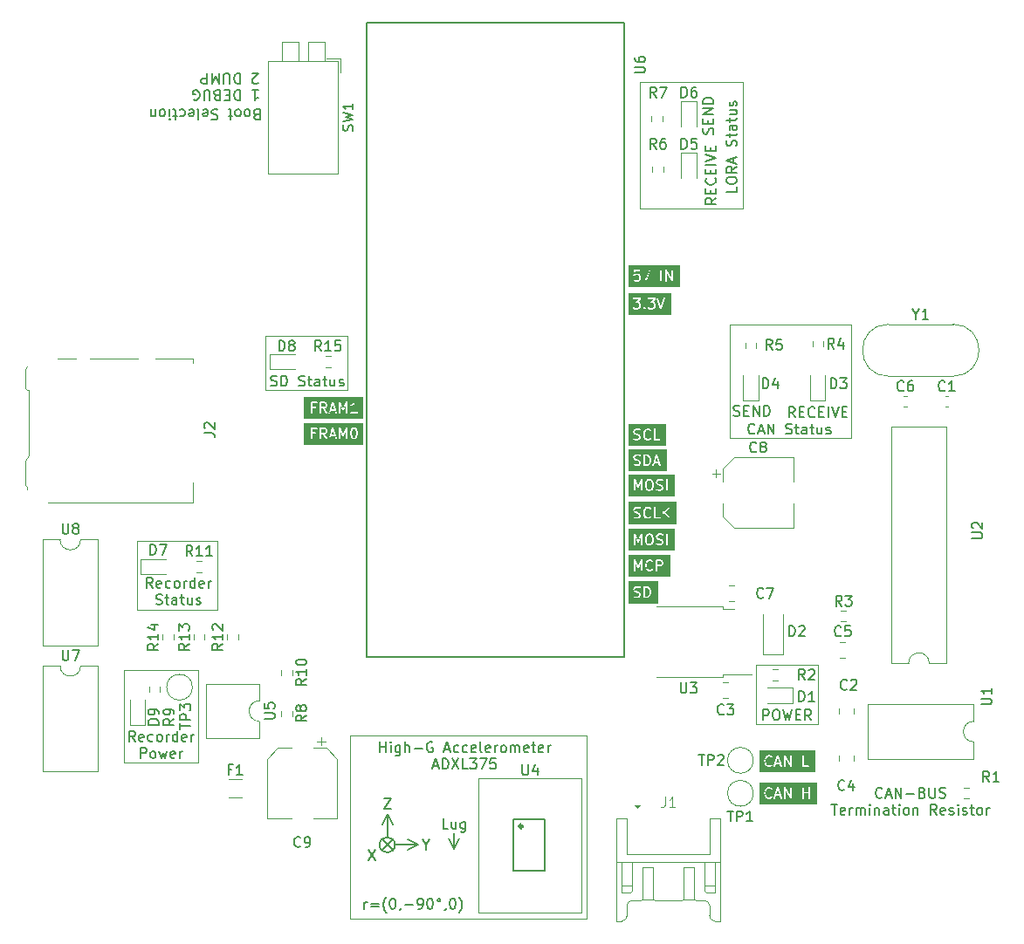
<source format=gbr>
%TF.GenerationSoftware,KiCad,Pcbnew,7.0.1-0*%
%TF.CreationDate,2023-05-22T14:01:58+09:00*%
%TF.ProjectId,MissionModule,4d697373-696f-46e4-9d6f-64756c652e6b,rev?*%
%TF.SameCoordinates,Original*%
%TF.FileFunction,Legend,Top*%
%TF.FilePolarity,Positive*%
%FSLAX46Y46*%
G04 Gerber Fmt 4.6, Leading zero omitted, Abs format (unit mm)*
G04 Created by KiCad (PCBNEW 7.0.1-0) date 2023-05-22 14:01:58*
%MOMM*%
%LPD*%
G01*
G04 APERTURE LIST*
%ADD10C,0.100000*%
%ADD11C,0.150000*%
%ADD12C,0.200000*%
%ADD13C,0.300000*%
%ADD14C,0.153000*%
%ADD15C,0.120000*%
%ADD16C,0.127000*%
G04 APERTURE END LIST*
D10*
X162250000Y-60000000D02*
X172250000Y-60000000D01*
X172250000Y-72250000D01*
X162250000Y-72250000D01*
X162250000Y-60000000D01*
D11*
X140750000Y-134000000D02*
X139750000Y-133500000D01*
D10*
X171000000Y-83500000D02*
X182750000Y-83500000D01*
X182750000Y-94500000D01*
X171000000Y-94500000D01*
X171000000Y-83500000D01*
D11*
X137750000Y-133250000D02*
X137750000Y-131000000D01*
D10*
X173500000Y-116500000D02*
X179500000Y-116500000D01*
X179500000Y-122250000D01*
X173500000Y-122250000D01*
X173500000Y-116500000D01*
D11*
X144250000Y-134375000D02*
X143750000Y-133375000D01*
D10*
X113500000Y-104500000D02*
X121250000Y-104500000D01*
X121250000Y-111200000D01*
X113500000Y-111200000D01*
X113500000Y-104500000D01*
D11*
X144250000Y-132875000D02*
X144250000Y-134375000D01*
X144250000Y-134375000D02*
X144750000Y-133375000D01*
X140750000Y-134000000D02*
X139750000Y-134500000D01*
X137750000Y-131000000D02*
X138250000Y-132000000D01*
D10*
X112250000Y-117000000D02*
X119450000Y-117000000D01*
X119450000Y-126050000D01*
X112250000Y-126050000D01*
X112250000Y-117000000D01*
D12*
X150000000Y-131500000D02*
X153000000Y-131500000D01*
X153000000Y-136500000D01*
X150000000Y-136500000D01*
X150000000Y-131500000D01*
D13*
X150850000Y-132200000D02*
G75*
G03*
X150850000Y-132200000I-150000J0D01*
G01*
D11*
X137250000Y-133500000D02*
X138250000Y-134500000D01*
D10*
X134110000Y-123407500D02*
X157110000Y-123407500D01*
X157110000Y-141157500D01*
X134110000Y-141157500D01*
X134110000Y-123407500D01*
D11*
X137750000Y-131000000D02*
X137250000Y-132000000D01*
X138500000Y-134000000D02*
X140750000Y-134000000D01*
X138500000Y-134000000D02*
G75*
G03*
X138500000Y-134000000I-750000J0D01*
G01*
D10*
X125900000Y-84599432D02*
X133900000Y-84599432D01*
X133900000Y-89849432D01*
X125900000Y-89849432D01*
X125900000Y-84599432D01*
D11*
X138250000Y-133500000D02*
X137250000Y-134500000D01*
X114999999Y-109057619D02*
X114666666Y-108581428D01*
X114428571Y-109057619D02*
X114428571Y-108057619D01*
X114428571Y-108057619D02*
X114809523Y-108057619D01*
X114809523Y-108057619D02*
X114904761Y-108105238D01*
X114904761Y-108105238D02*
X114952380Y-108152857D01*
X114952380Y-108152857D02*
X114999999Y-108248095D01*
X114999999Y-108248095D02*
X114999999Y-108390952D01*
X114999999Y-108390952D02*
X114952380Y-108486190D01*
X114952380Y-108486190D02*
X114904761Y-108533809D01*
X114904761Y-108533809D02*
X114809523Y-108581428D01*
X114809523Y-108581428D02*
X114428571Y-108581428D01*
X115809523Y-109010000D02*
X115714285Y-109057619D01*
X115714285Y-109057619D02*
X115523809Y-109057619D01*
X115523809Y-109057619D02*
X115428571Y-109010000D01*
X115428571Y-109010000D02*
X115380952Y-108914761D01*
X115380952Y-108914761D02*
X115380952Y-108533809D01*
X115380952Y-108533809D02*
X115428571Y-108438571D01*
X115428571Y-108438571D02*
X115523809Y-108390952D01*
X115523809Y-108390952D02*
X115714285Y-108390952D01*
X115714285Y-108390952D02*
X115809523Y-108438571D01*
X115809523Y-108438571D02*
X115857142Y-108533809D01*
X115857142Y-108533809D02*
X115857142Y-108629047D01*
X115857142Y-108629047D02*
X115380952Y-108724285D01*
X116714285Y-109010000D02*
X116619047Y-109057619D01*
X116619047Y-109057619D02*
X116428571Y-109057619D01*
X116428571Y-109057619D02*
X116333333Y-109010000D01*
X116333333Y-109010000D02*
X116285714Y-108962380D01*
X116285714Y-108962380D02*
X116238095Y-108867142D01*
X116238095Y-108867142D02*
X116238095Y-108581428D01*
X116238095Y-108581428D02*
X116285714Y-108486190D01*
X116285714Y-108486190D02*
X116333333Y-108438571D01*
X116333333Y-108438571D02*
X116428571Y-108390952D01*
X116428571Y-108390952D02*
X116619047Y-108390952D01*
X116619047Y-108390952D02*
X116714285Y-108438571D01*
X117285714Y-109057619D02*
X117190476Y-109010000D01*
X117190476Y-109010000D02*
X117142857Y-108962380D01*
X117142857Y-108962380D02*
X117095238Y-108867142D01*
X117095238Y-108867142D02*
X117095238Y-108581428D01*
X117095238Y-108581428D02*
X117142857Y-108486190D01*
X117142857Y-108486190D02*
X117190476Y-108438571D01*
X117190476Y-108438571D02*
X117285714Y-108390952D01*
X117285714Y-108390952D02*
X117428571Y-108390952D01*
X117428571Y-108390952D02*
X117523809Y-108438571D01*
X117523809Y-108438571D02*
X117571428Y-108486190D01*
X117571428Y-108486190D02*
X117619047Y-108581428D01*
X117619047Y-108581428D02*
X117619047Y-108867142D01*
X117619047Y-108867142D02*
X117571428Y-108962380D01*
X117571428Y-108962380D02*
X117523809Y-109010000D01*
X117523809Y-109010000D02*
X117428571Y-109057619D01*
X117428571Y-109057619D02*
X117285714Y-109057619D01*
X118047619Y-109057619D02*
X118047619Y-108390952D01*
X118047619Y-108581428D02*
X118095238Y-108486190D01*
X118095238Y-108486190D02*
X118142857Y-108438571D01*
X118142857Y-108438571D02*
X118238095Y-108390952D01*
X118238095Y-108390952D02*
X118333333Y-108390952D01*
X119095238Y-109057619D02*
X119095238Y-108057619D01*
X119095238Y-109010000D02*
X119000000Y-109057619D01*
X119000000Y-109057619D02*
X118809524Y-109057619D01*
X118809524Y-109057619D02*
X118714286Y-109010000D01*
X118714286Y-109010000D02*
X118666667Y-108962380D01*
X118666667Y-108962380D02*
X118619048Y-108867142D01*
X118619048Y-108867142D02*
X118619048Y-108581428D01*
X118619048Y-108581428D02*
X118666667Y-108486190D01*
X118666667Y-108486190D02*
X118714286Y-108438571D01*
X118714286Y-108438571D02*
X118809524Y-108390952D01*
X118809524Y-108390952D02*
X119000000Y-108390952D01*
X119000000Y-108390952D02*
X119095238Y-108438571D01*
X119952381Y-109010000D02*
X119857143Y-109057619D01*
X119857143Y-109057619D02*
X119666667Y-109057619D01*
X119666667Y-109057619D02*
X119571429Y-109010000D01*
X119571429Y-109010000D02*
X119523810Y-108914761D01*
X119523810Y-108914761D02*
X119523810Y-108533809D01*
X119523810Y-108533809D02*
X119571429Y-108438571D01*
X119571429Y-108438571D02*
X119666667Y-108390952D01*
X119666667Y-108390952D02*
X119857143Y-108390952D01*
X119857143Y-108390952D02*
X119952381Y-108438571D01*
X119952381Y-108438571D02*
X120000000Y-108533809D01*
X120000000Y-108533809D02*
X120000000Y-108629047D01*
X120000000Y-108629047D02*
X119523810Y-108724285D01*
X120428572Y-109057619D02*
X120428572Y-108390952D01*
X120428572Y-108581428D02*
X120476191Y-108486190D01*
X120476191Y-108486190D02*
X120523810Y-108438571D01*
X120523810Y-108438571D02*
X120619048Y-108390952D01*
X120619048Y-108390952D02*
X120714286Y-108390952D01*
X115333333Y-110630000D02*
X115476190Y-110677619D01*
X115476190Y-110677619D02*
X115714285Y-110677619D01*
X115714285Y-110677619D02*
X115809523Y-110630000D01*
X115809523Y-110630000D02*
X115857142Y-110582380D01*
X115857142Y-110582380D02*
X115904761Y-110487142D01*
X115904761Y-110487142D02*
X115904761Y-110391904D01*
X115904761Y-110391904D02*
X115857142Y-110296666D01*
X115857142Y-110296666D02*
X115809523Y-110249047D01*
X115809523Y-110249047D02*
X115714285Y-110201428D01*
X115714285Y-110201428D02*
X115523809Y-110153809D01*
X115523809Y-110153809D02*
X115428571Y-110106190D01*
X115428571Y-110106190D02*
X115380952Y-110058571D01*
X115380952Y-110058571D02*
X115333333Y-109963333D01*
X115333333Y-109963333D02*
X115333333Y-109868095D01*
X115333333Y-109868095D02*
X115380952Y-109772857D01*
X115380952Y-109772857D02*
X115428571Y-109725238D01*
X115428571Y-109725238D02*
X115523809Y-109677619D01*
X115523809Y-109677619D02*
X115761904Y-109677619D01*
X115761904Y-109677619D02*
X115904761Y-109725238D01*
X116190476Y-110010952D02*
X116571428Y-110010952D01*
X116333333Y-109677619D02*
X116333333Y-110534761D01*
X116333333Y-110534761D02*
X116380952Y-110630000D01*
X116380952Y-110630000D02*
X116476190Y-110677619D01*
X116476190Y-110677619D02*
X116571428Y-110677619D01*
X117333333Y-110677619D02*
X117333333Y-110153809D01*
X117333333Y-110153809D02*
X117285714Y-110058571D01*
X117285714Y-110058571D02*
X117190476Y-110010952D01*
X117190476Y-110010952D02*
X117000000Y-110010952D01*
X117000000Y-110010952D02*
X116904762Y-110058571D01*
X117333333Y-110630000D02*
X117238095Y-110677619D01*
X117238095Y-110677619D02*
X117000000Y-110677619D01*
X117000000Y-110677619D02*
X116904762Y-110630000D01*
X116904762Y-110630000D02*
X116857143Y-110534761D01*
X116857143Y-110534761D02*
X116857143Y-110439523D01*
X116857143Y-110439523D02*
X116904762Y-110344285D01*
X116904762Y-110344285D02*
X117000000Y-110296666D01*
X117000000Y-110296666D02*
X117238095Y-110296666D01*
X117238095Y-110296666D02*
X117333333Y-110249047D01*
X117666667Y-110010952D02*
X118047619Y-110010952D01*
X117809524Y-109677619D02*
X117809524Y-110534761D01*
X117809524Y-110534761D02*
X117857143Y-110630000D01*
X117857143Y-110630000D02*
X117952381Y-110677619D01*
X117952381Y-110677619D02*
X118047619Y-110677619D01*
X118809524Y-110010952D02*
X118809524Y-110677619D01*
X118380953Y-110010952D02*
X118380953Y-110534761D01*
X118380953Y-110534761D02*
X118428572Y-110630000D01*
X118428572Y-110630000D02*
X118523810Y-110677619D01*
X118523810Y-110677619D02*
X118666667Y-110677619D01*
X118666667Y-110677619D02*
X118761905Y-110630000D01*
X118761905Y-110630000D02*
X118809524Y-110582380D01*
X119238096Y-110630000D02*
X119333334Y-110677619D01*
X119333334Y-110677619D02*
X119523810Y-110677619D01*
X119523810Y-110677619D02*
X119619048Y-110630000D01*
X119619048Y-110630000D02*
X119666667Y-110534761D01*
X119666667Y-110534761D02*
X119666667Y-110487142D01*
X119666667Y-110487142D02*
X119619048Y-110391904D01*
X119619048Y-110391904D02*
X119523810Y-110344285D01*
X119523810Y-110344285D02*
X119380953Y-110344285D01*
X119380953Y-110344285D02*
X119285715Y-110296666D01*
X119285715Y-110296666D02*
X119238096Y-110201428D01*
X119238096Y-110201428D02*
X119238096Y-110153809D01*
X119238096Y-110153809D02*
X119285715Y-110058571D01*
X119285715Y-110058571D02*
X119380953Y-110010952D01*
X119380953Y-110010952D02*
X119523810Y-110010952D01*
X119523810Y-110010952D02*
X119619048Y-110058571D01*
D14*
G36*
X165292952Y-82563039D02*
G01*
X161127643Y-82563039D01*
X161127643Y-81861123D01*
X161563330Y-81861123D01*
X161572879Y-81905021D01*
X161629598Y-81961741D01*
X161636173Y-81972810D01*
X161655027Y-81982237D01*
X161673527Y-81992339D01*
X161675017Y-81992232D01*
X161747815Y-82028631D01*
X161763251Y-82038551D01*
X161778885Y-82038551D01*
X161794272Y-82041320D01*
X161800948Y-82038551D01*
X162067310Y-82038551D01*
X162085548Y-82040520D01*
X162099528Y-82033529D01*
X162114533Y-82029124D01*
X162119267Y-82023660D01*
X162192296Y-81987145D01*
X162204877Y-81984409D01*
X162219788Y-81969497D01*
X162235216Y-81955147D01*
X162235586Y-81953698D01*
X162261595Y-81927688D01*
X162272663Y-81921115D01*
X162278848Y-81908744D01*
X162563330Y-81908744D01*
X162566941Y-81925345D01*
X162568154Y-81942296D01*
X162571643Y-81946956D01*
X162572880Y-81952642D01*
X162584894Y-81964656D01*
X162595078Y-81978259D01*
X162600530Y-81980292D01*
X162622575Y-82002338D01*
X162623403Y-82005156D01*
X162634163Y-82014480D01*
X162642696Y-82025878D01*
X162650809Y-82028904D01*
X162657355Y-82034576D01*
X162665928Y-82035808D01*
X162673528Y-82039958D01*
X162679332Y-82039543D01*
X162684788Y-82041578D01*
X162693251Y-82039736D01*
X162701823Y-82040969D01*
X162709700Y-82037371D01*
X162718339Y-82036754D01*
X162722999Y-82033265D01*
X162728686Y-82032028D01*
X162734808Y-82025905D01*
X162742688Y-82022307D01*
X162747370Y-82015020D01*
X162754303Y-82009831D01*
X162756337Y-82004377D01*
X162788323Y-81972390D01*
X162801921Y-81962212D01*
X162807858Y-81946294D01*
X162816002Y-81931380D01*
X162815587Y-81925576D01*
X162817622Y-81920121D01*
X162814009Y-81903514D01*
X162812798Y-81886569D01*
X162809310Y-81881909D01*
X162808073Y-81876223D01*
X162796058Y-81864208D01*
X162793749Y-81861123D01*
X162991901Y-81861123D01*
X163001450Y-81905021D01*
X163058169Y-81961741D01*
X163064744Y-81972810D01*
X163083598Y-81982237D01*
X163102098Y-81992339D01*
X163103588Y-81992232D01*
X163176386Y-82028631D01*
X163191822Y-82038551D01*
X163207456Y-82038551D01*
X163222843Y-82041320D01*
X163229519Y-82038551D01*
X163495881Y-82038551D01*
X163514119Y-82040520D01*
X163528099Y-82033529D01*
X163543104Y-82029124D01*
X163547838Y-82023660D01*
X163620867Y-81987145D01*
X163633448Y-81984409D01*
X163648359Y-81969497D01*
X163663787Y-81955147D01*
X163664157Y-81953698D01*
X163690166Y-81927688D01*
X163701234Y-81921115D01*
X163710658Y-81902266D01*
X163720764Y-81883759D01*
X163720657Y-81882268D01*
X163757055Y-81809472D01*
X163766975Y-81794037D01*
X163766975Y-81778403D01*
X163769744Y-81763016D01*
X163766975Y-81756340D01*
X163766975Y-81537596D01*
X163768944Y-81519358D01*
X163761953Y-81505376D01*
X163757548Y-81490374D01*
X163752085Y-81485640D01*
X163715569Y-81412608D01*
X163712833Y-81400031D01*
X163697937Y-81385135D01*
X163683571Y-81369691D01*
X163682122Y-81369320D01*
X163656113Y-81343311D01*
X163649540Y-81332244D01*
X163630695Y-81322821D01*
X163612185Y-81312714D01*
X163610693Y-81312820D01*
X163537897Y-81276422D01*
X163524553Y-81267847D01*
X163733387Y-81029180D01*
X163733580Y-81029124D01*
X163748187Y-81012265D01*
X163755291Y-81004148D01*
X163755369Y-81003977D01*
X163763000Y-80995172D01*
X163764604Y-80984011D01*
X163769337Y-80973779D01*
X163768108Y-80964932D01*
X163896512Y-80964932D01*
X164232572Y-81973113D01*
X164232261Y-81981734D01*
X164239539Y-81994013D01*
X164240427Y-81996677D01*
X164245122Y-82003432D01*
X164255167Y-82020380D01*
X164257826Y-82021712D01*
X164259523Y-82024154D01*
X164277727Y-82031685D01*
X164295332Y-82040507D01*
X164298286Y-82040190D01*
X164301036Y-82041328D01*
X164320416Y-82037822D01*
X164340001Y-82035726D01*
X164342318Y-82033860D01*
X164345244Y-82033331D01*
X164359649Y-82019907D01*
X164374994Y-82007553D01*
X164375934Y-82004731D01*
X164378110Y-82002704D01*
X164382972Y-81983617D01*
X164718909Y-80975807D01*
X164720118Y-80942369D01*
X164697212Y-80903722D01*
X164657047Y-80883595D01*
X164612378Y-80888377D01*
X164577385Y-80916550D01*
X164309523Y-81720135D01*
X164045286Y-80927424D01*
X164026190Y-80899948D01*
X163984677Y-80882774D01*
X163940469Y-80890771D01*
X163907603Y-80921398D01*
X163896512Y-80964932D01*
X163768108Y-80964932D01*
X163767734Y-80962238D01*
X163769393Y-80950704D01*
X163764709Y-80940448D01*
X163763159Y-80929281D01*
X163755571Y-80920439D01*
X163750731Y-80909839D01*
X163741244Y-80903742D01*
X163733903Y-80895187D01*
X163722740Y-80891850D01*
X163712938Y-80885551D01*
X163701663Y-80885551D01*
X163690860Y-80882322D01*
X163679663Y-80885551D01*
X163060428Y-80885551D01*
X163028323Y-80894978D01*
X162998903Y-80928930D01*
X162992510Y-80973398D01*
X163011172Y-81014263D01*
X163048965Y-81038551D01*
X163521887Y-81038551D01*
X163314229Y-81275873D01*
X163314037Y-81275930D01*
X163299429Y-81292788D01*
X163292326Y-81300906D01*
X163292247Y-81301076D01*
X163284617Y-81309882D01*
X163283012Y-81321042D01*
X163278280Y-81331275D01*
X163279882Y-81342815D01*
X163278224Y-81354350D01*
X163282907Y-81364605D01*
X163284458Y-81375773D01*
X163292045Y-81384614D01*
X163296886Y-81395215D01*
X163306372Y-81401311D01*
X163313714Y-81409867D01*
X163324876Y-81413203D01*
X163334679Y-81419503D01*
X163345954Y-81419503D01*
X163356757Y-81422732D01*
X163367954Y-81419503D01*
X163481940Y-81419503D01*
X163549921Y-81453493D01*
X163579985Y-81483558D01*
X163613975Y-81551537D01*
X163613975Y-81753515D01*
X163579984Y-81821496D01*
X163549921Y-81851560D01*
X163481940Y-81885551D01*
X163232344Y-81885551D01*
X163164362Y-81851560D01*
X163117744Y-81804941D01*
X163088377Y-81788905D01*
X163043566Y-81792109D01*
X163007602Y-81819031D01*
X162991901Y-81861123D01*
X162793749Y-81861123D01*
X162785875Y-81850605D01*
X162780421Y-81848570D01*
X162758376Y-81826526D01*
X162757549Y-81823707D01*
X162746787Y-81814381D01*
X162738255Y-81802985D01*
X162730143Y-81799959D01*
X162723597Y-81794287D01*
X162715024Y-81793054D01*
X162707425Y-81788905D01*
X162701619Y-81789320D01*
X162696163Y-81787285D01*
X162687699Y-81789126D01*
X162679129Y-81787894D01*
X162671251Y-81791491D01*
X162662614Y-81792109D01*
X162657954Y-81795597D01*
X162652265Y-81796835D01*
X162646141Y-81802958D01*
X162638264Y-81806556D01*
X162633581Y-81813842D01*
X162626650Y-81819031D01*
X162624615Y-81824485D01*
X162592633Y-81856468D01*
X162579030Y-81866652D01*
X162573091Y-81882572D01*
X162564949Y-81897485D01*
X162565364Y-81903290D01*
X162563330Y-81908744D01*
X162278848Y-81908744D01*
X162282087Y-81902266D01*
X162292193Y-81883759D01*
X162292086Y-81882268D01*
X162328484Y-81809472D01*
X162338404Y-81794037D01*
X162338404Y-81778403D01*
X162341173Y-81763016D01*
X162338404Y-81756340D01*
X162338404Y-81537596D01*
X162340373Y-81519358D01*
X162333382Y-81505376D01*
X162328977Y-81490374D01*
X162323514Y-81485640D01*
X162286998Y-81412608D01*
X162284262Y-81400031D01*
X162269366Y-81385135D01*
X162255000Y-81369691D01*
X162253551Y-81369320D01*
X162227542Y-81343311D01*
X162220969Y-81332244D01*
X162202124Y-81322821D01*
X162183614Y-81312714D01*
X162182122Y-81312820D01*
X162109326Y-81276422D01*
X162095982Y-81267847D01*
X162304816Y-81029180D01*
X162305009Y-81029124D01*
X162319616Y-81012265D01*
X162326720Y-81004148D01*
X162326798Y-81003977D01*
X162334429Y-80995172D01*
X162336033Y-80984011D01*
X162340766Y-80973779D01*
X162339163Y-80962238D01*
X162340822Y-80950704D01*
X162336138Y-80940448D01*
X162334588Y-80929281D01*
X162327000Y-80920439D01*
X162322160Y-80909839D01*
X162312673Y-80903742D01*
X162305332Y-80895187D01*
X162294169Y-80891850D01*
X162284367Y-80885551D01*
X162273092Y-80885551D01*
X162262289Y-80882322D01*
X162251092Y-80885551D01*
X161631857Y-80885551D01*
X161599752Y-80894978D01*
X161570332Y-80928930D01*
X161563939Y-80973398D01*
X161582601Y-81014263D01*
X161620394Y-81038551D01*
X162093316Y-81038551D01*
X161885658Y-81275873D01*
X161885466Y-81275930D01*
X161870858Y-81292788D01*
X161863755Y-81300906D01*
X161863676Y-81301076D01*
X161856046Y-81309882D01*
X161854441Y-81321042D01*
X161849709Y-81331275D01*
X161851311Y-81342815D01*
X161849653Y-81354350D01*
X161854336Y-81364605D01*
X161855887Y-81375773D01*
X161863474Y-81384614D01*
X161868315Y-81395215D01*
X161877801Y-81401311D01*
X161885143Y-81409867D01*
X161896305Y-81413203D01*
X161906108Y-81419503D01*
X161917383Y-81419503D01*
X161928186Y-81422732D01*
X161939383Y-81419503D01*
X162053369Y-81419503D01*
X162121350Y-81453493D01*
X162151414Y-81483558D01*
X162185404Y-81551537D01*
X162185404Y-81753515D01*
X162151413Y-81821496D01*
X162121350Y-81851560D01*
X162053369Y-81885551D01*
X161803773Y-81885551D01*
X161735791Y-81851560D01*
X161689173Y-81804941D01*
X161659806Y-81788905D01*
X161614995Y-81792109D01*
X161579031Y-81819031D01*
X161563330Y-81861123D01*
X161127643Y-81861123D01*
X161127643Y-80435825D01*
X165292952Y-80435825D01*
X165292952Y-82563039D01*
G37*
G36*
X163030105Y-96276534D02*
G01*
X163103795Y-96350224D01*
X163142105Y-96426844D01*
X163185404Y-96600039D01*
X163185404Y-96724061D01*
X163142105Y-96897255D01*
X163103794Y-96973876D01*
X163030104Y-97047567D01*
X162916156Y-97085551D01*
X162766976Y-97085551D01*
X162766976Y-96238551D01*
X162916156Y-96238551D01*
X163030105Y-96276534D01*
G37*
G36*
X164012909Y-96799836D02*
G01*
X163748996Y-96799836D01*
X163880952Y-96403966D01*
X164012909Y-96799836D01*
G37*
G36*
X164864381Y-97763039D02*
G01*
X161127643Y-97763039D01*
X161127643Y-96361085D01*
X161611207Y-96361085D01*
X161613976Y-96367761D01*
X161613976Y-96443647D01*
X161612007Y-96461885D01*
X161618997Y-96475865D01*
X161623403Y-96490870D01*
X161628866Y-96495604D01*
X161665381Y-96568633D01*
X161668118Y-96581213D01*
X161683024Y-96596119D01*
X161697380Y-96611553D01*
X161698827Y-96611923D01*
X161724838Y-96637933D01*
X161731411Y-96649000D01*
X161750256Y-96658422D01*
X161768766Y-96668529D01*
X161770255Y-96668422D01*
X161834552Y-96700570D01*
X161840606Y-96707009D01*
X161854252Y-96710420D01*
X161856579Y-96711584D01*
X161864883Y-96713078D01*
X162044728Y-96758039D01*
X162121350Y-96796350D01*
X162151414Y-96826415D01*
X162185404Y-96894394D01*
X162185404Y-96953515D01*
X162151413Y-97021496D01*
X162121350Y-97051560D01*
X162053369Y-97085551D01*
X161845747Y-97085551D01*
X161704232Y-97038379D01*
X161670793Y-97037170D01*
X161632147Y-97060076D01*
X161612020Y-97100241D01*
X161616801Y-97144910D01*
X161644974Y-97179903D01*
X161800042Y-97231592D01*
X161810870Y-97238551D01*
X161831940Y-97238551D01*
X161853015Y-97239313D01*
X161854301Y-97238551D01*
X162067310Y-97238551D01*
X162085548Y-97240520D01*
X162099528Y-97233529D01*
X162114533Y-97229124D01*
X162119267Y-97223660D01*
X162192296Y-97187145D01*
X162204877Y-97184409D01*
X162215887Y-97173398D01*
X162611558Y-97173398D01*
X162618616Y-97188853D01*
X162623403Y-97205156D01*
X162627801Y-97208967D01*
X162630220Y-97214263D01*
X162644514Y-97223449D01*
X162657355Y-97234576D01*
X162663116Y-97235404D01*
X162668013Y-97238551D01*
X162685004Y-97238551D01*
X162701823Y-97240969D01*
X162707118Y-97238551D01*
X162918978Y-97238551D01*
X162931452Y-97241729D01*
X162951449Y-97235062D01*
X162971676Y-97229124D01*
X162972654Y-97227994D01*
X163091711Y-97188308D01*
X163109638Y-97184409D01*
X163112313Y-97181734D01*
X163470357Y-97181734D01*
X163493263Y-97220380D01*
X163533428Y-97240507D01*
X163578097Y-97235726D01*
X163613090Y-97207553D01*
X163697996Y-96952836D01*
X164063909Y-96952836D01*
X164145189Y-97196677D01*
X164164285Y-97224154D01*
X164205798Y-97241328D01*
X164250006Y-97233331D01*
X164282872Y-97202704D01*
X164293963Y-97159169D01*
X164197343Y-96869310D01*
X164197965Y-96864989D01*
X164190330Y-96848271D01*
X163957902Y-96150987D01*
X163958214Y-96142369D01*
X163950937Y-96130091D01*
X163950048Y-96127424D01*
X163945347Y-96120661D01*
X163935308Y-96103722D01*
X163932648Y-96102389D01*
X163930952Y-96099948D01*
X163912747Y-96092416D01*
X163895143Y-96083595D01*
X163892188Y-96083911D01*
X163889439Y-96082774D01*
X163870050Y-96086281D01*
X163850474Y-96088377D01*
X163848158Y-96090241D01*
X163845231Y-96090771D01*
X163830817Y-96104202D01*
X163815481Y-96116550D01*
X163814540Y-96119370D01*
X163812365Y-96121398D01*
X163807501Y-96140489D01*
X163575089Y-96837724D01*
X163570332Y-96843215D01*
X163568111Y-96858657D01*
X163471566Y-97148295D01*
X163470357Y-97181734D01*
X163112313Y-97181734D01*
X163120692Y-97173354D01*
X163133531Y-97164432D01*
X163136294Y-97157752D01*
X163213976Y-97080069D01*
X163225044Y-97073496D01*
X163234468Y-97054647D01*
X163244574Y-97036140D01*
X163244467Y-97034649D01*
X163276614Y-96970354D01*
X163283053Y-96964301D01*
X163286464Y-96950654D01*
X163287628Y-96948328D01*
X163289122Y-96940023D01*
X163333066Y-96764246D01*
X163338404Y-96755942D01*
X163338404Y-96742898D01*
X163338788Y-96741362D01*
X163338404Y-96731915D01*
X163338404Y-96603212D01*
X163341568Y-96593860D01*
X163338404Y-96581204D01*
X163338404Y-96579622D01*
X163335742Y-96570557D01*
X163291805Y-96394810D01*
X163292754Y-96386025D01*
X163286464Y-96373446D01*
X163285833Y-96370920D01*
X163281559Y-96363635D01*
X163239379Y-96279275D01*
X163236643Y-96266698D01*
X163221747Y-96251802D01*
X163207381Y-96236358D01*
X163205932Y-96235987D01*
X163128433Y-96158488D01*
X163116929Y-96144199D01*
X163102099Y-96139255D01*
X163088376Y-96131762D01*
X163081165Y-96132277D01*
X162961861Y-96092509D01*
X162951034Y-96085551D01*
X162929964Y-96085551D01*
X162908888Y-96084789D01*
X162907602Y-96085551D01*
X162695948Y-96085551D01*
X162679129Y-96083133D01*
X162663673Y-96090191D01*
X162647371Y-96094978D01*
X162643559Y-96099376D01*
X162638264Y-96101795D01*
X162629077Y-96116089D01*
X162617951Y-96128930D01*
X162617122Y-96134691D01*
X162613976Y-96139588D01*
X162613976Y-96156579D01*
X162611558Y-96173398D01*
X162613976Y-96178693D01*
X162613976Y-97156579D01*
X162611558Y-97173398D01*
X162215887Y-97173398D01*
X162219788Y-97169497D01*
X162235216Y-97155147D01*
X162235586Y-97153698D01*
X162261595Y-97127688D01*
X162272663Y-97121115D01*
X162282087Y-97102266D01*
X162292193Y-97083759D01*
X162292086Y-97082268D01*
X162328484Y-97009472D01*
X162338404Y-96994037D01*
X162338404Y-96978403D01*
X162341173Y-96963016D01*
X162338404Y-96956340D01*
X162338404Y-96880453D01*
X162340373Y-96862215D01*
X162333382Y-96848233D01*
X162328977Y-96833231D01*
X162323514Y-96828497D01*
X162286998Y-96755465D01*
X162284262Y-96742888D01*
X162269366Y-96727992D01*
X162255000Y-96712548D01*
X162253551Y-96712177D01*
X162227542Y-96686168D01*
X162220969Y-96675101D01*
X162202124Y-96665678D01*
X162183614Y-96655571D01*
X162182122Y-96655677D01*
X162117827Y-96623530D01*
X162111774Y-96617092D01*
X162098128Y-96613680D01*
X162095801Y-96612517D01*
X162087495Y-96611022D01*
X161907652Y-96566061D01*
X161831029Y-96527750D01*
X161800967Y-96497688D01*
X161766976Y-96429706D01*
X161766976Y-96370586D01*
X161800966Y-96302604D01*
X161831031Y-96272540D01*
X161899010Y-96238551D01*
X162106632Y-96238551D01*
X162248148Y-96285723D01*
X162281586Y-96286932D01*
X162320233Y-96264026D01*
X162340360Y-96223861D01*
X162335578Y-96179192D01*
X162307405Y-96144199D01*
X162152337Y-96092509D01*
X162141510Y-96085551D01*
X162120440Y-96085551D01*
X162099364Y-96084789D01*
X162098078Y-96085551D01*
X161885069Y-96085551D01*
X161866831Y-96083582D01*
X161852849Y-96090572D01*
X161837847Y-96094978D01*
X161833113Y-96100440D01*
X161760081Y-96136956D01*
X161747504Y-96139693D01*
X161732608Y-96154588D01*
X161717164Y-96168955D01*
X161716793Y-96170403D01*
X161690784Y-96196412D01*
X161679717Y-96202986D01*
X161670294Y-96221830D01*
X161660187Y-96240341D01*
X161660293Y-96241832D01*
X161623895Y-96314628D01*
X161613976Y-96330064D01*
X161613976Y-96345698D01*
X161611207Y-96361085D01*
X161127643Y-96361085D01*
X161127643Y-95635825D01*
X164864381Y-95635825D01*
X164864381Y-97763039D01*
G37*
G36*
X175760528Y-129099836D02*
G01*
X175496615Y-129099836D01*
X175628571Y-128703966D01*
X175760528Y-129099836D01*
G37*
G36*
X179469143Y-130063039D02*
G01*
X173827643Y-130063039D01*
X173827643Y-129030241D01*
X174310812Y-129030241D01*
X174313976Y-129042897D01*
X174313976Y-129044479D01*
X174316637Y-129053544D01*
X174360574Y-129229289D01*
X174359626Y-129238075D01*
X174365915Y-129250653D01*
X174366547Y-129253180D01*
X174370820Y-129260464D01*
X174412999Y-129344821D01*
X174415736Y-129357403D01*
X174430655Y-129372323D01*
X174444999Y-129387743D01*
X174446445Y-129388112D01*
X174523944Y-129465612D01*
X174535450Y-129479903D01*
X174550280Y-129484846D01*
X174564004Y-129492340D01*
X174571213Y-129491824D01*
X174690518Y-129531592D01*
X174701346Y-129538551D01*
X174722416Y-129538551D01*
X174743491Y-129539313D01*
X174744777Y-129538551D01*
X174809454Y-129538551D01*
X174821928Y-129541729D01*
X174841925Y-129535062D01*
X174862152Y-129529124D01*
X174863130Y-129527994D01*
X174982185Y-129488309D01*
X175000115Y-129484409D01*
X175002790Y-129481734D01*
X175217976Y-129481734D01*
X175240882Y-129520380D01*
X175281047Y-129540507D01*
X175325716Y-129535726D01*
X175360709Y-129507553D01*
X175445615Y-129252836D01*
X175811528Y-129252836D01*
X175892808Y-129496677D01*
X175911904Y-129524154D01*
X175953417Y-129541328D01*
X175997625Y-129533331D01*
X176030491Y-129502704D01*
X176041582Y-129459169D01*
X175944962Y-129169310D01*
X175945584Y-129164989D01*
X175937949Y-129148271D01*
X175715359Y-128480502D01*
X176217673Y-128480502D01*
X176218738Y-128482366D01*
X176218738Y-129473051D01*
X176228165Y-129505156D01*
X176262117Y-129534576D01*
X176306585Y-129540969D01*
X176347450Y-129522307D01*
X176371738Y-129484514D01*
X176371738Y-128750116D01*
X176795792Y-129492212D01*
X176799593Y-129505156D01*
X176815065Y-129518562D01*
X176829816Y-129532754D01*
X176831922Y-129533169D01*
X176833545Y-129534576D01*
X176853805Y-129537488D01*
X176873891Y-129541453D01*
X176875888Y-129540663D01*
X176878013Y-129540969D01*
X176896640Y-129532462D01*
X176915672Y-129524941D01*
X176916924Y-129523199D01*
X176918878Y-129522307D01*
X176929946Y-129505083D01*
X176941894Y-129488464D01*
X176942005Y-129486319D01*
X176943166Y-129484514D01*
X176943166Y-129464045D01*
X176944231Y-129443600D01*
X176943166Y-129441736D01*
X176943166Y-128949588D01*
X178025844Y-128949588D01*
X178028262Y-128954883D01*
X178028262Y-129473051D01*
X178037689Y-129505156D01*
X178071641Y-129534576D01*
X178116109Y-129540969D01*
X178156974Y-129522307D01*
X178181262Y-129484514D01*
X178181262Y-129014741D01*
X178599690Y-129014741D01*
X178599690Y-129473051D01*
X178609117Y-129505156D01*
X178643069Y-129534576D01*
X178687537Y-129540969D01*
X178728402Y-129522307D01*
X178752690Y-129484514D01*
X178752690Y-128943713D01*
X178755108Y-128926894D01*
X178752690Y-128921599D01*
X178752690Y-128451051D01*
X178743263Y-128418946D01*
X178709311Y-128389526D01*
X178664843Y-128383133D01*
X178623978Y-128401795D01*
X178599690Y-128439588D01*
X178599690Y-128861741D01*
X178181262Y-128861741D01*
X178181262Y-128451051D01*
X178171835Y-128418946D01*
X178137883Y-128389526D01*
X178093415Y-128383133D01*
X178052550Y-128401795D01*
X178028262Y-128439588D01*
X178028262Y-128932769D01*
X178025844Y-128949588D01*
X176943166Y-128949588D01*
X176943166Y-128451051D01*
X176933739Y-128418946D01*
X176899787Y-128389526D01*
X176855319Y-128383133D01*
X176814454Y-128401795D01*
X176790166Y-128439588D01*
X176790166Y-129173986D01*
X176366111Y-128431889D01*
X176362311Y-128418946D01*
X176346838Y-128405539D01*
X176332088Y-128391348D01*
X176329981Y-128390932D01*
X176328359Y-128389526D01*
X176308098Y-128386613D01*
X176288013Y-128382649D01*
X176286015Y-128383438D01*
X176283891Y-128383133D01*
X176265263Y-128391639D01*
X176246232Y-128399161D01*
X176244980Y-128400902D01*
X176243026Y-128401795D01*
X176231953Y-128419023D01*
X176220010Y-128435639D01*
X176219898Y-128437782D01*
X176218738Y-128439588D01*
X176218738Y-128460057D01*
X176217673Y-128480502D01*
X175715359Y-128480502D01*
X175705521Y-128450987D01*
X175705833Y-128442369D01*
X175698556Y-128430091D01*
X175697667Y-128427424D01*
X175692966Y-128420661D01*
X175682927Y-128403722D01*
X175680267Y-128402389D01*
X175678571Y-128399948D01*
X175660366Y-128392416D01*
X175642762Y-128383595D01*
X175639807Y-128383911D01*
X175637058Y-128382774D01*
X175617669Y-128386281D01*
X175598093Y-128388377D01*
X175595777Y-128390241D01*
X175592850Y-128390771D01*
X175578436Y-128404202D01*
X175563100Y-128416550D01*
X175562159Y-128419370D01*
X175559984Y-128421398D01*
X175555120Y-128440489D01*
X175322708Y-129137724D01*
X175317951Y-129143215D01*
X175315730Y-129158657D01*
X175219185Y-129448295D01*
X175217976Y-129481734D01*
X175002790Y-129481734D01*
X175011170Y-129473352D01*
X175024007Y-129464432D01*
X175026770Y-129457753D01*
X175071395Y-129413127D01*
X175087431Y-129383759D01*
X175084226Y-129338948D01*
X175057302Y-129302985D01*
X175015210Y-129287285D01*
X174971312Y-129296835D01*
X174920580Y-129347567D01*
X174806632Y-129385551D01*
X174736223Y-129385551D01*
X174622275Y-129347568D01*
X174548585Y-129273876D01*
X174510274Y-129197255D01*
X174466976Y-129024061D01*
X174466976Y-128900040D01*
X174510274Y-128726845D01*
X174548586Y-128650223D01*
X174622275Y-128576533D01*
X174736223Y-128538551D01*
X174806632Y-128538551D01*
X174920580Y-128576533D01*
X174963207Y-128619161D01*
X174992575Y-128635196D01*
X175037386Y-128631992D01*
X175073350Y-128605069D01*
X175089050Y-128562977D01*
X175079500Y-128519079D01*
X175018909Y-128458488D01*
X175007405Y-128444199D01*
X174992575Y-128439255D01*
X174978852Y-128431762D01*
X174971641Y-128432277D01*
X174852337Y-128392509D01*
X174841510Y-128385551D01*
X174820440Y-128385551D01*
X174799364Y-128384789D01*
X174798078Y-128385551D01*
X174733401Y-128385551D01*
X174720927Y-128382373D01*
X174700921Y-128389041D01*
X174680704Y-128394978D01*
X174679725Y-128396106D01*
X174560666Y-128435793D01*
X174542742Y-128439693D01*
X174531688Y-128450746D01*
X174518849Y-128459670D01*
X174516085Y-128466349D01*
X174438403Y-128544031D01*
X174427336Y-128550605D01*
X174417913Y-128569449D01*
X174407806Y-128587960D01*
X174407912Y-128589451D01*
X174375765Y-128653746D01*
X174369327Y-128659800D01*
X174365915Y-128673446D01*
X174364752Y-128675773D01*
X174363257Y-128684078D01*
X174319313Y-128859853D01*
X174313976Y-128868159D01*
X174313976Y-128881204D01*
X174313592Y-128882740D01*
X174313976Y-128892187D01*
X174313976Y-129020889D01*
X174310812Y-129030241D01*
X173827643Y-129030241D01*
X173827643Y-127935825D01*
X179469143Y-127935825D01*
X179469143Y-130063039D01*
G37*
D11*
X135511905Y-140212619D02*
X135511905Y-139545952D01*
X135511905Y-139736428D02*
X135559524Y-139641190D01*
X135559524Y-139641190D02*
X135607143Y-139593571D01*
X135607143Y-139593571D02*
X135702381Y-139545952D01*
X135702381Y-139545952D02*
X135797619Y-139545952D01*
X136130953Y-139688809D02*
X136892858Y-139688809D01*
X136892858Y-139974523D02*
X136130953Y-139974523D01*
X137654762Y-140593571D02*
X137607143Y-140545952D01*
X137607143Y-140545952D02*
X137511905Y-140403095D01*
X137511905Y-140403095D02*
X137464286Y-140307857D01*
X137464286Y-140307857D02*
X137416667Y-140165000D01*
X137416667Y-140165000D02*
X137369048Y-139926904D01*
X137369048Y-139926904D02*
X137369048Y-139736428D01*
X137369048Y-139736428D02*
X137416667Y-139498333D01*
X137416667Y-139498333D02*
X137464286Y-139355476D01*
X137464286Y-139355476D02*
X137511905Y-139260238D01*
X137511905Y-139260238D02*
X137607143Y-139117380D01*
X137607143Y-139117380D02*
X137654762Y-139069761D01*
X138226191Y-139212619D02*
X138321429Y-139212619D01*
X138321429Y-139212619D02*
X138416667Y-139260238D01*
X138416667Y-139260238D02*
X138464286Y-139307857D01*
X138464286Y-139307857D02*
X138511905Y-139403095D01*
X138511905Y-139403095D02*
X138559524Y-139593571D01*
X138559524Y-139593571D02*
X138559524Y-139831666D01*
X138559524Y-139831666D02*
X138511905Y-140022142D01*
X138511905Y-140022142D02*
X138464286Y-140117380D01*
X138464286Y-140117380D02*
X138416667Y-140165000D01*
X138416667Y-140165000D02*
X138321429Y-140212619D01*
X138321429Y-140212619D02*
X138226191Y-140212619D01*
X138226191Y-140212619D02*
X138130953Y-140165000D01*
X138130953Y-140165000D02*
X138083334Y-140117380D01*
X138083334Y-140117380D02*
X138035715Y-140022142D01*
X138035715Y-140022142D02*
X137988096Y-139831666D01*
X137988096Y-139831666D02*
X137988096Y-139593571D01*
X137988096Y-139593571D02*
X138035715Y-139403095D01*
X138035715Y-139403095D02*
X138083334Y-139307857D01*
X138083334Y-139307857D02*
X138130953Y-139260238D01*
X138130953Y-139260238D02*
X138226191Y-139212619D01*
X139035715Y-140165000D02*
X139035715Y-140212619D01*
X139035715Y-140212619D02*
X138988096Y-140307857D01*
X138988096Y-140307857D02*
X138940477Y-140355476D01*
X139464286Y-139831666D02*
X140226191Y-139831666D01*
X140750000Y-140212619D02*
X140940476Y-140212619D01*
X140940476Y-140212619D02*
X141035714Y-140165000D01*
X141035714Y-140165000D02*
X141083333Y-140117380D01*
X141083333Y-140117380D02*
X141178571Y-139974523D01*
X141178571Y-139974523D02*
X141226190Y-139784047D01*
X141226190Y-139784047D02*
X141226190Y-139403095D01*
X141226190Y-139403095D02*
X141178571Y-139307857D01*
X141178571Y-139307857D02*
X141130952Y-139260238D01*
X141130952Y-139260238D02*
X141035714Y-139212619D01*
X141035714Y-139212619D02*
X140845238Y-139212619D01*
X140845238Y-139212619D02*
X140750000Y-139260238D01*
X140750000Y-139260238D02*
X140702381Y-139307857D01*
X140702381Y-139307857D02*
X140654762Y-139403095D01*
X140654762Y-139403095D02*
X140654762Y-139641190D01*
X140654762Y-139641190D02*
X140702381Y-139736428D01*
X140702381Y-139736428D02*
X140750000Y-139784047D01*
X140750000Y-139784047D02*
X140845238Y-139831666D01*
X140845238Y-139831666D02*
X141035714Y-139831666D01*
X141035714Y-139831666D02*
X141130952Y-139784047D01*
X141130952Y-139784047D02*
X141178571Y-139736428D01*
X141178571Y-139736428D02*
X141226190Y-139641190D01*
X141845238Y-139212619D02*
X141940476Y-139212619D01*
X141940476Y-139212619D02*
X142035714Y-139260238D01*
X142035714Y-139260238D02*
X142083333Y-139307857D01*
X142083333Y-139307857D02*
X142130952Y-139403095D01*
X142130952Y-139403095D02*
X142178571Y-139593571D01*
X142178571Y-139593571D02*
X142178571Y-139831666D01*
X142178571Y-139831666D02*
X142130952Y-140022142D01*
X142130952Y-140022142D02*
X142083333Y-140117380D01*
X142083333Y-140117380D02*
X142035714Y-140165000D01*
X142035714Y-140165000D02*
X141940476Y-140212619D01*
X141940476Y-140212619D02*
X141845238Y-140212619D01*
X141845238Y-140212619D02*
X141750000Y-140165000D01*
X141750000Y-140165000D02*
X141702381Y-140117380D01*
X141702381Y-140117380D02*
X141654762Y-140022142D01*
X141654762Y-140022142D02*
X141607143Y-139831666D01*
X141607143Y-139831666D02*
X141607143Y-139593571D01*
X141607143Y-139593571D02*
X141654762Y-139403095D01*
X141654762Y-139403095D02*
X141702381Y-139307857D01*
X141702381Y-139307857D02*
X141750000Y-139260238D01*
X141750000Y-139260238D02*
X141845238Y-139212619D01*
X142750000Y-139212619D02*
X142654762Y-139260238D01*
X142654762Y-139260238D02*
X142607143Y-139355476D01*
X142607143Y-139355476D02*
X142654762Y-139450714D01*
X142654762Y-139450714D02*
X142750000Y-139498333D01*
X142750000Y-139498333D02*
X142845238Y-139450714D01*
X142845238Y-139450714D02*
X142892857Y-139355476D01*
X142892857Y-139355476D02*
X142845238Y-139260238D01*
X142845238Y-139260238D02*
X142750000Y-139212619D01*
X143416667Y-140165000D02*
X143416667Y-140212619D01*
X143416667Y-140212619D02*
X143369048Y-140307857D01*
X143369048Y-140307857D02*
X143321429Y-140355476D01*
X144035714Y-139212619D02*
X144130952Y-139212619D01*
X144130952Y-139212619D02*
X144226190Y-139260238D01*
X144226190Y-139260238D02*
X144273809Y-139307857D01*
X144273809Y-139307857D02*
X144321428Y-139403095D01*
X144321428Y-139403095D02*
X144369047Y-139593571D01*
X144369047Y-139593571D02*
X144369047Y-139831666D01*
X144369047Y-139831666D02*
X144321428Y-140022142D01*
X144321428Y-140022142D02*
X144273809Y-140117380D01*
X144273809Y-140117380D02*
X144226190Y-140165000D01*
X144226190Y-140165000D02*
X144130952Y-140212619D01*
X144130952Y-140212619D02*
X144035714Y-140212619D01*
X144035714Y-140212619D02*
X143940476Y-140165000D01*
X143940476Y-140165000D02*
X143892857Y-140117380D01*
X143892857Y-140117380D02*
X143845238Y-140022142D01*
X143845238Y-140022142D02*
X143797619Y-139831666D01*
X143797619Y-139831666D02*
X143797619Y-139593571D01*
X143797619Y-139593571D02*
X143845238Y-139403095D01*
X143845238Y-139403095D02*
X143892857Y-139307857D01*
X143892857Y-139307857D02*
X143940476Y-139260238D01*
X143940476Y-139260238D02*
X144035714Y-139212619D01*
X144702381Y-140593571D02*
X144750000Y-140545952D01*
X144750000Y-140545952D02*
X144845238Y-140403095D01*
X144845238Y-140403095D02*
X144892857Y-140307857D01*
X144892857Y-140307857D02*
X144940476Y-140165000D01*
X144940476Y-140165000D02*
X144988095Y-139926904D01*
X144988095Y-139926904D02*
X144988095Y-139736428D01*
X144988095Y-139736428D02*
X144940476Y-139498333D01*
X144940476Y-139498333D02*
X144892857Y-139355476D01*
X144892857Y-139355476D02*
X144845238Y-139260238D01*
X144845238Y-139260238D02*
X144750000Y-139117380D01*
X144750000Y-139117380D02*
X144702381Y-139069761D01*
D14*
G36*
X165816762Y-102863039D02*
G01*
X161127643Y-102863039D01*
X161127643Y-101461085D01*
X161611207Y-101461085D01*
X161613976Y-101467761D01*
X161613976Y-101543647D01*
X161612007Y-101561885D01*
X161618997Y-101575865D01*
X161623403Y-101590870D01*
X161628866Y-101595604D01*
X161665381Y-101668633D01*
X161668118Y-101681213D01*
X161683024Y-101696119D01*
X161697380Y-101711553D01*
X161698827Y-101711923D01*
X161724838Y-101737933D01*
X161731411Y-101749000D01*
X161750256Y-101758422D01*
X161768766Y-101768529D01*
X161770255Y-101768422D01*
X161834552Y-101800570D01*
X161840606Y-101807009D01*
X161854252Y-101810420D01*
X161856579Y-101811584D01*
X161864883Y-101813078D01*
X162044728Y-101858039D01*
X162121350Y-101896350D01*
X162151414Y-101926415D01*
X162185404Y-101994394D01*
X162185404Y-102053515D01*
X162151413Y-102121496D01*
X162121350Y-102151560D01*
X162053369Y-102185551D01*
X161845747Y-102185551D01*
X161704232Y-102138379D01*
X161670793Y-102137170D01*
X161632147Y-102160076D01*
X161612020Y-102200241D01*
X161616801Y-102244910D01*
X161644974Y-102279903D01*
X161800042Y-102331592D01*
X161810870Y-102338551D01*
X161831940Y-102338551D01*
X161853015Y-102339313D01*
X161854301Y-102338551D01*
X162067310Y-102338551D01*
X162085548Y-102340520D01*
X162099528Y-102333529D01*
X162114533Y-102329124D01*
X162119267Y-102323660D01*
X162192296Y-102287145D01*
X162204877Y-102284409D01*
X162219788Y-102269497D01*
X162235216Y-102255147D01*
X162235586Y-102253698D01*
X162261595Y-102227688D01*
X162272663Y-102221115D01*
X162282087Y-102202266D01*
X162292193Y-102183759D01*
X162292086Y-102182268D01*
X162328484Y-102109472D01*
X162338404Y-102094037D01*
X162338404Y-102078403D01*
X162341173Y-102063016D01*
X162338404Y-102056340D01*
X162338404Y-101980453D01*
X162340373Y-101962215D01*
X162333382Y-101948233D01*
X162328977Y-101933231D01*
X162323514Y-101928497D01*
X162286998Y-101855465D01*
X162284262Y-101842888D01*
X162271615Y-101830241D01*
X162563193Y-101830241D01*
X162566357Y-101842897D01*
X162566357Y-101844479D01*
X162569018Y-101853544D01*
X162612955Y-102029289D01*
X162612007Y-102038075D01*
X162618296Y-102050653D01*
X162618928Y-102053180D01*
X162623201Y-102060464D01*
X162665380Y-102144821D01*
X162668117Y-102157403D01*
X162683036Y-102172323D01*
X162697380Y-102187743D01*
X162698826Y-102188112D01*
X162776325Y-102265612D01*
X162787831Y-102279903D01*
X162802661Y-102284846D01*
X162816385Y-102292340D01*
X162823594Y-102291824D01*
X162942899Y-102331592D01*
X162953727Y-102338551D01*
X162974797Y-102338551D01*
X162995872Y-102339313D01*
X162997158Y-102338551D01*
X163061835Y-102338551D01*
X163074309Y-102341729D01*
X163094306Y-102335062D01*
X163114533Y-102329124D01*
X163115511Y-102327994D01*
X163234566Y-102288309D01*
X163252496Y-102284409D01*
X163263505Y-102273398D01*
X163611558Y-102273398D01*
X163618616Y-102288853D01*
X163623403Y-102305156D01*
X163627801Y-102308967D01*
X163630220Y-102314263D01*
X163644514Y-102323449D01*
X163657355Y-102334576D01*
X163663116Y-102335404D01*
X163668013Y-102338551D01*
X163685004Y-102338551D01*
X163701823Y-102340969D01*
X163707118Y-102338551D01*
X164177666Y-102338551D01*
X164209771Y-102329124D01*
X164239191Y-102295172D01*
X164245584Y-102250704D01*
X164226922Y-102209839D01*
X164189129Y-102185551D01*
X163766976Y-102185551D01*
X163766976Y-101816531D01*
X164422092Y-101816531D01*
X164423500Y-101836217D01*
X164423500Y-102273051D01*
X164432927Y-102305156D01*
X164466879Y-102334576D01*
X164511347Y-102340969D01*
X164552212Y-102322307D01*
X164576500Y-102284514D01*
X164576500Y-101865166D01*
X164634579Y-101807086D01*
X165016828Y-102316751D01*
X165043633Y-102336779D01*
X165088446Y-102339944D01*
X165127856Y-102318377D01*
X165149351Y-102278929D01*
X165146106Y-102234122D01*
X164743865Y-101697800D01*
X165133300Y-101308367D01*
X165149335Y-101278999D01*
X165146131Y-101234188D01*
X165119208Y-101198224D01*
X165077116Y-101182524D01*
X165033218Y-101192074D01*
X164596516Y-101628775D01*
X164586429Y-101634296D01*
X164580960Y-101644331D01*
X164576500Y-101648792D01*
X164576500Y-101251051D01*
X164567073Y-101218946D01*
X164533121Y-101189526D01*
X164488653Y-101183133D01*
X164447788Y-101201795D01*
X164423500Y-101239588D01*
X164423500Y-101813953D01*
X164422092Y-101816531D01*
X163766976Y-101816531D01*
X163766976Y-101251051D01*
X163757549Y-101218946D01*
X163723597Y-101189526D01*
X163679129Y-101183133D01*
X163638264Y-101201795D01*
X163613976Y-101239588D01*
X163613976Y-102256579D01*
X163611558Y-102273398D01*
X163263505Y-102273398D01*
X163263551Y-102273352D01*
X163276388Y-102264432D01*
X163279151Y-102257753D01*
X163323776Y-102213127D01*
X163339812Y-102183759D01*
X163336607Y-102138948D01*
X163309683Y-102102985D01*
X163267591Y-102087285D01*
X163223693Y-102096835D01*
X163172961Y-102147567D01*
X163059013Y-102185551D01*
X162988604Y-102185551D01*
X162874656Y-102147568D01*
X162800966Y-102073876D01*
X162762655Y-101997255D01*
X162719357Y-101824061D01*
X162719357Y-101700040D01*
X162762655Y-101526845D01*
X162800967Y-101450223D01*
X162874656Y-101376533D01*
X162988604Y-101338551D01*
X163059013Y-101338551D01*
X163172961Y-101376533D01*
X163215588Y-101419161D01*
X163244956Y-101435196D01*
X163289767Y-101431992D01*
X163325731Y-101405069D01*
X163341431Y-101362977D01*
X163331881Y-101319079D01*
X163271290Y-101258488D01*
X163259786Y-101244199D01*
X163244956Y-101239255D01*
X163231233Y-101231762D01*
X163224022Y-101232277D01*
X163104718Y-101192509D01*
X163093891Y-101185551D01*
X163072821Y-101185551D01*
X163051745Y-101184789D01*
X163050459Y-101185551D01*
X162985782Y-101185551D01*
X162973308Y-101182373D01*
X162953302Y-101189041D01*
X162933085Y-101194978D01*
X162932106Y-101196106D01*
X162813047Y-101235793D01*
X162795123Y-101239693D01*
X162784069Y-101250746D01*
X162771230Y-101259670D01*
X162768466Y-101266349D01*
X162690784Y-101344031D01*
X162679717Y-101350605D01*
X162670294Y-101369449D01*
X162660187Y-101387960D01*
X162660293Y-101389451D01*
X162628146Y-101453746D01*
X162621708Y-101459800D01*
X162618296Y-101473446D01*
X162617133Y-101475773D01*
X162615638Y-101484078D01*
X162571694Y-101659853D01*
X162566357Y-101668159D01*
X162566357Y-101681204D01*
X162565973Y-101682740D01*
X162566357Y-101692187D01*
X162566357Y-101820889D01*
X162563193Y-101830241D01*
X162271615Y-101830241D01*
X162269366Y-101827992D01*
X162255000Y-101812548D01*
X162253551Y-101812177D01*
X162227542Y-101786168D01*
X162220969Y-101775101D01*
X162202124Y-101765678D01*
X162183614Y-101755571D01*
X162182122Y-101755677D01*
X162117827Y-101723530D01*
X162111774Y-101717092D01*
X162098128Y-101713680D01*
X162095801Y-101712517D01*
X162087495Y-101711022D01*
X161907652Y-101666061D01*
X161831029Y-101627750D01*
X161800967Y-101597688D01*
X161766976Y-101529706D01*
X161766976Y-101470586D01*
X161800966Y-101402604D01*
X161831031Y-101372540D01*
X161899010Y-101338551D01*
X162106632Y-101338551D01*
X162248148Y-101385723D01*
X162281586Y-101386932D01*
X162320233Y-101364026D01*
X162340360Y-101323861D01*
X162335578Y-101279192D01*
X162307405Y-101244199D01*
X162152337Y-101192509D01*
X162141510Y-101185551D01*
X162120440Y-101185551D01*
X162099364Y-101184789D01*
X162098078Y-101185551D01*
X161885069Y-101185551D01*
X161866831Y-101183582D01*
X161852849Y-101190572D01*
X161837847Y-101194978D01*
X161833113Y-101200440D01*
X161760081Y-101236956D01*
X161747504Y-101239693D01*
X161732608Y-101254588D01*
X161717164Y-101268955D01*
X161716793Y-101270403D01*
X161690784Y-101296412D01*
X161679717Y-101302986D01*
X161670294Y-101321830D01*
X161660187Y-101340341D01*
X161660293Y-101341832D01*
X161623895Y-101414628D01*
X161613976Y-101430064D01*
X161613976Y-101445698D01*
X161611207Y-101461085D01*
X161127643Y-101461085D01*
X161127643Y-100735825D01*
X165816762Y-100735825D01*
X165816762Y-102863039D01*
G37*
D11*
X171338095Y-92330000D02*
X171480952Y-92377619D01*
X171480952Y-92377619D02*
X171719047Y-92377619D01*
X171719047Y-92377619D02*
X171814285Y-92330000D01*
X171814285Y-92330000D02*
X171861904Y-92282380D01*
X171861904Y-92282380D02*
X171909523Y-92187142D01*
X171909523Y-92187142D02*
X171909523Y-92091904D01*
X171909523Y-92091904D02*
X171861904Y-91996666D01*
X171861904Y-91996666D02*
X171814285Y-91949047D01*
X171814285Y-91949047D02*
X171719047Y-91901428D01*
X171719047Y-91901428D02*
X171528571Y-91853809D01*
X171528571Y-91853809D02*
X171433333Y-91806190D01*
X171433333Y-91806190D02*
X171385714Y-91758571D01*
X171385714Y-91758571D02*
X171338095Y-91663333D01*
X171338095Y-91663333D02*
X171338095Y-91568095D01*
X171338095Y-91568095D02*
X171385714Y-91472857D01*
X171385714Y-91472857D02*
X171433333Y-91425238D01*
X171433333Y-91425238D02*
X171528571Y-91377619D01*
X171528571Y-91377619D02*
X171766666Y-91377619D01*
X171766666Y-91377619D02*
X171909523Y-91425238D01*
X172338095Y-91853809D02*
X172671428Y-91853809D01*
X172814285Y-92377619D02*
X172338095Y-92377619D01*
X172338095Y-92377619D02*
X172338095Y-91377619D01*
X172338095Y-91377619D02*
X172814285Y-91377619D01*
X173242857Y-92377619D02*
X173242857Y-91377619D01*
X173242857Y-91377619D02*
X173814285Y-92377619D01*
X173814285Y-92377619D02*
X173814285Y-91377619D01*
X174290476Y-92377619D02*
X174290476Y-91377619D01*
X174290476Y-91377619D02*
X174528571Y-91377619D01*
X174528571Y-91377619D02*
X174671428Y-91425238D01*
X174671428Y-91425238D02*
X174766666Y-91520476D01*
X174766666Y-91520476D02*
X174814285Y-91615714D01*
X174814285Y-91615714D02*
X174861904Y-91806190D01*
X174861904Y-91806190D02*
X174861904Y-91949047D01*
X174861904Y-91949047D02*
X174814285Y-92139523D01*
X174814285Y-92139523D02*
X174766666Y-92234761D01*
X174766666Y-92234761D02*
X174671428Y-92330000D01*
X174671428Y-92330000D02*
X174528571Y-92377619D01*
X174528571Y-92377619D02*
X174290476Y-92377619D01*
X174190476Y-121877619D02*
X174190476Y-120877619D01*
X174190476Y-120877619D02*
X174571428Y-120877619D01*
X174571428Y-120877619D02*
X174666666Y-120925238D01*
X174666666Y-120925238D02*
X174714285Y-120972857D01*
X174714285Y-120972857D02*
X174761904Y-121068095D01*
X174761904Y-121068095D02*
X174761904Y-121210952D01*
X174761904Y-121210952D02*
X174714285Y-121306190D01*
X174714285Y-121306190D02*
X174666666Y-121353809D01*
X174666666Y-121353809D02*
X174571428Y-121401428D01*
X174571428Y-121401428D02*
X174190476Y-121401428D01*
X175380952Y-120877619D02*
X175571428Y-120877619D01*
X175571428Y-120877619D02*
X175666666Y-120925238D01*
X175666666Y-120925238D02*
X175761904Y-121020476D01*
X175761904Y-121020476D02*
X175809523Y-121210952D01*
X175809523Y-121210952D02*
X175809523Y-121544285D01*
X175809523Y-121544285D02*
X175761904Y-121734761D01*
X175761904Y-121734761D02*
X175666666Y-121830000D01*
X175666666Y-121830000D02*
X175571428Y-121877619D01*
X175571428Y-121877619D02*
X175380952Y-121877619D01*
X175380952Y-121877619D02*
X175285714Y-121830000D01*
X175285714Y-121830000D02*
X175190476Y-121734761D01*
X175190476Y-121734761D02*
X175142857Y-121544285D01*
X175142857Y-121544285D02*
X175142857Y-121210952D01*
X175142857Y-121210952D02*
X175190476Y-121020476D01*
X175190476Y-121020476D02*
X175285714Y-120925238D01*
X175285714Y-120925238D02*
X175380952Y-120877619D01*
X176142857Y-120877619D02*
X176380952Y-121877619D01*
X176380952Y-121877619D02*
X176571428Y-121163333D01*
X176571428Y-121163333D02*
X176761904Y-121877619D01*
X176761904Y-121877619D02*
X177000000Y-120877619D01*
X177380952Y-121353809D02*
X177714285Y-121353809D01*
X177857142Y-121877619D02*
X177380952Y-121877619D01*
X177380952Y-121877619D02*
X177380952Y-120877619D01*
X177380952Y-120877619D02*
X177857142Y-120877619D01*
X178857142Y-121877619D02*
X178523809Y-121401428D01*
X178285714Y-121877619D02*
X178285714Y-120877619D01*
X178285714Y-120877619D02*
X178666666Y-120877619D01*
X178666666Y-120877619D02*
X178761904Y-120925238D01*
X178761904Y-120925238D02*
X178809523Y-120972857D01*
X178809523Y-120972857D02*
X178857142Y-121068095D01*
X178857142Y-121068095D02*
X178857142Y-121210952D01*
X178857142Y-121210952D02*
X178809523Y-121306190D01*
X178809523Y-121306190D02*
X178761904Y-121353809D01*
X178761904Y-121353809D02*
X178666666Y-121401428D01*
X178666666Y-121401428D02*
X178285714Y-121401428D01*
X169330000Y-65011904D02*
X169377619Y-64869047D01*
X169377619Y-64869047D02*
X169377619Y-64630952D01*
X169377619Y-64630952D02*
X169330000Y-64535714D01*
X169330000Y-64535714D02*
X169282380Y-64488095D01*
X169282380Y-64488095D02*
X169187142Y-64440476D01*
X169187142Y-64440476D02*
X169091904Y-64440476D01*
X169091904Y-64440476D02*
X168996666Y-64488095D01*
X168996666Y-64488095D02*
X168949047Y-64535714D01*
X168949047Y-64535714D02*
X168901428Y-64630952D01*
X168901428Y-64630952D02*
X168853809Y-64821428D01*
X168853809Y-64821428D02*
X168806190Y-64916666D01*
X168806190Y-64916666D02*
X168758571Y-64964285D01*
X168758571Y-64964285D02*
X168663333Y-65011904D01*
X168663333Y-65011904D02*
X168568095Y-65011904D01*
X168568095Y-65011904D02*
X168472857Y-64964285D01*
X168472857Y-64964285D02*
X168425238Y-64916666D01*
X168425238Y-64916666D02*
X168377619Y-64821428D01*
X168377619Y-64821428D02*
X168377619Y-64583333D01*
X168377619Y-64583333D02*
X168425238Y-64440476D01*
X168853809Y-64011904D02*
X168853809Y-63678571D01*
X169377619Y-63535714D02*
X169377619Y-64011904D01*
X169377619Y-64011904D02*
X168377619Y-64011904D01*
X168377619Y-64011904D02*
X168377619Y-63535714D01*
X169377619Y-63107142D02*
X168377619Y-63107142D01*
X168377619Y-63107142D02*
X169377619Y-62535714D01*
X169377619Y-62535714D02*
X168377619Y-62535714D01*
X169377619Y-62059523D02*
X168377619Y-62059523D01*
X168377619Y-62059523D02*
X168377619Y-61821428D01*
X168377619Y-61821428D02*
X168425238Y-61678571D01*
X168425238Y-61678571D02*
X168520476Y-61583333D01*
X168520476Y-61583333D02*
X168615714Y-61535714D01*
X168615714Y-61535714D02*
X168806190Y-61488095D01*
X168806190Y-61488095D02*
X168949047Y-61488095D01*
X168949047Y-61488095D02*
X169139523Y-61535714D01*
X169139523Y-61535714D02*
X169234761Y-61583333D01*
X169234761Y-61583333D02*
X169330000Y-61678571D01*
X169330000Y-61678571D02*
X169377619Y-61821428D01*
X169377619Y-61821428D02*
X169377619Y-62059523D01*
X177285714Y-92502619D02*
X176952381Y-92026428D01*
X176714286Y-92502619D02*
X176714286Y-91502619D01*
X176714286Y-91502619D02*
X177095238Y-91502619D01*
X177095238Y-91502619D02*
X177190476Y-91550238D01*
X177190476Y-91550238D02*
X177238095Y-91597857D01*
X177238095Y-91597857D02*
X177285714Y-91693095D01*
X177285714Y-91693095D02*
X177285714Y-91835952D01*
X177285714Y-91835952D02*
X177238095Y-91931190D01*
X177238095Y-91931190D02*
X177190476Y-91978809D01*
X177190476Y-91978809D02*
X177095238Y-92026428D01*
X177095238Y-92026428D02*
X176714286Y-92026428D01*
X177714286Y-91978809D02*
X178047619Y-91978809D01*
X178190476Y-92502619D02*
X177714286Y-92502619D01*
X177714286Y-92502619D02*
X177714286Y-91502619D01*
X177714286Y-91502619D02*
X178190476Y-91502619D01*
X179190476Y-92407380D02*
X179142857Y-92455000D01*
X179142857Y-92455000D02*
X179000000Y-92502619D01*
X179000000Y-92502619D02*
X178904762Y-92502619D01*
X178904762Y-92502619D02*
X178761905Y-92455000D01*
X178761905Y-92455000D02*
X178666667Y-92359761D01*
X178666667Y-92359761D02*
X178619048Y-92264523D01*
X178619048Y-92264523D02*
X178571429Y-92074047D01*
X178571429Y-92074047D02*
X178571429Y-91931190D01*
X178571429Y-91931190D02*
X178619048Y-91740714D01*
X178619048Y-91740714D02*
X178666667Y-91645476D01*
X178666667Y-91645476D02*
X178761905Y-91550238D01*
X178761905Y-91550238D02*
X178904762Y-91502619D01*
X178904762Y-91502619D02*
X179000000Y-91502619D01*
X179000000Y-91502619D02*
X179142857Y-91550238D01*
X179142857Y-91550238D02*
X179190476Y-91597857D01*
X179619048Y-91978809D02*
X179952381Y-91978809D01*
X180095238Y-92502619D02*
X179619048Y-92502619D01*
X179619048Y-92502619D02*
X179619048Y-91502619D01*
X179619048Y-91502619D02*
X180095238Y-91502619D01*
X180523810Y-92502619D02*
X180523810Y-91502619D01*
X180857143Y-91502619D02*
X181190476Y-92502619D01*
X181190476Y-92502619D02*
X181523809Y-91502619D01*
X181857143Y-91978809D02*
X182190476Y-91978809D01*
X182333333Y-92502619D02*
X181857143Y-92502619D01*
X181857143Y-92502619D02*
X181857143Y-91502619D01*
X181857143Y-91502619D02*
X182333333Y-91502619D01*
D14*
G36*
X164311826Y-106472541D02*
G01*
X164341890Y-106502606D01*
X164375880Y-106570585D01*
X164375880Y-106677325D01*
X164341889Y-106745307D01*
X164311827Y-106775369D01*
X164243845Y-106809360D01*
X163957452Y-106809360D01*
X163957452Y-106438551D01*
X164243845Y-106438551D01*
X164311826Y-106472541D01*
G37*
G36*
X165197714Y-107963039D02*
G01*
X161127643Y-107963039D01*
X161127643Y-106374046D01*
X161659273Y-106374046D01*
X161661595Y-106379022D01*
X161661595Y-107373051D01*
X161671022Y-107405156D01*
X161704974Y-107434576D01*
X161749442Y-107440969D01*
X161790307Y-107422307D01*
X161814595Y-107384514D01*
X161814595Y-106706879D01*
X162001830Y-107108098D01*
X162010745Y-107128051D01*
X162020874Y-107134679D01*
X162028876Y-107143761D01*
X162039282Y-107146724D01*
X162048337Y-107152649D01*
X162060440Y-107152748D01*
X162072084Y-107156064D01*
X162082441Y-107152929D01*
X162093260Y-107153019D01*
X162103497Y-107146558D01*
X162115084Y-107143052D01*
X162122102Y-107134816D01*
X162131252Y-107129042D01*
X162136370Y-107118074D01*
X162144223Y-107108860D01*
X162145674Y-107098135D01*
X162328261Y-106706880D01*
X162328261Y-107373051D01*
X162337688Y-107405156D01*
X162371640Y-107434576D01*
X162416108Y-107440969D01*
X162456973Y-107422307D01*
X162481261Y-107384514D01*
X162481261Y-106930241D01*
X162753669Y-106930241D01*
X162756833Y-106942897D01*
X162756833Y-106944479D01*
X162759494Y-106953544D01*
X162803431Y-107129289D01*
X162802483Y-107138075D01*
X162808772Y-107150653D01*
X162809404Y-107153180D01*
X162813677Y-107160464D01*
X162855856Y-107244821D01*
X162858593Y-107257403D01*
X162873512Y-107272323D01*
X162887856Y-107287743D01*
X162889302Y-107288112D01*
X162966801Y-107365612D01*
X162978307Y-107379903D01*
X162993137Y-107384846D01*
X163006861Y-107392340D01*
X163014070Y-107391824D01*
X163133375Y-107431592D01*
X163144203Y-107438551D01*
X163165273Y-107438551D01*
X163186348Y-107439313D01*
X163187634Y-107438551D01*
X163252311Y-107438551D01*
X163264785Y-107441729D01*
X163284782Y-107435062D01*
X163305009Y-107429124D01*
X163305987Y-107427994D01*
X163425042Y-107388309D01*
X163442972Y-107384409D01*
X163454027Y-107373352D01*
X163466864Y-107364432D01*
X163469627Y-107357753D01*
X163514252Y-107313127D01*
X163530288Y-107283759D01*
X163527083Y-107238948D01*
X163500159Y-107202985D01*
X163458067Y-107187285D01*
X163414169Y-107196835D01*
X163363437Y-107247567D01*
X163249489Y-107285551D01*
X163179080Y-107285551D01*
X163065132Y-107247568D01*
X162991442Y-107173876D01*
X162953131Y-107097255D01*
X162909833Y-106924061D01*
X162909833Y-106897207D01*
X163802034Y-106897207D01*
X163804452Y-106902502D01*
X163804452Y-107373051D01*
X163813879Y-107405156D01*
X163847831Y-107434576D01*
X163892299Y-107440969D01*
X163933164Y-107422307D01*
X163957452Y-107384514D01*
X163957452Y-106962360D01*
X164257786Y-106962360D01*
X164276024Y-106964329D01*
X164290004Y-106957338D01*
X164305009Y-106952933D01*
X164309743Y-106947469D01*
X164382772Y-106910954D01*
X164395352Y-106908218D01*
X164410258Y-106893311D01*
X164425692Y-106878956D01*
X164426062Y-106877508D01*
X164452072Y-106851497D01*
X164463139Y-106844925D01*
X164472561Y-106826079D01*
X164482668Y-106807570D01*
X164482561Y-106806080D01*
X164518960Y-106733282D01*
X164528880Y-106717847D01*
X164528880Y-106702213D01*
X164531649Y-106686826D01*
X164528880Y-106680150D01*
X164528880Y-106556644D01*
X164530849Y-106538406D01*
X164523858Y-106524424D01*
X164519453Y-106509422D01*
X164513990Y-106504688D01*
X164477474Y-106431656D01*
X164474738Y-106419079D01*
X164459842Y-106404183D01*
X164445476Y-106388739D01*
X164444027Y-106388368D01*
X164418018Y-106362359D01*
X164411445Y-106351292D01*
X164392600Y-106341869D01*
X164374090Y-106331762D01*
X164372598Y-106331868D01*
X164299802Y-106295470D01*
X164284367Y-106285551D01*
X164268733Y-106285551D01*
X164253346Y-106282782D01*
X164246670Y-106285551D01*
X163886424Y-106285551D01*
X163869605Y-106283133D01*
X163854149Y-106290191D01*
X163837847Y-106294978D01*
X163834035Y-106299376D01*
X163828740Y-106301795D01*
X163819553Y-106316089D01*
X163808427Y-106328930D01*
X163807598Y-106334691D01*
X163804452Y-106339588D01*
X163804452Y-106356579D01*
X163802034Y-106373398D01*
X163804452Y-106378693D01*
X163804452Y-106880388D01*
X163802034Y-106897207D01*
X162909833Y-106897207D01*
X162909833Y-106800040D01*
X162953131Y-106626845D01*
X162991443Y-106550223D01*
X163065132Y-106476533D01*
X163179080Y-106438551D01*
X163249489Y-106438551D01*
X163363437Y-106476533D01*
X163406064Y-106519161D01*
X163435432Y-106535196D01*
X163480243Y-106531992D01*
X163516207Y-106505069D01*
X163531907Y-106462977D01*
X163522357Y-106419079D01*
X163461766Y-106358488D01*
X163450262Y-106344199D01*
X163435432Y-106339255D01*
X163421709Y-106331762D01*
X163414498Y-106332277D01*
X163295194Y-106292509D01*
X163284367Y-106285551D01*
X163263297Y-106285551D01*
X163242221Y-106284789D01*
X163240935Y-106285551D01*
X163176258Y-106285551D01*
X163163784Y-106282373D01*
X163143778Y-106289041D01*
X163123561Y-106294978D01*
X163122582Y-106296106D01*
X163003523Y-106335793D01*
X162985599Y-106339693D01*
X162974545Y-106350746D01*
X162961706Y-106359670D01*
X162958942Y-106366349D01*
X162881260Y-106444031D01*
X162870193Y-106450605D01*
X162860770Y-106469449D01*
X162850663Y-106487960D01*
X162850769Y-106489451D01*
X162818622Y-106553746D01*
X162812184Y-106559800D01*
X162808772Y-106573446D01*
X162807609Y-106575773D01*
X162806114Y-106584078D01*
X162762170Y-106759853D01*
X162756833Y-106768159D01*
X162756833Y-106781204D01*
X162756449Y-106782740D01*
X162756833Y-106792187D01*
X162756833Y-106920889D01*
X162753669Y-106930241D01*
X162481261Y-106930241D01*
X162481261Y-106367841D01*
X162483770Y-106351354D01*
X162476709Y-106335549D01*
X162471834Y-106318946D01*
X162467685Y-106315351D01*
X162465445Y-106310336D01*
X162450959Y-106300857D01*
X162437882Y-106289526D01*
X162432447Y-106288744D01*
X162427852Y-106285738D01*
X162410542Y-106285595D01*
X162393414Y-106283133D01*
X162388420Y-106285413D01*
X162382929Y-106285368D01*
X162368289Y-106294606D01*
X162352549Y-106301795D01*
X162349581Y-106306413D01*
X162344937Y-106309344D01*
X162337616Y-106325029D01*
X162328261Y-106339588D01*
X162328261Y-106345078D01*
X162071427Y-106895435D01*
X161809866Y-106334947D01*
X161805168Y-106318946D01*
X161792087Y-106307611D01*
X161780647Y-106294626D01*
X161775366Y-106293122D01*
X161771216Y-106289526D01*
X161754083Y-106287062D01*
X161737439Y-106282324D01*
X161732182Y-106283914D01*
X161726748Y-106283133D01*
X161711004Y-106290322D01*
X161694439Y-106295335D01*
X161690877Y-106299514D01*
X161685883Y-106301795D01*
X161676525Y-106316355D01*
X161665300Y-106329528D01*
X161664563Y-106334969D01*
X161661595Y-106339588D01*
X161661595Y-106356895D01*
X161659273Y-106374046D01*
X161127643Y-106374046D01*
X161127643Y-105835825D01*
X165197714Y-105835825D01*
X165197714Y-107963039D01*
G37*
D11*
X137416667Y-129462619D02*
X138083333Y-129462619D01*
X138083333Y-129462619D02*
X137416667Y-130462619D01*
X137416667Y-130462619D02*
X138083333Y-130462619D01*
D14*
G36*
X163311827Y-103972542D02*
G01*
X163383303Y-104044018D01*
X163423499Y-104204801D01*
X163423499Y-104519299D01*
X163383303Y-104680082D01*
X163311826Y-104751560D01*
X163243845Y-104785551D01*
X163089487Y-104785551D01*
X163021505Y-104751560D01*
X162950028Y-104680082D01*
X162909833Y-104519299D01*
X162909833Y-104204802D01*
X162950029Y-104044017D01*
X163021506Y-103972541D01*
X163089486Y-103938551D01*
X163243845Y-103938551D01*
X163311827Y-103972542D01*
G37*
G36*
X165673904Y-105463039D02*
G01*
X161127643Y-105463039D01*
X161127643Y-103874046D01*
X161659273Y-103874046D01*
X161661595Y-103879022D01*
X161661595Y-104873051D01*
X161671022Y-104905156D01*
X161704974Y-104934576D01*
X161749442Y-104940969D01*
X161790307Y-104922307D01*
X161814595Y-104884514D01*
X161814595Y-104206879D01*
X162001830Y-104608098D01*
X162010745Y-104628051D01*
X162020874Y-104634679D01*
X162028876Y-104643761D01*
X162039282Y-104646724D01*
X162048337Y-104652649D01*
X162060440Y-104652748D01*
X162072084Y-104656064D01*
X162082441Y-104652929D01*
X162093260Y-104653019D01*
X162103497Y-104646558D01*
X162115084Y-104643052D01*
X162122102Y-104634816D01*
X162131252Y-104629042D01*
X162136370Y-104618074D01*
X162144223Y-104608860D01*
X162145674Y-104598135D01*
X162328261Y-104206880D01*
X162328261Y-104873051D01*
X162337688Y-104905156D01*
X162371640Y-104934576D01*
X162416108Y-104940969D01*
X162456973Y-104922307D01*
X162481261Y-104884514D01*
X162481261Y-104525479D01*
X162753669Y-104525479D01*
X162756833Y-104538135D01*
X162756833Y-104539717D01*
X162759494Y-104548782D01*
X162806444Y-104736578D01*
X162810974Y-104757403D01*
X162819929Y-104766358D01*
X162826336Y-104777278D01*
X162835484Y-104781914D01*
X162915314Y-104861744D01*
X162921887Y-104872810D01*
X162940724Y-104882228D01*
X162959242Y-104892340D01*
X162960733Y-104892233D01*
X163033529Y-104928631D01*
X163048965Y-104938551D01*
X163064599Y-104938551D01*
X163079986Y-104941320D01*
X163086662Y-104938551D01*
X163257786Y-104938551D01*
X163276024Y-104940520D01*
X163290004Y-104933529D01*
X163305009Y-104929124D01*
X163309743Y-104923660D01*
X163382772Y-104887145D01*
X163395352Y-104884409D01*
X163410254Y-104869506D01*
X163425692Y-104855147D01*
X163426062Y-104853698D01*
X163505630Y-104774129D01*
X163521148Y-104759539D01*
X163524219Y-104747254D01*
X163530288Y-104736140D01*
X163529556Y-104725906D01*
X163571161Y-104559484D01*
X163576499Y-104551180D01*
X163576499Y-104538136D01*
X163576883Y-104536600D01*
X163576499Y-104527153D01*
X163576499Y-104207974D01*
X163579663Y-104198622D01*
X163576499Y-104185966D01*
X163576499Y-104184384D01*
X163573837Y-104175319D01*
X163545278Y-104061085D01*
X163801683Y-104061085D01*
X163804452Y-104067761D01*
X163804452Y-104143647D01*
X163802483Y-104161885D01*
X163809473Y-104175865D01*
X163813879Y-104190870D01*
X163819342Y-104195604D01*
X163855857Y-104268633D01*
X163858594Y-104281213D01*
X163873500Y-104296119D01*
X163887856Y-104311553D01*
X163889303Y-104311923D01*
X163915314Y-104337933D01*
X163921887Y-104349000D01*
X163940732Y-104358422D01*
X163959242Y-104368529D01*
X163960731Y-104368422D01*
X164025028Y-104400570D01*
X164031082Y-104407009D01*
X164044728Y-104410420D01*
X164047055Y-104411584D01*
X164055359Y-104413078D01*
X164235204Y-104458039D01*
X164311826Y-104496350D01*
X164341890Y-104526415D01*
X164375880Y-104594394D01*
X164375880Y-104653515D01*
X164341889Y-104721496D01*
X164311826Y-104751560D01*
X164243845Y-104785551D01*
X164036223Y-104785551D01*
X163894708Y-104738379D01*
X163861269Y-104737170D01*
X163822623Y-104760076D01*
X163802496Y-104800241D01*
X163807277Y-104844910D01*
X163835450Y-104879903D01*
X163990518Y-104931592D01*
X164001346Y-104938551D01*
X164022416Y-104938551D01*
X164043491Y-104939313D01*
X164044777Y-104938551D01*
X164257786Y-104938551D01*
X164276024Y-104940520D01*
X164290004Y-104933529D01*
X164305009Y-104929124D01*
X164309743Y-104923660D01*
X164382772Y-104887145D01*
X164395353Y-104884409D01*
X164406710Y-104873051D01*
X164804452Y-104873051D01*
X164813879Y-104905156D01*
X164847831Y-104934576D01*
X164892299Y-104940969D01*
X164933164Y-104922307D01*
X164957452Y-104884514D01*
X164957452Y-103851051D01*
X164948025Y-103818946D01*
X164914073Y-103789526D01*
X164869605Y-103783133D01*
X164828740Y-103801795D01*
X164804452Y-103839588D01*
X164804452Y-104873051D01*
X164406710Y-104873051D01*
X164410264Y-104869497D01*
X164425692Y-104855147D01*
X164426062Y-104853698D01*
X164452071Y-104827688D01*
X164463139Y-104821115D01*
X164472563Y-104802266D01*
X164482669Y-104783759D01*
X164482562Y-104782268D01*
X164518960Y-104709472D01*
X164528880Y-104694037D01*
X164528880Y-104678403D01*
X164531649Y-104663016D01*
X164528880Y-104656340D01*
X164528880Y-104580453D01*
X164530849Y-104562215D01*
X164523858Y-104548233D01*
X164519453Y-104533231D01*
X164513990Y-104528497D01*
X164477474Y-104455465D01*
X164474738Y-104442888D01*
X164459842Y-104427992D01*
X164445476Y-104412548D01*
X164444027Y-104412177D01*
X164418018Y-104386168D01*
X164411445Y-104375101D01*
X164392600Y-104365678D01*
X164374090Y-104355571D01*
X164372598Y-104355677D01*
X164308303Y-104323530D01*
X164302250Y-104317092D01*
X164288604Y-104313680D01*
X164286277Y-104312517D01*
X164277971Y-104311022D01*
X164098128Y-104266061D01*
X164021505Y-104227750D01*
X163991443Y-104197688D01*
X163957452Y-104129706D01*
X163957452Y-104070586D01*
X163991442Y-104002604D01*
X164021507Y-103972540D01*
X164089486Y-103938551D01*
X164297108Y-103938551D01*
X164438624Y-103985723D01*
X164472062Y-103986932D01*
X164510709Y-103964026D01*
X164530836Y-103923861D01*
X164526054Y-103879192D01*
X164497881Y-103844199D01*
X164342813Y-103792509D01*
X164331986Y-103785551D01*
X164310916Y-103785551D01*
X164289840Y-103784789D01*
X164288554Y-103785551D01*
X164075545Y-103785551D01*
X164057307Y-103783582D01*
X164043325Y-103790572D01*
X164028323Y-103794978D01*
X164023589Y-103800440D01*
X163950557Y-103836956D01*
X163937980Y-103839693D01*
X163923084Y-103854588D01*
X163907640Y-103868955D01*
X163907269Y-103870403D01*
X163881260Y-103896412D01*
X163870193Y-103902986D01*
X163860770Y-103921830D01*
X163850663Y-103940341D01*
X163850769Y-103941832D01*
X163814371Y-104014628D01*
X163804452Y-104030064D01*
X163804452Y-104045698D01*
X163801683Y-104061085D01*
X163545278Y-104061085D01*
X163526882Y-103987499D01*
X163522357Y-103966698D01*
X163513405Y-103957746D01*
X163506996Y-103946822D01*
X163497842Y-103942183D01*
X163418018Y-103862359D01*
X163411445Y-103851292D01*
X163392600Y-103841869D01*
X163374090Y-103831762D01*
X163372598Y-103831868D01*
X163299802Y-103795470D01*
X163284367Y-103785551D01*
X163268733Y-103785551D01*
X163253346Y-103782782D01*
X163246670Y-103785551D01*
X163075545Y-103785551D01*
X163057307Y-103783582D01*
X163043325Y-103790572D01*
X163028323Y-103794978D01*
X163023589Y-103800440D01*
X162950557Y-103836956D01*
X162937980Y-103839693D01*
X162923084Y-103854588D01*
X162907640Y-103868955D01*
X162907269Y-103870403D01*
X162827703Y-103949969D01*
X162812184Y-103964562D01*
X162809113Y-103976845D01*
X162803044Y-103987960D01*
X162803775Y-103998194D01*
X162762170Y-104164615D01*
X162756833Y-104172921D01*
X162756833Y-104185966D01*
X162756449Y-104187502D01*
X162756833Y-104196949D01*
X162756833Y-104516127D01*
X162753669Y-104525479D01*
X162481261Y-104525479D01*
X162481261Y-103867841D01*
X162483770Y-103851354D01*
X162476709Y-103835549D01*
X162471834Y-103818946D01*
X162467685Y-103815351D01*
X162465445Y-103810336D01*
X162450959Y-103800857D01*
X162437882Y-103789526D01*
X162432447Y-103788744D01*
X162427852Y-103785738D01*
X162410542Y-103785595D01*
X162393414Y-103783133D01*
X162388420Y-103785413D01*
X162382929Y-103785368D01*
X162368289Y-103794606D01*
X162352549Y-103801795D01*
X162349581Y-103806413D01*
X162344937Y-103809344D01*
X162337616Y-103825029D01*
X162328261Y-103839588D01*
X162328261Y-103845078D01*
X162071427Y-104395435D01*
X161809866Y-103834947D01*
X161805168Y-103818946D01*
X161792087Y-103807611D01*
X161780647Y-103794626D01*
X161775366Y-103793122D01*
X161771216Y-103789526D01*
X161754083Y-103787062D01*
X161737439Y-103782324D01*
X161732182Y-103783914D01*
X161726748Y-103783133D01*
X161711004Y-103790322D01*
X161694439Y-103795335D01*
X161690877Y-103799514D01*
X161685883Y-103801795D01*
X161676525Y-103816355D01*
X161665300Y-103829528D01*
X161664563Y-103834969D01*
X161661595Y-103839588D01*
X161661595Y-103856895D01*
X161659273Y-103874046D01*
X161127643Y-103874046D01*
X161127643Y-103335825D01*
X165673904Y-103335825D01*
X165673904Y-105463039D01*
G37*
X124638095Y-60741812D02*
X125209523Y-60741812D01*
X124923809Y-60741812D02*
X124923809Y-61741812D01*
X124923809Y-61741812D02*
X125019047Y-61598955D01*
X125019047Y-61598955D02*
X125114285Y-61503717D01*
X125114285Y-61503717D02*
X125209523Y-61456098D01*
X123447618Y-60741812D02*
X123447618Y-61741812D01*
X123447618Y-61741812D02*
X123209523Y-61741812D01*
X123209523Y-61741812D02*
X123066666Y-61694193D01*
X123066666Y-61694193D02*
X122971428Y-61598955D01*
X122971428Y-61598955D02*
X122923809Y-61503717D01*
X122923809Y-61503717D02*
X122876190Y-61313241D01*
X122876190Y-61313241D02*
X122876190Y-61170384D01*
X122876190Y-61170384D02*
X122923809Y-60979908D01*
X122923809Y-60979908D02*
X122971428Y-60884670D01*
X122971428Y-60884670D02*
X123066666Y-60789432D01*
X123066666Y-60789432D02*
X123209523Y-60741812D01*
X123209523Y-60741812D02*
X123447618Y-60741812D01*
X122447618Y-61265622D02*
X122114285Y-61265622D01*
X121971428Y-60741812D02*
X122447618Y-60741812D01*
X122447618Y-60741812D02*
X122447618Y-61741812D01*
X122447618Y-61741812D02*
X121971428Y-61741812D01*
X121209523Y-61265622D02*
X121066666Y-61218003D01*
X121066666Y-61218003D02*
X121019047Y-61170384D01*
X121019047Y-61170384D02*
X120971428Y-61075146D01*
X120971428Y-61075146D02*
X120971428Y-60932289D01*
X120971428Y-60932289D02*
X121019047Y-60837051D01*
X121019047Y-60837051D02*
X121066666Y-60789432D01*
X121066666Y-60789432D02*
X121161904Y-60741812D01*
X121161904Y-60741812D02*
X121542856Y-60741812D01*
X121542856Y-60741812D02*
X121542856Y-61741812D01*
X121542856Y-61741812D02*
X121209523Y-61741812D01*
X121209523Y-61741812D02*
X121114285Y-61694193D01*
X121114285Y-61694193D02*
X121066666Y-61646574D01*
X121066666Y-61646574D02*
X121019047Y-61551336D01*
X121019047Y-61551336D02*
X121019047Y-61456098D01*
X121019047Y-61456098D02*
X121066666Y-61360860D01*
X121066666Y-61360860D02*
X121114285Y-61313241D01*
X121114285Y-61313241D02*
X121209523Y-61265622D01*
X121209523Y-61265622D02*
X121542856Y-61265622D01*
X120542856Y-61741812D02*
X120542856Y-60932289D01*
X120542856Y-60932289D02*
X120495237Y-60837051D01*
X120495237Y-60837051D02*
X120447618Y-60789432D01*
X120447618Y-60789432D02*
X120352380Y-60741812D01*
X120352380Y-60741812D02*
X120161904Y-60741812D01*
X120161904Y-60741812D02*
X120066666Y-60789432D01*
X120066666Y-60789432D02*
X120019047Y-60837051D01*
X120019047Y-60837051D02*
X119971428Y-60932289D01*
X119971428Y-60932289D02*
X119971428Y-61741812D01*
X118971428Y-61694193D02*
X119066666Y-61741812D01*
X119066666Y-61741812D02*
X119209523Y-61741812D01*
X119209523Y-61741812D02*
X119352380Y-61694193D01*
X119352380Y-61694193D02*
X119447618Y-61598955D01*
X119447618Y-61598955D02*
X119495237Y-61503717D01*
X119495237Y-61503717D02*
X119542856Y-61313241D01*
X119542856Y-61313241D02*
X119542856Y-61170384D01*
X119542856Y-61170384D02*
X119495237Y-60979908D01*
X119495237Y-60979908D02*
X119447618Y-60884670D01*
X119447618Y-60884670D02*
X119352380Y-60789432D01*
X119352380Y-60789432D02*
X119209523Y-60741812D01*
X119209523Y-60741812D02*
X119114285Y-60741812D01*
X119114285Y-60741812D02*
X118971428Y-60789432D01*
X118971428Y-60789432D02*
X118923809Y-60837051D01*
X118923809Y-60837051D02*
X118923809Y-61170384D01*
X118923809Y-61170384D02*
X119114285Y-61170384D01*
X125209523Y-60026574D02*
X125161904Y-60074193D01*
X125161904Y-60074193D02*
X125066666Y-60121812D01*
X125066666Y-60121812D02*
X124828571Y-60121812D01*
X124828571Y-60121812D02*
X124733333Y-60074193D01*
X124733333Y-60074193D02*
X124685714Y-60026574D01*
X124685714Y-60026574D02*
X124638095Y-59931336D01*
X124638095Y-59931336D02*
X124638095Y-59836098D01*
X124638095Y-59836098D02*
X124685714Y-59693241D01*
X124685714Y-59693241D02*
X125257142Y-59121812D01*
X125257142Y-59121812D02*
X124638095Y-59121812D01*
X123447618Y-59121812D02*
X123447618Y-60121812D01*
X123447618Y-60121812D02*
X123209523Y-60121812D01*
X123209523Y-60121812D02*
X123066666Y-60074193D01*
X123066666Y-60074193D02*
X122971428Y-59978955D01*
X122971428Y-59978955D02*
X122923809Y-59883717D01*
X122923809Y-59883717D02*
X122876190Y-59693241D01*
X122876190Y-59693241D02*
X122876190Y-59550384D01*
X122876190Y-59550384D02*
X122923809Y-59359908D01*
X122923809Y-59359908D02*
X122971428Y-59264670D01*
X122971428Y-59264670D02*
X123066666Y-59169432D01*
X123066666Y-59169432D02*
X123209523Y-59121812D01*
X123209523Y-59121812D02*
X123447618Y-59121812D01*
X122447618Y-60121812D02*
X122447618Y-59312289D01*
X122447618Y-59312289D02*
X122399999Y-59217051D01*
X122399999Y-59217051D02*
X122352380Y-59169432D01*
X122352380Y-59169432D02*
X122257142Y-59121812D01*
X122257142Y-59121812D02*
X122066666Y-59121812D01*
X122066666Y-59121812D02*
X121971428Y-59169432D01*
X121971428Y-59169432D02*
X121923809Y-59217051D01*
X121923809Y-59217051D02*
X121876190Y-59312289D01*
X121876190Y-59312289D02*
X121876190Y-60121812D01*
X121399999Y-59121812D02*
X121399999Y-60121812D01*
X121399999Y-60121812D02*
X121066666Y-59407527D01*
X121066666Y-59407527D02*
X120733333Y-60121812D01*
X120733333Y-60121812D02*
X120733333Y-59121812D01*
X120257142Y-59121812D02*
X120257142Y-60121812D01*
X120257142Y-60121812D02*
X119876190Y-60121812D01*
X119876190Y-60121812D02*
X119780952Y-60074193D01*
X119780952Y-60074193D02*
X119733333Y-60026574D01*
X119733333Y-60026574D02*
X119685714Y-59931336D01*
X119685714Y-59931336D02*
X119685714Y-59788479D01*
X119685714Y-59788479D02*
X119733333Y-59693241D01*
X119733333Y-59693241D02*
X119780952Y-59645622D01*
X119780952Y-59645622D02*
X119876190Y-59598003D01*
X119876190Y-59598003D02*
X120257142Y-59598003D01*
D11*
X169627619Y-71214285D02*
X169151428Y-71547618D01*
X169627619Y-71785713D02*
X168627619Y-71785713D01*
X168627619Y-71785713D02*
X168627619Y-71404761D01*
X168627619Y-71404761D02*
X168675238Y-71309523D01*
X168675238Y-71309523D02*
X168722857Y-71261904D01*
X168722857Y-71261904D02*
X168818095Y-71214285D01*
X168818095Y-71214285D02*
X168960952Y-71214285D01*
X168960952Y-71214285D02*
X169056190Y-71261904D01*
X169056190Y-71261904D02*
X169103809Y-71309523D01*
X169103809Y-71309523D02*
X169151428Y-71404761D01*
X169151428Y-71404761D02*
X169151428Y-71785713D01*
X169103809Y-70785713D02*
X169103809Y-70452380D01*
X169627619Y-70309523D02*
X169627619Y-70785713D01*
X169627619Y-70785713D02*
X168627619Y-70785713D01*
X168627619Y-70785713D02*
X168627619Y-70309523D01*
X169532380Y-69309523D02*
X169580000Y-69357142D01*
X169580000Y-69357142D02*
X169627619Y-69499999D01*
X169627619Y-69499999D02*
X169627619Y-69595237D01*
X169627619Y-69595237D02*
X169580000Y-69738094D01*
X169580000Y-69738094D02*
X169484761Y-69833332D01*
X169484761Y-69833332D02*
X169389523Y-69880951D01*
X169389523Y-69880951D02*
X169199047Y-69928570D01*
X169199047Y-69928570D02*
X169056190Y-69928570D01*
X169056190Y-69928570D02*
X168865714Y-69880951D01*
X168865714Y-69880951D02*
X168770476Y-69833332D01*
X168770476Y-69833332D02*
X168675238Y-69738094D01*
X168675238Y-69738094D02*
X168627619Y-69595237D01*
X168627619Y-69595237D02*
X168627619Y-69499999D01*
X168627619Y-69499999D02*
X168675238Y-69357142D01*
X168675238Y-69357142D02*
X168722857Y-69309523D01*
X169103809Y-68880951D02*
X169103809Y-68547618D01*
X169627619Y-68404761D02*
X169627619Y-68880951D01*
X169627619Y-68880951D02*
X168627619Y-68880951D01*
X168627619Y-68880951D02*
X168627619Y-68404761D01*
X169627619Y-67976189D02*
X168627619Y-67976189D01*
X168627619Y-67642856D02*
X169627619Y-67309523D01*
X169627619Y-67309523D02*
X168627619Y-66976190D01*
X169103809Y-66642856D02*
X169103809Y-66309523D01*
X169627619Y-66166666D02*
X169627619Y-66642856D01*
X169627619Y-66642856D02*
X168627619Y-66642856D01*
X168627619Y-66642856D02*
X168627619Y-66166666D01*
D12*
X171627619Y-70130953D02*
X171627619Y-70607143D01*
X171627619Y-70607143D02*
X170627619Y-70607143D01*
X170627619Y-69607143D02*
X170627619Y-69416667D01*
X170627619Y-69416667D02*
X170675238Y-69321429D01*
X170675238Y-69321429D02*
X170770476Y-69226191D01*
X170770476Y-69226191D02*
X170960952Y-69178572D01*
X170960952Y-69178572D02*
X171294285Y-69178572D01*
X171294285Y-69178572D02*
X171484761Y-69226191D01*
X171484761Y-69226191D02*
X171580000Y-69321429D01*
X171580000Y-69321429D02*
X171627619Y-69416667D01*
X171627619Y-69416667D02*
X171627619Y-69607143D01*
X171627619Y-69607143D02*
X171580000Y-69702381D01*
X171580000Y-69702381D02*
X171484761Y-69797619D01*
X171484761Y-69797619D02*
X171294285Y-69845238D01*
X171294285Y-69845238D02*
X170960952Y-69845238D01*
X170960952Y-69845238D02*
X170770476Y-69797619D01*
X170770476Y-69797619D02*
X170675238Y-69702381D01*
X170675238Y-69702381D02*
X170627619Y-69607143D01*
X171627619Y-68178572D02*
X171151428Y-68511905D01*
X171627619Y-68750000D02*
X170627619Y-68750000D01*
X170627619Y-68750000D02*
X170627619Y-68369048D01*
X170627619Y-68369048D02*
X170675238Y-68273810D01*
X170675238Y-68273810D02*
X170722857Y-68226191D01*
X170722857Y-68226191D02*
X170818095Y-68178572D01*
X170818095Y-68178572D02*
X170960952Y-68178572D01*
X170960952Y-68178572D02*
X171056190Y-68226191D01*
X171056190Y-68226191D02*
X171103809Y-68273810D01*
X171103809Y-68273810D02*
X171151428Y-68369048D01*
X171151428Y-68369048D02*
X171151428Y-68750000D01*
X171341904Y-67797619D02*
X171341904Y-67321429D01*
X171627619Y-67892857D02*
X170627619Y-67559524D01*
X170627619Y-67559524D02*
X171627619Y-67226191D01*
X171580000Y-66178571D02*
X171627619Y-66035714D01*
X171627619Y-66035714D02*
X171627619Y-65797619D01*
X171627619Y-65797619D02*
X171580000Y-65702381D01*
X171580000Y-65702381D02*
X171532380Y-65654762D01*
X171532380Y-65654762D02*
X171437142Y-65607143D01*
X171437142Y-65607143D02*
X171341904Y-65607143D01*
X171341904Y-65607143D02*
X171246666Y-65654762D01*
X171246666Y-65654762D02*
X171199047Y-65702381D01*
X171199047Y-65702381D02*
X171151428Y-65797619D01*
X171151428Y-65797619D02*
X171103809Y-65988095D01*
X171103809Y-65988095D02*
X171056190Y-66083333D01*
X171056190Y-66083333D02*
X171008571Y-66130952D01*
X171008571Y-66130952D02*
X170913333Y-66178571D01*
X170913333Y-66178571D02*
X170818095Y-66178571D01*
X170818095Y-66178571D02*
X170722857Y-66130952D01*
X170722857Y-66130952D02*
X170675238Y-66083333D01*
X170675238Y-66083333D02*
X170627619Y-65988095D01*
X170627619Y-65988095D02*
X170627619Y-65750000D01*
X170627619Y-65750000D02*
X170675238Y-65607143D01*
X170960952Y-65321428D02*
X170960952Y-64940476D01*
X170627619Y-65178571D02*
X171484761Y-65178571D01*
X171484761Y-65178571D02*
X171580000Y-65130952D01*
X171580000Y-65130952D02*
X171627619Y-65035714D01*
X171627619Y-65035714D02*
X171627619Y-64940476D01*
X171627619Y-64178571D02*
X171103809Y-64178571D01*
X171103809Y-64178571D02*
X171008571Y-64226190D01*
X171008571Y-64226190D02*
X170960952Y-64321428D01*
X170960952Y-64321428D02*
X170960952Y-64511904D01*
X170960952Y-64511904D02*
X171008571Y-64607142D01*
X171580000Y-64178571D02*
X171627619Y-64273809D01*
X171627619Y-64273809D02*
X171627619Y-64511904D01*
X171627619Y-64511904D02*
X171580000Y-64607142D01*
X171580000Y-64607142D02*
X171484761Y-64654761D01*
X171484761Y-64654761D02*
X171389523Y-64654761D01*
X171389523Y-64654761D02*
X171294285Y-64607142D01*
X171294285Y-64607142D02*
X171246666Y-64511904D01*
X171246666Y-64511904D02*
X171246666Y-64273809D01*
X171246666Y-64273809D02*
X171199047Y-64178571D01*
X170960952Y-63845237D02*
X170960952Y-63464285D01*
X170627619Y-63702380D02*
X171484761Y-63702380D01*
X171484761Y-63702380D02*
X171580000Y-63654761D01*
X171580000Y-63654761D02*
X171627619Y-63559523D01*
X171627619Y-63559523D02*
X171627619Y-63464285D01*
X170960952Y-62702380D02*
X171627619Y-62702380D01*
X170960952Y-63130951D02*
X171484761Y-63130951D01*
X171484761Y-63130951D02*
X171580000Y-63083332D01*
X171580000Y-63083332D02*
X171627619Y-62988094D01*
X171627619Y-62988094D02*
X171627619Y-62845237D01*
X171627619Y-62845237D02*
X171580000Y-62749999D01*
X171580000Y-62749999D02*
X171532380Y-62702380D01*
X171580000Y-62273808D02*
X171627619Y-62178570D01*
X171627619Y-62178570D02*
X171627619Y-61988094D01*
X171627619Y-61988094D02*
X171580000Y-61892856D01*
X171580000Y-61892856D02*
X171484761Y-61845237D01*
X171484761Y-61845237D02*
X171437142Y-61845237D01*
X171437142Y-61845237D02*
X171341904Y-61892856D01*
X171341904Y-61892856D02*
X171294285Y-61988094D01*
X171294285Y-61988094D02*
X171294285Y-62130951D01*
X171294285Y-62130951D02*
X171246666Y-62226189D01*
X171246666Y-62226189D02*
X171151428Y-62273808D01*
X171151428Y-62273808D02*
X171103809Y-62273808D01*
X171103809Y-62273808D02*
X171008571Y-62226189D01*
X171008571Y-62226189D02*
X170960952Y-62130951D01*
X170960952Y-62130951D02*
X170960952Y-61988094D01*
X170960952Y-61988094D02*
X171008571Y-61892856D01*
X137035713Y-125007619D02*
X137035713Y-124007619D01*
X137035713Y-124483809D02*
X137607141Y-124483809D01*
X137607141Y-125007619D02*
X137607141Y-124007619D01*
X138083332Y-125007619D02*
X138083332Y-124340952D01*
X138083332Y-124007619D02*
X138035713Y-124055238D01*
X138035713Y-124055238D02*
X138083332Y-124102857D01*
X138083332Y-124102857D02*
X138130951Y-124055238D01*
X138130951Y-124055238D02*
X138083332Y-124007619D01*
X138083332Y-124007619D02*
X138083332Y-124102857D01*
X138988093Y-124340952D02*
X138988093Y-125150476D01*
X138988093Y-125150476D02*
X138940474Y-125245714D01*
X138940474Y-125245714D02*
X138892855Y-125293333D01*
X138892855Y-125293333D02*
X138797617Y-125340952D01*
X138797617Y-125340952D02*
X138654760Y-125340952D01*
X138654760Y-125340952D02*
X138559522Y-125293333D01*
X138988093Y-124960000D02*
X138892855Y-125007619D01*
X138892855Y-125007619D02*
X138702379Y-125007619D01*
X138702379Y-125007619D02*
X138607141Y-124960000D01*
X138607141Y-124960000D02*
X138559522Y-124912380D01*
X138559522Y-124912380D02*
X138511903Y-124817142D01*
X138511903Y-124817142D02*
X138511903Y-124531428D01*
X138511903Y-124531428D02*
X138559522Y-124436190D01*
X138559522Y-124436190D02*
X138607141Y-124388571D01*
X138607141Y-124388571D02*
X138702379Y-124340952D01*
X138702379Y-124340952D02*
X138892855Y-124340952D01*
X138892855Y-124340952D02*
X138988093Y-124388571D01*
X139464284Y-125007619D02*
X139464284Y-124007619D01*
X139892855Y-125007619D02*
X139892855Y-124483809D01*
X139892855Y-124483809D02*
X139845236Y-124388571D01*
X139845236Y-124388571D02*
X139749998Y-124340952D01*
X139749998Y-124340952D02*
X139607141Y-124340952D01*
X139607141Y-124340952D02*
X139511903Y-124388571D01*
X139511903Y-124388571D02*
X139464284Y-124436190D01*
X140369046Y-124626666D02*
X141130951Y-124626666D01*
X142130950Y-124055238D02*
X142035712Y-124007619D01*
X142035712Y-124007619D02*
X141892855Y-124007619D01*
X141892855Y-124007619D02*
X141749998Y-124055238D01*
X141749998Y-124055238D02*
X141654760Y-124150476D01*
X141654760Y-124150476D02*
X141607141Y-124245714D01*
X141607141Y-124245714D02*
X141559522Y-124436190D01*
X141559522Y-124436190D02*
X141559522Y-124579047D01*
X141559522Y-124579047D02*
X141607141Y-124769523D01*
X141607141Y-124769523D02*
X141654760Y-124864761D01*
X141654760Y-124864761D02*
X141749998Y-124960000D01*
X141749998Y-124960000D02*
X141892855Y-125007619D01*
X141892855Y-125007619D02*
X141988093Y-125007619D01*
X141988093Y-125007619D02*
X142130950Y-124960000D01*
X142130950Y-124960000D02*
X142178569Y-124912380D01*
X142178569Y-124912380D02*
X142178569Y-124579047D01*
X142178569Y-124579047D02*
X141988093Y-124579047D01*
X143321427Y-124721904D02*
X143797617Y-124721904D01*
X143226189Y-125007619D02*
X143559522Y-124007619D01*
X143559522Y-124007619D02*
X143892855Y-125007619D01*
X144654760Y-124960000D02*
X144559522Y-125007619D01*
X144559522Y-125007619D02*
X144369046Y-125007619D01*
X144369046Y-125007619D02*
X144273808Y-124960000D01*
X144273808Y-124960000D02*
X144226189Y-124912380D01*
X144226189Y-124912380D02*
X144178570Y-124817142D01*
X144178570Y-124817142D02*
X144178570Y-124531428D01*
X144178570Y-124531428D02*
X144226189Y-124436190D01*
X144226189Y-124436190D02*
X144273808Y-124388571D01*
X144273808Y-124388571D02*
X144369046Y-124340952D01*
X144369046Y-124340952D02*
X144559522Y-124340952D01*
X144559522Y-124340952D02*
X144654760Y-124388571D01*
X145511903Y-124960000D02*
X145416665Y-125007619D01*
X145416665Y-125007619D02*
X145226189Y-125007619D01*
X145226189Y-125007619D02*
X145130951Y-124960000D01*
X145130951Y-124960000D02*
X145083332Y-124912380D01*
X145083332Y-124912380D02*
X145035713Y-124817142D01*
X145035713Y-124817142D02*
X145035713Y-124531428D01*
X145035713Y-124531428D02*
X145083332Y-124436190D01*
X145083332Y-124436190D02*
X145130951Y-124388571D01*
X145130951Y-124388571D02*
X145226189Y-124340952D01*
X145226189Y-124340952D02*
X145416665Y-124340952D01*
X145416665Y-124340952D02*
X145511903Y-124388571D01*
X146321427Y-124960000D02*
X146226189Y-125007619D01*
X146226189Y-125007619D02*
X146035713Y-125007619D01*
X146035713Y-125007619D02*
X145940475Y-124960000D01*
X145940475Y-124960000D02*
X145892856Y-124864761D01*
X145892856Y-124864761D02*
X145892856Y-124483809D01*
X145892856Y-124483809D02*
X145940475Y-124388571D01*
X145940475Y-124388571D02*
X146035713Y-124340952D01*
X146035713Y-124340952D02*
X146226189Y-124340952D01*
X146226189Y-124340952D02*
X146321427Y-124388571D01*
X146321427Y-124388571D02*
X146369046Y-124483809D01*
X146369046Y-124483809D02*
X146369046Y-124579047D01*
X146369046Y-124579047D02*
X145892856Y-124674285D01*
X146940475Y-125007619D02*
X146845237Y-124960000D01*
X146845237Y-124960000D02*
X146797618Y-124864761D01*
X146797618Y-124864761D02*
X146797618Y-124007619D01*
X147702380Y-124960000D02*
X147607142Y-125007619D01*
X147607142Y-125007619D02*
X147416666Y-125007619D01*
X147416666Y-125007619D02*
X147321428Y-124960000D01*
X147321428Y-124960000D02*
X147273809Y-124864761D01*
X147273809Y-124864761D02*
X147273809Y-124483809D01*
X147273809Y-124483809D02*
X147321428Y-124388571D01*
X147321428Y-124388571D02*
X147416666Y-124340952D01*
X147416666Y-124340952D02*
X147607142Y-124340952D01*
X147607142Y-124340952D02*
X147702380Y-124388571D01*
X147702380Y-124388571D02*
X147749999Y-124483809D01*
X147749999Y-124483809D02*
X147749999Y-124579047D01*
X147749999Y-124579047D02*
X147273809Y-124674285D01*
X148178571Y-125007619D02*
X148178571Y-124340952D01*
X148178571Y-124531428D02*
X148226190Y-124436190D01*
X148226190Y-124436190D02*
X148273809Y-124388571D01*
X148273809Y-124388571D02*
X148369047Y-124340952D01*
X148369047Y-124340952D02*
X148464285Y-124340952D01*
X148940476Y-125007619D02*
X148845238Y-124960000D01*
X148845238Y-124960000D02*
X148797619Y-124912380D01*
X148797619Y-124912380D02*
X148750000Y-124817142D01*
X148750000Y-124817142D02*
X148750000Y-124531428D01*
X148750000Y-124531428D02*
X148797619Y-124436190D01*
X148797619Y-124436190D02*
X148845238Y-124388571D01*
X148845238Y-124388571D02*
X148940476Y-124340952D01*
X148940476Y-124340952D02*
X149083333Y-124340952D01*
X149083333Y-124340952D02*
X149178571Y-124388571D01*
X149178571Y-124388571D02*
X149226190Y-124436190D01*
X149226190Y-124436190D02*
X149273809Y-124531428D01*
X149273809Y-124531428D02*
X149273809Y-124817142D01*
X149273809Y-124817142D02*
X149226190Y-124912380D01*
X149226190Y-124912380D02*
X149178571Y-124960000D01*
X149178571Y-124960000D02*
X149083333Y-125007619D01*
X149083333Y-125007619D02*
X148940476Y-125007619D01*
X149702381Y-125007619D02*
X149702381Y-124340952D01*
X149702381Y-124436190D02*
X149750000Y-124388571D01*
X149750000Y-124388571D02*
X149845238Y-124340952D01*
X149845238Y-124340952D02*
X149988095Y-124340952D01*
X149988095Y-124340952D02*
X150083333Y-124388571D01*
X150083333Y-124388571D02*
X150130952Y-124483809D01*
X150130952Y-124483809D02*
X150130952Y-125007619D01*
X150130952Y-124483809D02*
X150178571Y-124388571D01*
X150178571Y-124388571D02*
X150273809Y-124340952D01*
X150273809Y-124340952D02*
X150416666Y-124340952D01*
X150416666Y-124340952D02*
X150511905Y-124388571D01*
X150511905Y-124388571D02*
X150559524Y-124483809D01*
X150559524Y-124483809D02*
X150559524Y-125007619D01*
X151416666Y-124960000D02*
X151321428Y-125007619D01*
X151321428Y-125007619D02*
X151130952Y-125007619D01*
X151130952Y-125007619D02*
X151035714Y-124960000D01*
X151035714Y-124960000D02*
X150988095Y-124864761D01*
X150988095Y-124864761D02*
X150988095Y-124483809D01*
X150988095Y-124483809D02*
X151035714Y-124388571D01*
X151035714Y-124388571D02*
X151130952Y-124340952D01*
X151130952Y-124340952D02*
X151321428Y-124340952D01*
X151321428Y-124340952D02*
X151416666Y-124388571D01*
X151416666Y-124388571D02*
X151464285Y-124483809D01*
X151464285Y-124483809D02*
X151464285Y-124579047D01*
X151464285Y-124579047D02*
X150988095Y-124674285D01*
X151750000Y-124340952D02*
X152130952Y-124340952D01*
X151892857Y-124007619D02*
X151892857Y-124864761D01*
X151892857Y-124864761D02*
X151940476Y-124960000D01*
X151940476Y-124960000D02*
X152035714Y-125007619D01*
X152035714Y-125007619D02*
X152130952Y-125007619D01*
X152845238Y-124960000D02*
X152750000Y-125007619D01*
X152750000Y-125007619D02*
X152559524Y-125007619D01*
X152559524Y-125007619D02*
X152464286Y-124960000D01*
X152464286Y-124960000D02*
X152416667Y-124864761D01*
X152416667Y-124864761D02*
X152416667Y-124483809D01*
X152416667Y-124483809D02*
X152464286Y-124388571D01*
X152464286Y-124388571D02*
X152559524Y-124340952D01*
X152559524Y-124340952D02*
X152750000Y-124340952D01*
X152750000Y-124340952D02*
X152845238Y-124388571D01*
X152845238Y-124388571D02*
X152892857Y-124483809D01*
X152892857Y-124483809D02*
X152892857Y-124579047D01*
X152892857Y-124579047D02*
X152416667Y-124674285D01*
X153321429Y-125007619D02*
X153321429Y-124340952D01*
X153321429Y-124531428D02*
X153369048Y-124436190D01*
X153369048Y-124436190D02*
X153416667Y-124388571D01*
X153416667Y-124388571D02*
X153511905Y-124340952D01*
X153511905Y-124340952D02*
X153607143Y-124340952D01*
X142202381Y-126341904D02*
X142678571Y-126341904D01*
X142107143Y-126627619D02*
X142440476Y-125627619D01*
X142440476Y-125627619D02*
X142773809Y-126627619D01*
X143107143Y-126627619D02*
X143107143Y-125627619D01*
X143107143Y-125627619D02*
X143345238Y-125627619D01*
X143345238Y-125627619D02*
X143488095Y-125675238D01*
X143488095Y-125675238D02*
X143583333Y-125770476D01*
X143583333Y-125770476D02*
X143630952Y-125865714D01*
X143630952Y-125865714D02*
X143678571Y-126056190D01*
X143678571Y-126056190D02*
X143678571Y-126199047D01*
X143678571Y-126199047D02*
X143630952Y-126389523D01*
X143630952Y-126389523D02*
X143583333Y-126484761D01*
X143583333Y-126484761D02*
X143488095Y-126580000D01*
X143488095Y-126580000D02*
X143345238Y-126627619D01*
X143345238Y-126627619D02*
X143107143Y-126627619D01*
X144011905Y-125627619D02*
X144678571Y-126627619D01*
X144678571Y-125627619D02*
X144011905Y-126627619D01*
X145535714Y-126627619D02*
X145059524Y-126627619D01*
X145059524Y-126627619D02*
X145059524Y-125627619D01*
X145773810Y-125627619D02*
X146392857Y-125627619D01*
X146392857Y-125627619D02*
X146059524Y-126008571D01*
X146059524Y-126008571D02*
X146202381Y-126008571D01*
X146202381Y-126008571D02*
X146297619Y-126056190D01*
X146297619Y-126056190D02*
X146345238Y-126103809D01*
X146345238Y-126103809D02*
X146392857Y-126199047D01*
X146392857Y-126199047D02*
X146392857Y-126437142D01*
X146392857Y-126437142D02*
X146345238Y-126532380D01*
X146345238Y-126532380D02*
X146297619Y-126580000D01*
X146297619Y-126580000D02*
X146202381Y-126627619D01*
X146202381Y-126627619D02*
X145916667Y-126627619D01*
X145916667Y-126627619D02*
X145821429Y-126580000D01*
X145821429Y-126580000D02*
X145773810Y-126532380D01*
X146726191Y-125627619D02*
X147392857Y-125627619D01*
X147392857Y-125627619D02*
X146964286Y-126627619D01*
X148250000Y-125627619D02*
X147773810Y-125627619D01*
X147773810Y-125627619D02*
X147726191Y-126103809D01*
X147726191Y-126103809D02*
X147773810Y-126056190D01*
X147773810Y-126056190D02*
X147869048Y-126008571D01*
X147869048Y-126008571D02*
X148107143Y-126008571D01*
X148107143Y-126008571D02*
X148202381Y-126056190D01*
X148202381Y-126056190D02*
X148250000Y-126103809D01*
X148250000Y-126103809D02*
X148297619Y-126199047D01*
X148297619Y-126199047D02*
X148297619Y-126437142D01*
X148297619Y-126437142D02*
X148250000Y-126532380D01*
X148250000Y-126532380D02*
X148202381Y-126580000D01*
X148202381Y-126580000D02*
X148107143Y-126627619D01*
X148107143Y-126627619D02*
X147869048Y-126627619D01*
X147869048Y-126627619D02*
X147773810Y-126580000D01*
X147773810Y-126580000D02*
X147726191Y-126532380D01*
D11*
X141500000Y-133986428D02*
X141500000Y-134462619D01*
X141166667Y-133462619D02*
X141500000Y-133986428D01*
X141500000Y-133986428D02*
X141833333Y-133462619D01*
D14*
X185738095Y-129357380D02*
X185690476Y-129405000D01*
X185690476Y-129405000D02*
X185547619Y-129452619D01*
X185547619Y-129452619D02*
X185452381Y-129452619D01*
X185452381Y-129452619D02*
X185309524Y-129405000D01*
X185309524Y-129405000D02*
X185214286Y-129309761D01*
X185214286Y-129309761D02*
X185166667Y-129214523D01*
X185166667Y-129214523D02*
X185119048Y-129024047D01*
X185119048Y-129024047D02*
X185119048Y-128881190D01*
X185119048Y-128881190D02*
X185166667Y-128690714D01*
X185166667Y-128690714D02*
X185214286Y-128595476D01*
X185214286Y-128595476D02*
X185309524Y-128500238D01*
X185309524Y-128500238D02*
X185452381Y-128452619D01*
X185452381Y-128452619D02*
X185547619Y-128452619D01*
X185547619Y-128452619D02*
X185690476Y-128500238D01*
X185690476Y-128500238D02*
X185738095Y-128547857D01*
X186119048Y-129166904D02*
X186595238Y-129166904D01*
X186023810Y-129452619D02*
X186357143Y-128452619D01*
X186357143Y-128452619D02*
X186690476Y-129452619D01*
X187023810Y-129452619D02*
X187023810Y-128452619D01*
X187023810Y-128452619D02*
X187595238Y-129452619D01*
X187595238Y-129452619D02*
X187595238Y-128452619D01*
X188071429Y-129071666D02*
X188833334Y-129071666D01*
X189642857Y-128928809D02*
X189785714Y-128976428D01*
X189785714Y-128976428D02*
X189833333Y-129024047D01*
X189833333Y-129024047D02*
X189880952Y-129119285D01*
X189880952Y-129119285D02*
X189880952Y-129262142D01*
X189880952Y-129262142D02*
X189833333Y-129357380D01*
X189833333Y-129357380D02*
X189785714Y-129405000D01*
X189785714Y-129405000D02*
X189690476Y-129452619D01*
X189690476Y-129452619D02*
X189309524Y-129452619D01*
X189309524Y-129452619D02*
X189309524Y-128452619D01*
X189309524Y-128452619D02*
X189642857Y-128452619D01*
X189642857Y-128452619D02*
X189738095Y-128500238D01*
X189738095Y-128500238D02*
X189785714Y-128547857D01*
X189785714Y-128547857D02*
X189833333Y-128643095D01*
X189833333Y-128643095D02*
X189833333Y-128738333D01*
X189833333Y-128738333D02*
X189785714Y-128833571D01*
X189785714Y-128833571D02*
X189738095Y-128881190D01*
X189738095Y-128881190D02*
X189642857Y-128928809D01*
X189642857Y-128928809D02*
X189309524Y-128928809D01*
X190309524Y-128452619D02*
X190309524Y-129262142D01*
X190309524Y-129262142D02*
X190357143Y-129357380D01*
X190357143Y-129357380D02*
X190404762Y-129405000D01*
X190404762Y-129405000D02*
X190500000Y-129452619D01*
X190500000Y-129452619D02*
X190690476Y-129452619D01*
X190690476Y-129452619D02*
X190785714Y-129405000D01*
X190785714Y-129405000D02*
X190833333Y-129357380D01*
X190833333Y-129357380D02*
X190880952Y-129262142D01*
X190880952Y-129262142D02*
X190880952Y-128452619D01*
X191309524Y-129405000D02*
X191452381Y-129452619D01*
X191452381Y-129452619D02*
X191690476Y-129452619D01*
X191690476Y-129452619D02*
X191785714Y-129405000D01*
X191785714Y-129405000D02*
X191833333Y-129357380D01*
X191833333Y-129357380D02*
X191880952Y-129262142D01*
X191880952Y-129262142D02*
X191880952Y-129166904D01*
X191880952Y-129166904D02*
X191833333Y-129071666D01*
X191833333Y-129071666D02*
X191785714Y-129024047D01*
X191785714Y-129024047D02*
X191690476Y-128976428D01*
X191690476Y-128976428D02*
X191500000Y-128928809D01*
X191500000Y-128928809D02*
X191404762Y-128881190D01*
X191404762Y-128881190D02*
X191357143Y-128833571D01*
X191357143Y-128833571D02*
X191309524Y-128738333D01*
X191309524Y-128738333D02*
X191309524Y-128643095D01*
X191309524Y-128643095D02*
X191357143Y-128547857D01*
X191357143Y-128547857D02*
X191404762Y-128500238D01*
X191404762Y-128500238D02*
X191500000Y-128452619D01*
X191500000Y-128452619D02*
X191738095Y-128452619D01*
X191738095Y-128452619D02*
X191880952Y-128500238D01*
X180833333Y-130072619D02*
X181404761Y-130072619D01*
X181119047Y-131072619D02*
X181119047Y-130072619D01*
X182119047Y-131025000D02*
X182023809Y-131072619D01*
X182023809Y-131072619D02*
X181833333Y-131072619D01*
X181833333Y-131072619D02*
X181738095Y-131025000D01*
X181738095Y-131025000D02*
X181690476Y-130929761D01*
X181690476Y-130929761D02*
X181690476Y-130548809D01*
X181690476Y-130548809D02*
X181738095Y-130453571D01*
X181738095Y-130453571D02*
X181833333Y-130405952D01*
X181833333Y-130405952D02*
X182023809Y-130405952D01*
X182023809Y-130405952D02*
X182119047Y-130453571D01*
X182119047Y-130453571D02*
X182166666Y-130548809D01*
X182166666Y-130548809D02*
X182166666Y-130644047D01*
X182166666Y-130644047D02*
X181690476Y-130739285D01*
X182595238Y-131072619D02*
X182595238Y-130405952D01*
X182595238Y-130596428D02*
X182642857Y-130501190D01*
X182642857Y-130501190D02*
X182690476Y-130453571D01*
X182690476Y-130453571D02*
X182785714Y-130405952D01*
X182785714Y-130405952D02*
X182880952Y-130405952D01*
X183214286Y-131072619D02*
X183214286Y-130405952D01*
X183214286Y-130501190D02*
X183261905Y-130453571D01*
X183261905Y-130453571D02*
X183357143Y-130405952D01*
X183357143Y-130405952D02*
X183500000Y-130405952D01*
X183500000Y-130405952D02*
X183595238Y-130453571D01*
X183595238Y-130453571D02*
X183642857Y-130548809D01*
X183642857Y-130548809D02*
X183642857Y-131072619D01*
X183642857Y-130548809D02*
X183690476Y-130453571D01*
X183690476Y-130453571D02*
X183785714Y-130405952D01*
X183785714Y-130405952D02*
X183928571Y-130405952D01*
X183928571Y-130405952D02*
X184023810Y-130453571D01*
X184023810Y-130453571D02*
X184071429Y-130548809D01*
X184071429Y-130548809D02*
X184071429Y-131072619D01*
X184547619Y-131072619D02*
X184547619Y-130405952D01*
X184547619Y-130072619D02*
X184500000Y-130120238D01*
X184500000Y-130120238D02*
X184547619Y-130167857D01*
X184547619Y-130167857D02*
X184595238Y-130120238D01*
X184595238Y-130120238D02*
X184547619Y-130072619D01*
X184547619Y-130072619D02*
X184547619Y-130167857D01*
X185023809Y-130405952D02*
X185023809Y-131072619D01*
X185023809Y-130501190D02*
X185071428Y-130453571D01*
X185071428Y-130453571D02*
X185166666Y-130405952D01*
X185166666Y-130405952D02*
X185309523Y-130405952D01*
X185309523Y-130405952D02*
X185404761Y-130453571D01*
X185404761Y-130453571D02*
X185452380Y-130548809D01*
X185452380Y-130548809D02*
X185452380Y-131072619D01*
X186357142Y-131072619D02*
X186357142Y-130548809D01*
X186357142Y-130548809D02*
X186309523Y-130453571D01*
X186309523Y-130453571D02*
X186214285Y-130405952D01*
X186214285Y-130405952D02*
X186023809Y-130405952D01*
X186023809Y-130405952D02*
X185928571Y-130453571D01*
X186357142Y-131025000D02*
X186261904Y-131072619D01*
X186261904Y-131072619D02*
X186023809Y-131072619D01*
X186023809Y-131072619D02*
X185928571Y-131025000D01*
X185928571Y-131025000D02*
X185880952Y-130929761D01*
X185880952Y-130929761D02*
X185880952Y-130834523D01*
X185880952Y-130834523D02*
X185928571Y-130739285D01*
X185928571Y-130739285D02*
X186023809Y-130691666D01*
X186023809Y-130691666D02*
X186261904Y-130691666D01*
X186261904Y-130691666D02*
X186357142Y-130644047D01*
X186690476Y-130405952D02*
X187071428Y-130405952D01*
X186833333Y-130072619D02*
X186833333Y-130929761D01*
X186833333Y-130929761D02*
X186880952Y-131025000D01*
X186880952Y-131025000D02*
X186976190Y-131072619D01*
X186976190Y-131072619D02*
X187071428Y-131072619D01*
X187404762Y-131072619D02*
X187404762Y-130405952D01*
X187404762Y-130072619D02*
X187357143Y-130120238D01*
X187357143Y-130120238D02*
X187404762Y-130167857D01*
X187404762Y-130167857D02*
X187452381Y-130120238D01*
X187452381Y-130120238D02*
X187404762Y-130072619D01*
X187404762Y-130072619D02*
X187404762Y-130167857D01*
X188023809Y-131072619D02*
X187928571Y-131025000D01*
X187928571Y-131025000D02*
X187880952Y-130977380D01*
X187880952Y-130977380D02*
X187833333Y-130882142D01*
X187833333Y-130882142D02*
X187833333Y-130596428D01*
X187833333Y-130596428D02*
X187880952Y-130501190D01*
X187880952Y-130501190D02*
X187928571Y-130453571D01*
X187928571Y-130453571D02*
X188023809Y-130405952D01*
X188023809Y-130405952D02*
X188166666Y-130405952D01*
X188166666Y-130405952D02*
X188261904Y-130453571D01*
X188261904Y-130453571D02*
X188309523Y-130501190D01*
X188309523Y-130501190D02*
X188357142Y-130596428D01*
X188357142Y-130596428D02*
X188357142Y-130882142D01*
X188357142Y-130882142D02*
X188309523Y-130977380D01*
X188309523Y-130977380D02*
X188261904Y-131025000D01*
X188261904Y-131025000D02*
X188166666Y-131072619D01*
X188166666Y-131072619D02*
X188023809Y-131072619D01*
X188785714Y-130405952D02*
X188785714Y-131072619D01*
X188785714Y-130501190D02*
X188833333Y-130453571D01*
X188833333Y-130453571D02*
X188928571Y-130405952D01*
X188928571Y-130405952D02*
X189071428Y-130405952D01*
X189071428Y-130405952D02*
X189166666Y-130453571D01*
X189166666Y-130453571D02*
X189214285Y-130548809D01*
X189214285Y-130548809D02*
X189214285Y-131072619D01*
X191023809Y-131072619D02*
X190690476Y-130596428D01*
X190452381Y-131072619D02*
X190452381Y-130072619D01*
X190452381Y-130072619D02*
X190833333Y-130072619D01*
X190833333Y-130072619D02*
X190928571Y-130120238D01*
X190928571Y-130120238D02*
X190976190Y-130167857D01*
X190976190Y-130167857D02*
X191023809Y-130263095D01*
X191023809Y-130263095D02*
X191023809Y-130405952D01*
X191023809Y-130405952D02*
X190976190Y-130501190D01*
X190976190Y-130501190D02*
X190928571Y-130548809D01*
X190928571Y-130548809D02*
X190833333Y-130596428D01*
X190833333Y-130596428D02*
X190452381Y-130596428D01*
X191833333Y-131025000D02*
X191738095Y-131072619D01*
X191738095Y-131072619D02*
X191547619Y-131072619D01*
X191547619Y-131072619D02*
X191452381Y-131025000D01*
X191452381Y-131025000D02*
X191404762Y-130929761D01*
X191404762Y-130929761D02*
X191404762Y-130548809D01*
X191404762Y-130548809D02*
X191452381Y-130453571D01*
X191452381Y-130453571D02*
X191547619Y-130405952D01*
X191547619Y-130405952D02*
X191738095Y-130405952D01*
X191738095Y-130405952D02*
X191833333Y-130453571D01*
X191833333Y-130453571D02*
X191880952Y-130548809D01*
X191880952Y-130548809D02*
X191880952Y-130644047D01*
X191880952Y-130644047D02*
X191404762Y-130739285D01*
X192261905Y-131025000D02*
X192357143Y-131072619D01*
X192357143Y-131072619D02*
X192547619Y-131072619D01*
X192547619Y-131072619D02*
X192642857Y-131025000D01*
X192642857Y-131025000D02*
X192690476Y-130929761D01*
X192690476Y-130929761D02*
X192690476Y-130882142D01*
X192690476Y-130882142D02*
X192642857Y-130786904D01*
X192642857Y-130786904D02*
X192547619Y-130739285D01*
X192547619Y-130739285D02*
X192404762Y-130739285D01*
X192404762Y-130739285D02*
X192309524Y-130691666D01*
X192309524Y-130691666D02*
X192261905Y-130596428D01*
X192261905Y-130596428D02*
X192261905Y-130548809D01*
X192261905Y-130548809D02*
X192309524Y-130453571D01*
X192309524Y-130453571D02*
X192404762Y-130405952D01*
X192404762Y-130405952D02*
X192547619Y-130405952D01*
X192547619Y-130405952D02*
X192642857Y-130453571D01*
X193119048Y-131072619D02*
X193119048Y-130405952D01*
X193119048Y-130072619D02*
X193071429Y-130120238D01*
X193071429Y-130120238D02*
X193119048Y-130167857D01*
X193119048Y-130167857D02*
X193166667Y-130120238D01*
X193166667Y-130120238D02*
X193119048Y-130072619D01*
X193119048Y-130072619D02*
X193119048Y-130167857D01*
X193547619Y-131025000D02*
X193642857Y-131072619D01*
X193642857Y-131072619D02*
X193833333Y-131072619D01*
X193833333Y-131072619D02*
X193928571Y-131025000D01*
X193928571Y-131025000D02*
X193976190Y-130929761D01*
X193976190Y-130929761D02*
X193976190Y-130882142D01*
X193976190Y-130882142D02*
X193928571Y-130786904D01*
X193928571Y-130786904D02*
X193833333Y-130739285D01*
X193833333Y-130739285D02*
X193690476Y-130739285D01*
X193690476Y-130739285D02*
X193595238Y-130691666D01*
X193595238Y-130691666D02*
X193547619Y-130596428D01*
X193547619Y-130596428D02*
X193547619Y-130548809D01*
X193547619Y-130548809D02*
X193595238Y-130453571D01*
X193595238Y-130453571D02*
X193690476Y-130405952D01*
X193690476Y-130405952D02*
X193833333Y-130405952D01*
X193833333Y-130405952D02*
X193928571Y-130453571D01*
X194261905Y-130405952D02*
X194642857Y-130405952D01*
X194404762Y-130072619D02*
X194404762Y-130929761D01*
X194404762Y-130929761D02*
X194452381Y-131025000D01*
X194452381Y-131025000D02*
X194547619Y-131072619D01*
X194547619Y-131072619D02*
X194642857Y-131072619D01*
X195119048Y-131072619D02*
X195023810Y-131025000D01*
X195023810Y-131025000D02*
X194976191Y-130977380D01*
X194976191Y-130977380D02*
X194928572Y-130882142D01*
X194928572Y-130882142D02*
X194928572Y-130596428D01*
X194928572Y-130596428D02*
X194976191Y-130501190D01*
X194976191Y-130501190D02*
X195023810Y-130453571D01*
X195023810Y-130453571D02*
X195119048Y-130405952D01*
X195119048Y-130405952D02*
X195261905Y-130405952D01*
X195261905Y-130405952D02*
X195357143Y-130453571D01*
X195357143Y-130453571D02*
X195404762Y-130501190D01*
X195404762Y-130501190D02*
X195452381Y-130596428D01*
X195452381Y-130596428D02*
X195452381Y-130882142D01*
X195452381Y-130882142D02*
X195404762Y-130977380D01*
X195404762Y-130977380D02*
X195357143Y-131025000D01*
X195357143Y-131025000D02*
X195261905Y-131072619D01*
X195261905Y-131072619D02*
X195119048Y-131072619D01*
X195880953Y-131072619D02*
X195880953Y-130405952D01*
X195880953Y-130596428D02*
X195928572Y-130501190D01*
X195928572Y-130501190D02*
X195976191Y-130453571D01*
X195976191Y-130453571D02*
X196071429Y-130405952D01*
X196071429Y-130405952D02*
X196166667Y-130405952D01*
G36*
X132608147Y-94199836D02*
G01*
X132344234Y-94199836D01*
X132476190Y-93803966D01*
X132608147Y-94199836D01*
G37*
G36*
X134621350Y-93672541D02*
G01*
X134651414Y-93702606D01*
X134689724Y-93779225D01*
X134733023Y-93952420D01*
X134733023Y-94171680D01*
X134689724Y-94344874D01*
X134651413Y-94421496D01*
X134621350Y-94451560D01*
X134553369Y-94485551D01*
X134494249Y-94485551D01*
X134426267Y-94451560D01*
X134396205Y-94421497D01*
X134357893Y-94344874D01*
X134314595Y-94171680D01*
X134314595Y-93952421D01*
X134357893Y-93779226D01*
X134396204Y-93702604D01*
X134426269Y-93672540D01*
X134494248Y-93638551D01*
X134553369Y-93638551D01*
X134621350Y-93672541D01*
G37*
G36*
X131716588Y-93672541D02*
G01*
X131746652Y-93702606D01*
X131780642Y-93770585D01*
X131780642Y-93877325D01*
X131746651Y-93945307D01*
X131716589Y-93975369D01*
X131648607Y-94009360D01*
X131527763Y-94009360D01*
X131509353Y-94007452D01*
X131505577Y-94009360D01*
X131362214Y-94009360D01*
X131362214Y-93638551D01*
X131648607Y-93638551D01*
X131716588Y-93672541D01*
G37*
G36*
X135372357Y-95163039D02*
G01*
X129635619Y-95163039D01*
X129635619Y-94049588D01*
X130349653Y-94049588D01*
X130352071Y-94054883D01*
X130352071Y-94573051D01*
X130361498Y-94605156D01*
X130395450Y-94634576D01*
X130439918Y-94640969D01*
X130480783Y-94622307D01*
X130505071Y-94584514D01*
X130505071Y-94114741D01*
X130772904Y-94114741D01*
X130805009Y-94105314D01*
X130812034Y-94097207D01*
X131206796Y-94097207D01*
X131209214Y-94102502D01*
X131209214Y-94573051D01*
X131218641Y-94605156D01*
X131252593Y-94634576D01*
X131297061Y-94640969D01*
X131337926Y-94622307D01*
X131362214Y-94584514D01*
X131362214Y-94162360D01*
X131483979Y-94162360D01*
X131800779Y-94614933D01*
X131826913Y-94635828D01*
X131871599Y-94640460D01*
X131911694Y-94620196D01*
X131934316Y-94581734D01*
X132065595Y-94581734D01*
X132088501Y-94620380D01*
X132128666Y-94640507D01*
X132173335Y-94635726D01*
X132208328Y-94607553D01*
X132293234Y-94352836D01*
X132659147Y-94352836D01*
X132740427Y-94596677D01*
X132759523Y-94624154D01*
X132801036Y-94641328D01*
X132845244Y-94633331D01*
X132878110Y-94602704D01*
X132889201Y-94559169D01*
X132792581Y-94269310D01*
X132793203Y-94264989D01*
X132785568Y-94248271D01*
X132560826Y-93574046D01*
X133064035Y-93574046D01*
X133066357Y-93579022D01*
X133066357Y-94573051D01*
X133075784Y-94605156D01*
X133109736Y-94634576D01*
X133154204Y-94640969D01*
X133195069Y-94622307D01*
X133219357Y-94584514D01*
X133219357Y-93906879D01*
X133406592Y-94308098D01*
X133415507Y-94328051D01*
X133425636Y-94334679D01*
X133433638Y-94343761D01*
X133444044Y-94346724D01*
X133453099Y-94352649D01*
X133465202Y-94352748D01*
X133476846Y-94356064D01*
X133487203Y-94352929D01*
X133498022Y-94353019D01*
X133508259Y-94346558D01*
X133519846Y-94343052D01*
X133526864Y-94334816D01*
X133536014Y-94329042D01*
X133541132Y-94318074D01*
X133548985Y-94308860D01*
X133550436Y-94298135D01*
X133733023Y-93906880D01*
X133733023Y-94573051D01*
X133742450Y-94605156D01*
X133776402Y-94634576D01*
X133820870Y-94640969D01*
X133861735Y-94622307D01*
X133886023Y-94584514D01*
X133886023Y-94177860D01*
X134158431Y-94177860D01*
X134161595Y-94190516D01*
X134161595Y-94192098D01*
X134164256Y-94201163D01*
X134208193Y-94376908D01*
X134207245Y-94385694D01*
X134213534Y-94398272D01*
X134214166Y-94400799D01*
X134218439Y-94408083D01*
X134260618Y-94492441D01*
X134263355Y-94505021D01*
X134278262Y-94519928D01*
X134292618Y-94535362D01*
X134294065Y-94535732D01*
X134320074Y-94561741D01*
X134326649Y-94572810D01*
X134345503Y-94582237D01*
X134364003Y-94592339D01*
X134365493Y-94592232D01*
X134438291Y-94628631D01*
X134453727Y-94638551D01*
X134469361Y-94638551D01*
X134484748Y-94641320D01*
X134491424Y-94638551D01*
X134567310Y-94638551D01*
X134585548Y-94640520D01*
X134599528Y-94633529D01*
X134614533Y-94629124D01*
X134619267Y-94623660D01*
X134692296Y-94587145D01*
X134704877Y-94584409D01*
X134719788Y-94569497D01*
X134735216Y-94555147D01*
X134735586Y-94553698D01*
X134761595Y-94527688D01*
X134772663Y-94521115D01*
X134782087Y-94502266D01*
X134792193Y-94483759D01*
X134792086Y-94482268D01*
X134824233Y-94417973D01*
X134830672Y-94411920D01*
X134834083Y-94398273D01*
X134835247Y-94395947D01*
X134836741Y-94387642D01*
X134880685Y-94211865D01*
X134886023Y-94203561D01*
X134886023Y-94190517D01*
X134886407Y-94188981D01*
X134886023Y-94179534D01*
X134886023Y-93955593D01*
X134889187Y-93946241D01*
X134886023Y-93933585D01*
X134886023Y-93932003D01*
X134883361Y-93922938D01*
X134839424Y-93747191D01*
X134840373Y-93738406D01*
X134834083Y-93725827D01*
X134833452Y-93723301D01*
X134829178Y-93716016D01*
X134786998Y-93631656D01*
X134784262Y-93619079D01*
X134769366Y-93604183D01*
X134755000Y-93588739D01*
X134753551Y-93588368D01*
X134727542Y-93562359D01*
X134720969Y-93551292D01*
X134702124Y-93541869D01*
X134683614Y-93531762D01*
X134682122Y-93531868D01*
X134609326Y-93495470D01*
X134593891Y-93485551D01*
X134578257Y-93485551D01*
X134562870Y-93482782D01*
X134556194Y-93485551D01*
X134480307Y-93485551D01*
X134462069Y-93483582D01*
X134448087Y-93490572D01*
X134433085Y-93494978D01*
X134428351Y-93500440D01*
X134355319Y-93536956D01*
X134342742Y-93539693D01*
X134327846Y-93554588D01*
X134312402Y-93568955D01*
X134312031Y-93570403D01*
X134286022Y-93596412D01*
X134274955Y-93602986D01*
X134265532Y-93621830D01*
X134255425Y-93640341D01*
X134255531Y-93641832D01*
X134223384Y-93706127D01*
X134216946Y-93712181D01*
X134213534Y-93725827D01*
X134212371Y-93728154D01*
X134210876Y-93736459D01*
X134166932Y-93912234D01*
X134161595Y-93920540D01*
X134161595Y-93933585D01*
X134161211Y-93935121D01*
X134161595Y-93944568D01*
X134161595Y-94168508D01*
X134158431Y-94177860D01*
X133886023Y-94177860D01*
X133886023Y-93567841D01*
X133888532Y-93551354D01*
X133881471Y-93535549D01*
X133876596Y-93518946D01*
X133872447Y-93515351D01*
X133870207Y-93510336D01*
X133855721Y-93500857D01*
X133842644Y-93489526D01*
X133837209Y-93488744D01*
X133832614Y-93485738D01*
X133815304Y-93485595D01*
X133798176Y-93483133D01*
X133793182Y-93485413D01*
X133787691Y-93485368D01*
X133773051Y-93494606D01*
X133757311Y-93501795D01*
X133754343Y-93506413D01*
X133749699Y-93509344D01*
X133742378Y-93525029D01*
X133733023Y-93539588D01*
X133733023Y-93545078D01*
X133476189Y-94095435D01*
X133214628Y-93534947D01*
X133209930Y-93518946D01*
X133196849Y-93507611D01*
X133185409Y-93494626D01*
X133180128Y-93493122D01*
X133175978Y-93489526D01*
X133158845Y-93487062D01*
X133142201Y-93482324D01*
X133136944Y-93483914D01*
X133131510Y-93483133D01*
X133115766Y-93490322D01*
X133099201Y-93495335D01*
X133095639Y-93499514D01*
X133090645Y-93501795D01*
X133081287Y-93516355D01*
X133070062Y-93529528D01*
X133069325Y-93534969D01*
X133066357Y-93539588D01*
X133066357Y-93556895D01*
X133064035Y-93574046D01*
X132560826Y-93574046D01*
X132553140Y-93550987D01*
X132553452Y-93542369D01*
X132546175Y-93530091D01*
X132545286Y-93527424D01*
X132540585Y-93520661D01*
X132530546Y-93503722D01*
X132527886Y-93502389D01*
X132526190Y-93499948D01*
X132507985Y-93492416D01*
X132490381Y-93483595D01*
X132487426Y-93483911D01*
X132484677Y-93482774D01*
X132465288Y-93486281D01*
X132445712Y-93488377D01*
X132443396Y-93490241D01*
X132440469Y-93490771D01*
X132426055Y-93504202D01*
X132410719Y-93516550D01*
X132409778Y-93519370D01*
X132407603Y-93521398D01*
X132402739Y-93540489D01*
X132170327Y-94237724D01*
X132165570Y-94243215D01*
X132163349Y-94258657D01*
X132066804Y-94548295D01*
X132065595Y-94581734D01*
X131934316Y-94581734D01*
X131934470Y-94581473D01*
X131932695Y-94536584D01*
X131671408Y-94163316D01*
X131680786Y-94164329D01*
X131694766Y-94157338D01*
X131709771Y-94152933D01*
X131714505Y-94147469D01*
X131787534Y-94110954D01*
X131800114Y-94108218D01*
X131815020Y-94093311D01*
X131830454Y-94078956D01*
X131830824Y-94077508D01*
X131856834Y-94051497D01*
X131867901Y-94044925D01*
X131877323Y-94026079D01*
X131887430Y-94007570D01*
X131887323Y-94006080D01*
X131923722Y-93933282D01*
X131933642Y-93917847D01*
X131933642Y-93902213D01*
X131936411Y-93886826D01*
X131933642Y-93880150D01*
X131933642Y-93756644D01*
X131935611Y-93738406D01*
X131928620Y-93724424D01*
X131924215Y-93709422D01*
X131918752Y-93704688D01*
X131882236Y-93631656D01*
X131879500Y-93619079D01*
X131864604Y-93604183D01*
X131850238Y-93588739D01*
X131848789Y-93588368D01*
X131822780Y-93562359D01*
X131816207Y-93551292D01*
X131797362Y-93541869D01*
X131778852Y-93531762D01*
X131777360Y-93531868D01*
X131704564Y-93495470D01*
X131689129Y-93485551D01*
X131673495Y-93485551D01*
X131658108Y-93482782D01*
X131651432Y-93485551D01*
X131291186Y-93485551D01*
X131274367Y-93483133D01*
X131258911Y-93490191D01*
X131242609Y-93494978D01*
X131238797Y-93499376D01*
X131233502Y-93501795D01*
X131224315Y-93516089D01*
X131213189Y-93528930D01*
X131212360Y-93534691D01*
X131209214Y-93539588D01*
X131209214Y-93556579D01*
X131206796Y-93573398D01*
X131209214Y-93578693D01*
X131209214Y-94080388D01*
X131206796Y-94097207D01*
X130812034Y-94097207D01*
X130834429Y-94071362D01*
X130840822Y-94026894D01*
X130822160Y-93986029D01*
X130784367Y-93961741D01*
X130505071Y-93961741D01*
X130505071Y-93638551D01*
X130915761Y-93638551D01*
X130947866Y-93629124D01*
X130977286Y-93595172D01*
X130983679Y-93550704D01*
X130965017Y-93509839D01*
X130927224Y-93485551D01*
X130434043Y-93485551D01*
X130417224Y-93483133D01*
X130401768Y-93490191D01*
X130385466Y-93494978D01*
X130381654Y-93499376D01*
X130376359Y-93501795D01*
X130367172Y-93516089D01*
X130356046Y-93528930D01*
X130355217Y-93534691D01*
X130352071Y-93539588D01*
X130352071Y-93556579D01*
X130349653Y-93573398D01*
X130352071Y-93578693D01*
X130352071Y-94032769D01*
X130349653Y-94049588D01*
X129635619Y-94049588D01*
X129635619Y-93035825D01*
X135372357Y-93035825D01*
X135372357Y-95163039D01*
G37*
G36*
X164816762Y-95263039D02*
G01*
X161127643Y-95263039D01*
X161127643Y-93861085D01*
X161611207Y-93861085D01*
X161613976Y-93867761D01*
X161613976Y-93943647D01*
X161612007Y-93961885D01*
X161618997Y-93975865D01*
X161623403Y-93990870D01*
X161628866Y-93995604D01*
X161665381Y-94068633D01*
X161668118Y-94081213D01*
X161683024Y-94096119D01*
X161697380Y-94111553D01*
X161698827Y-94111923D01*
X161724838Y-94137933D01*
X161731411Y-94149000D01*
X161750256Y-94158422D01*
X161768766Y-94168529D01*
X161770255Y-94168422D01*
X161834552Y-94200570D01*
X161840606Y-94207009D01*
X161854252Y-94210420D01*
X161856579Y-94211584D01*
X161864883Y-94213078D01*
X162044728Y-94258039D01*
X162121350Y-94296350D01*
X162151414Y-94326415D01*
X162185404Y-94394394D01*
X162185404Y-94453515D01*
X162151413Y-94521496D01*
X162121350Y-94551560D01*
X162053369Y-94585551D01*
X161845747Y-94585551D01*
X161704232Y-94538379D01*
X161670793Y-94537170D01*
X161632147Y-94560076D01*
X161612020Y-94600241D01*
X161616801Y-94644910D01*
X161644974Y-94679903D01*
X161800042Y-94731592D01*
X161810870Y-94738551D01*
X161831940Y-94738551D01*
X161853015Y-94739313D01*
X161854301Y-94738551D01*
X162067310Y-94738551D01*
X162085548Y-94740520D01*
X162099528Y-94733529D01*
X162114533Y-94729124D01*
X162119267Y-94723660D01*
X162192296Y-94687145D01*
X162204877Y-94684409D01*
X162219788Y-94669497D01*
X162235216Y-94655147D01*
X162235586Y-94653698D01*
X162261595Y-94627688D01*
X162272663Y-94621115D01*
X162282087Y-94602266D01*
X162292193Y-94583759D01*
X162292086Y-94582268D01*
X162328484Y-94509472D01*
X162338404Y-94494037D01*
X162338404Y-94478403D01*
X162341173Y-94463016D01*
X162338404Y-94456340D01*
X162338404Y-94380453D01*
X162340373Y-94362215D01*
X162333382Y-94348233D01*
X162328977Y-94333231D01*
X162323514Y-94328497D01*
X162286998Y-94255465D01*
X162284262Y-94242888D01*
X162271615Y-94230241D01*
X162563193Y-94230241D01*
X162566357Y-94242897D01*
X162566357Y-94244479D01*
X162569018Y-94253544D01*
X162612955Y-94429289D01*
X162612007Y-94438075D01*
X162618296Y-94450653D01*
X162618928Y-94453180D01*
X162623201Y-94460464D01*
X162665380Y-94544821D01*
X162668117Y-94557403D01*
X162683036Y-94572323D01*
X162697380Y-94587743D01*
X162698826Y-94588112D01*
X162776325Y-94665612D01*
X162787831Y-94679903D01*
X162802661Y-94684846D01*
X162816385Y-94692340D01*
X162823594Y-94691824D01*
X162942899Y-94731592D01*
X162953727Y-94738551D01*
X162974797Y-94738551D01*
X162995872Y-94739313D01*
X162997158Y-94738551D01*
X163061835Y-94738551D01*
X163074309Y-94741729D01*
X163094306Y-94735062D01*
X163114533Y-94729124D01*
X163115511Y-94727994D01*
X163234566Y-94688309D01*
X163252496Y-94684409D01*
X163263505Y-94673398D01*
X163611558Y-94673398D01*
X163618616Y-94688853D01*
X163623403Y-94705156D01*
X163627801Y-94708967D01*
X163630220Y-94714263D01*
X163644514Y-94723449D01*
X163657355Y-94734576D01*
X163663116Y-94735404D01*
X163668013Y-94738551D01*
X163685004Y-94738551D01*
X163701823Y-94740969D01*
X163707118Y-94738551D01*
X164177666Y-94738551D01*
X164209771Y-94729124D01*
X164239191Y-94695172D01*
X164245584Y-94650704D01*
X164226922Y-94609839D01*
X164189129Y-94585551D01*
X163766976Y-94585551D01*
X163766976Y-93651051D01*
X163757549Y-93618946D01*
X163723597Y-93589526D01*
X163679129Y-93583133D01*
X163638264Y-93601795D01*
X163613976Y-93639588D01*
X163613976Y-94656579D01*
X163611558Y-94673398D01*
X163263505Y-94673398D01*
X163263551Y-94673352D01*
X163276388Y-94664432D01*
X163279151Y-94657753D01*
X163323776Y-94613127D01*
X163339812Y-94583759D01*
X163336607Y-94538948D01*
X163309683Y-94502985D01*
X163267591Y-94487285D01*
X163223693Y-94496835D01*
X163172961Y-94547567D01*
X163059013Y-94585551D01*
X162988604Y-94585551D01*
X162874656Y-94547568D01*
X162800966Y-94473876D01*
X162762655Y-94397255D01*
X162719357Y-94224061D01*
X162719357Y-94100040D01*
X162762655Y-93926845D01*
X162800967Y-93850223D01*
X162874656Y-93776533D01*
X162988604Y-93738551D01*
X163059013Y-93738551D01*
X163172961Y-93776533D01*
X163215588Y-93819161D01*
X163244956Y-93835196D01*
X163289767Y-93831992D01*
X163325731Y-93805069D01*
X163341431Y-93762977D01*
X163331881Y-93719079D01*
X163271290Y-93658488D01*
X163259786Y-93644199D01*
X163244956Y-93639255D01*
X163231233Y-93631762D01*
X163224022Y-93632277D01*
X163104718Y-93592509D01*
X163093891Y-93585551D01*
X163072821Y-93585551D01*
X163051745Y-93584789D01*
X163050459Y-93585551D01*
X162985782Y-93585551D01*
X162973308Y-93582373D01*
X162953302Y-93589041D01*
X162933085Y-93594978D01*
X162932106Y-93596106D01*
X162813047Y-93635793D01*
X162795123Y-93639693D01*
X162784069Y-93650746D01*
X162771230Y-93659670D01*
X162768466Y-93666349D01*
X162690784Y-93744031D01*
X162679717Y-93750605D01*
X162670294Y-93769449D01*
X162660187Y-93787960D01*
X162660293Y-93789451D01*
X162628146Y-93853746D01*
X162621708Y-93859800D01*
X162618296Y-93873446D01*
X162617133Y-93875773D01*
X162615638Y-93884078D01*
X162571694Y-94059853D01*
X162566357Y-94068159D01*
X162566357Y-94081204D01*
X162565973Y-94082740D01*
X162566357Y-94092187D01*
X162566357Y-94220889D01*
X162563193Y-94230241D01*
X162271615Y-94230241D01*
X162269366Y-94227992D01*
X162255000Y-94212548D01*
X162253551Y-94212177D01*
X162227542Y-94186168D01*
X162220969Y-94175101D01*
X162202124Y-94165678D01*
X162183614Y-94155571D01*
X162182122Y-94155677D01*
X162117827Y-94123530D01*
X162111774Y-94117092D01*
X162098128Y-94113680D01*
X162095801Y-94112517D01*
X162087495Y-94111022D01*
X161907652Y-94066061D01*
X161831029Y-94027750D01*
X161800967Y-93997688D01*
X161766976Y-93929706D01*
X161766976Y-93870586D01*
X161800966Y-93802604D01*
X161831031Y-93772540D01*
X161899010Y-93738551D01*
X162106632Y-93738551D01*
X162248148Y-93785723D01*
X162281586Y-93786932D01*
X162320233Y-93764026D01*
X162340360Y-93723861D01*
X162335578Y-93679192D01*
X162307405Y-93644199D01*
X162152337Y-93592509D01*
X162141510Y-93585551D01*
X162120440Y-93585551D01*
X162099364Y-93584789D01*
X162098078Y-93585551D01*
X161885069Y-93585551D01*
X161866831Y-93583582D01*
X161852849Y-93590572D01*
X161837847Y-93594978D01*
X161833113Y-93600440D01*
X161760081Y-93636956D01*
X161747504Y-93639693D01*
X161732608Y-93654588D01*
X161717164Y-93668955D01*
X161716793Y-93670403D01*
X161690784Y-93696412D01*
X161679717Y-93702986D01*
X161670294Y-93721830D01*
X161660187Y-93740341D01*
X161660293Y-93741832D01*
X161623895Y-93814628D01*
X161613976Y-93830064D01*
X161613976Y-93845698D01*
X161611207Y-93861085D01*
X161127643Y-93861085D01*
X161127643Y-93135825D01*
X164816762Y-93135825D01*
X164816762Y-95263039D01*
G37*
G36*
X132608147Y-91699836D02*
G01*
X132344234Y-91699836D01*
X132476190Y-91303966D01*
X132608147Y-91699836D01*
G37*
G36*
X131716588Y-91172541D02*
G01*
X131746652Y-91202606D01*
X131780642Y-91270585D01*
X131780642Y-91377325D01*
X131746651Y-91445307D01*
X131716589Y-91475369D01*
X131648607Y-91509360D01*
X131527763Y-91509360D01*
X131509353Y-91507452D01*
X131505577Y-91509360D01*
X131362214Y-91509360D01*
X131362214Y-91138551D01*
X131648607Y-91138551D01*
X131716588Y-91172541D01*
G37*
G36*
X135372357Y-92663039D02*
G01*
X129635619Y-92663039D01*
X129635619Y-91549588D01*
X130349653Y-91549588D01*
X130352071Y-91554883D01*
X130352071Y-92073051D01*
X130361498Y-92105156D01*
X130395450Y-92134576D01*
X130439918Y-92140969D01*
X130480783Y-92122307D01*
X130505071Y-92084514D01*
X130505071Y-91614741D01*
X130772904Y-91614741D01*
X130805009Y-91605314D01*
X130812034Y-91597207D01*
X131206796Y-91597207D01*
X131209214Y-91602502D01*
X131209214Y-92073051D01*
X131218641Y-92105156D01*
X131252593Y-92134576D01*
X131297061Y-92140969D01*
X131337926Y-92122307D01*
X131362214Y-92084514D01*
X131362214Y-91662360D01*
X131483979Y-91662360D01*
X131800779Y-92114933D01*
X131826913Y-92135828D01*
X131871599Y-92140460D01*
X131911694Y-92120196D01*
X131934316Y-92081734D01*
X132065595Y-92081734D01*
X132088501Y-92120380D01*
X132128666Y-92140507D01*
X132173335Y-92135726D01*
X132208328Y-92107553D01*
X132293234Y-91852836D01*
X132659147Y-91852836D01*
X132740427Y-92096677D01*
X132759523Y-92124154D01*
X132801036Y-92141328D01*
X132845244Y-92133331D01*
X132878110Y-92102704D01*
X132889201Y-92059169D01*
X132792581Y-91769310D01*
X132793203Y-91764989D01*
X132785568Y-91748271D01*
X132560826Y-91074046D01*
X133064035Y-91074046D01*
X133066357Y-91079022D01*
X133066357Y-92073051D01*
X133075784Y-92105156D01*
X133109736Y-92134576D01*
X133154204Y-92140969D01*
X133195069Y-92122307D01*
X133219357Y-92084514D01*
X133219357Y-91406879D01*
X133406592Y-91808098D01*
X133415507Y-91828051D01*
X133425636Y-91834679D01*
X133433638Y-91843761D01*
X133444044Y-91846724D01*
X133453099Y-91852649D01*
X133465202Y-91852748D01*
X133476846Y-91856064D01*
X133487203Y-91852929D01*
X133498022Y-91853019D01*
X133508259Y-91846558D01*
X133519846Y-91843052D01*
X133526864Y-91834816D01*
X133536014Y-91829042D01*
X133541132Y-91818074D01*
X133548985Y-91808860D01*
X133550436Y-91798135D01*
X133733023Y-91406880D01*
X133733023Y-92073051D01*
X133742450Y-92105156D01*
X133776402Y-92134576D01*
X133820870Y-92140969D01*
X133861735Y-92122307D01*
X133886023Y-92084514D01*
X133886023Y-91350575D01*
X134158415Y-91350575D01*
X134172583Y-91393207D01*
X134207550Y-91421412D01*
X134252215Y-91426234D01*
X134358963Y-91372859D01*
X134371543Y-91370123D01*
X134386446Y-91355219D01*
X134401883Y-91340861D01*
X134402253Y-91339412D01*
X134447309Y-91294357D01*
X134447309Y-91985551D01*
X134227095Y-91985551D01*
X134194990Y-91994978D01*
X134165570Y-92028930D01*
X134159177Y-92073398D01*
X134177839Y-92114263D01*
X134215632Y-92138551D01*
X134518337Y-92138551D01*
X134535156Y-92140969D01*
X134540451Y-92138551D01*
X134820523Y-92138551D01*
X134852628Y-92129124D01*
X134882048Y-92095172D01*
X134888441Y-92050704D01*
X134869779Y-92009839D01*
X134831986Y-91985551D01*
X134600309Y-91985551D01*
X134600309Y-91073709D01*
X134603528Y-91063391D01*
X134600309Y-91051705D01*
X134600309Y-91051051D01*
X134597395Y-91041127D01*
X134591597Y-91020079D01*
X134591078Y-91019613D01*
X134590882Y-91018946D01*
X134574393Y-91004658D01*
X134558144Y-90990093D01*
X134557456Y-90989982D01*
X134556930Y-90989526D01*
X134535341Y-90986422D01*
X134513790Y-90982953D01*
X134513150Y-90983232D01*
X134512462Y-90983133D01*
X134492614Y-90992196D01*
X134472618Y-91000926D01*
X134472231Y-91001505D01*
X134471597Y-91001795D01*
X134459777Y-91020186D01*
X134369119Y-91156172D01*
X134288018Y-91237274D01*
X134194044Y-91284261D01*
X134169545Y-91307050D01*
X134158415Y-91350575D01*
X133886023Y-91350575D01*
X133886023Y-91067841D01*
X133888532Y-91051354D01*
X133881471Y-91035549D01*
X133876596Y-91018946D01*
X133872447Y-91015351D01*
X133870207Y-91010336D01*
X133855721Y-91000857D01*
X133842644Y-90989526D01*
X133837209Y-90988744D01*
X133832614Y-90985738D01*
X133815304Y-90985595D01*
X133798176Y-90983133D01*
X133793182Y-90985413D01*
X133787691Y-90985368D01*
X133773051Y-90994606D01*
X133757311Y-91001795D01*
X133754343Y-91006413D01*
X133749699Y-91009344D01*
X133742378Y-91025029D01*
X133733023Y-91039588D01*
X133733023Y-91045078D01*
X133476189Y-91595435D01*
X133214628Y-91034947D01*
X133209930Y-91018946D01*
X133196849Y-91007611D01*
X133185409Y-90994626D01*
X133180128Y-90993122D01*
X133175978Y-90989526D01*
X133158845Y-90987062D01*
X133142201Y-90982324D01*
X133136944Y-90983914D01*
X133131510Y-90983133D01*
X133115766Y-90990322D01*
X133099201Y-90995335D01*
X133095639Y-90999514D01*
X133090645Y-91001795D01*
X133081287Y-91016355D01*
X133070062Y-91029528D01*
X133069325Y-91034969D01*
X133066357Y-91039588D01*
X133066357Y-91056895D01*
X133064035Y-91074046D01*
X132560826Y-91074046D01*
X132553140Y-91050987D01*
X132553452Y-91042369D01*
X132546175Y-91030091D01*
X132545286Y-91027424D01*
X132540585Y-91020661D01*
X132530546Y-91003722D01*
X132527886Y-91002389D01*
X132526190Y-90999948D01*
X132507985Y-90992416D01*
X132490381Y-90983595D01*
X132487426Y-90983911D01*
X132484677Y-90982774D01*
X132465288Y-90986281D01*
X132445712Y-90988377D01*
X132443396Y-90990241D01*
X132440469Y-90990771D01*
X132426055Y-91004202D01*
X132410719Y-91016550D01*
X132409778Y-91019370D01*
X132407603Y-91021398D01*
X132402739Y-91040489D01*
X132170327Y-91737724D01*
X132165570Y-91743215D01*
X132163349Y-91758657D01*
X132066804Y-92048295D01*
X132065595Y-92081734D01*
X131934316Y-92081734D01*
X131934470Y-92081473D01*
X131932695Y-92036584D01*
X131671408Y-91663316D01*
X131680786Y-91664329D01*
X131694766Y-91657338D01*
X131709771Y-91652933D01*
X131714505Y-91647469D01*
X131787534Y-91610954D01*
X131800114Y-91608218D01*
X131815020Y-91593311D01*
X131830454Y-91578956D01*
X131830824Y-91577508D01*
X131856834Y-91551497D01*
X131867901Y-91544925D01*
X131877323Y-91526079D01*
X131887430Y-91507570D01*
X131887323Y-91506080D01*
X131923722Y-91433282D01*
X131933642Y-91417847D01*
X131933642Y-91402213D01*
X131936411Y-91386826D01*
X131933642Y-91380150D01*
X131933642Y-91256644D01*
X131935611Y-91238406D01*
X131928620Y-91224424D01*
X131924215Y-91209422D01*
X131918752Y-91204688D01*
X131882236Y-91131656D01*
X131879500Y-91119079D01*
X131864604Y-91104183D01*
X131850238Y-91088739D01*
X131848789Y-91088368D01*
X131822780Y-91062359D01*
X131816207Y-91051292D01*
X131797362Y-91041869D01*
X131778852Y-91031762D01*
X131777360Y-91031868D01*
X131704564Y-90995470D01*
X131689129Y-90985551D01*
X131673495Y-90985551D01*
X131658108Y-90982782D01*
X131651432Y-90985551D01*
X131291186Y-90985551D01*
X131274367Y-90983133D01*
X131258911Y-90990191D01*
X131242609Y-90994978D01*
X131238797Y-90999376D01*
X131233502Y-91001795D01*
X131224315Y-91016089D01*
X131213189Y-91028930D01*
X131212360Y-91034691D01*
X131209214Y-91039588D01*
X131209214Y-91056579D01*
X131206796Y-91073398D01*
X131209214Y-91078693D01*
X131209214Y-91580388D01*
X131206796Y-91597207D01*
X130812034Y-91597207D01*
X130834429Y-91571362D01*
X130840822Y-91526894D01*
X130822160Y-91486029D01*
X130784367Y-91461741D01*
X130505071Y-91461741D01*
X130505071Y-91138551D01*
X130915761Y-91138551D01*
X130947866Y-91129124D01*
X130977286Y-91095172D01*
X130983679Y-91050704D01*
X130965017Y-91009839D01*
X130927224Y-90985551D01*
X130434043Y-90985551D01*
X130417224Y-90983133D01*
X130401768Y-90990191D01*
X130385466Y-90994978D01*
X130381654Y-90999376D01*
X130376359Y-91001795D01*
X130367172Y-91016089D01*
X130356046Y-91028930D01*
X130355217Y-91034691D01*
X130352071Y-91039588D01*
X130352071Y-91056579D01*
X130349653Y-91073398D01*
X130352071Y-91078693D01*
X130352071Y-91532769D01*
X130349653Y-91549588D01*
X129635619Y-91549588D01*
X129635619Y-90535825D01*
X135372357Y-90535825D01*
X135372357Y-92663039D01*
G37*
G36*
X163030105Y-109076534D02*
G01*
X163103795Y-109150224D01*
X163142105Y-109226844D01*
X163185404Y-109400039D01*
X163185404Y-109524061D01*
X163142105Y-109697255D01*
X163103794Y-109773876D01*
X163030104Y-109847567D01*
X162916156Y-109885551D01*
X162766976Y-109885551D01*
X162766976Y-109038551D01*
X162916156Y-109038551D01*
X163030105Y-109076534D01*
G37*
G36*
X164007238Y-110563039D02*
G01*
X161127643Y-110563039D01*
X161127643Y-109161085D01*
X161611207Y-109161085D01*
X161613976Y-109167761D01*
X161613976Y-109243647D01*
X161612007Y-109261885D01*
X161618997Y-109275865D01*
X161623403Y-109290870D01*
X161628866Y-109295604D01*
X161665381Y-109368633D01*
X161668118Y-109381213D01*
X161683024Y-109396119D01*
X161697380Y-109411553D01*
X161698827Y-109411923D01*
X161724838Y-109437933D01*
X161731411Y-109449000D01*
X161750256Y-109458422D01*
X161768766Y-109468529D01*
X161770255Y-109468422D01*
X161834552Y-109500570D01*
X161840606Y-109507009D01*
X161854252Y-109510420D01*
X161856579Y-109511584D01*
X161864883Y-109513078D01*
X162044728Y-109558039D01*
X162121350Y-109596350D01*
X162151414Y-109626415D01*
X162185404Y-109694394D01*
X162185404Y-109753515D01*
X162151413Y-109821496D01*
X162121350Y-109851560D01*
X162053369Y-109885551D01*
X161845747Y-109885551D01*
X161704232Y-109838379D01*
X161670793Y-109837170D01*
X161632147Y-109860076D01*
X161612020Y-109900241D01*
X161616801Y-109944910D01*
X161644974Y-109979903D01*
X161800042Y-110031592D01*
X161810870Y-110038551D01*
X161831940Y-110038551D01*
X161853015Y-110039313D01*
X161854301Y-110038551D01*
X162067310Y-110038551D01*
X162085548Y-110040520D01*
X162099528Y-110033529D01*
X162114533Y-110029124D01*
X162119267Y-110023660D01*
X162192296Y-109987145D01*
X162204877Y-109984409D01*
X162215887Y-109973398D01*
X162611558Y-109973398D01*
X162618616Y-109988853D01*
X162623403Y-110005156D01*
X162627801Y-110008967D01*
X162630220Y-110014263D01*
X162644514Y-110023449D01*
X162657355Y-110034576D01*
X162663116Y-110035404D01*
X162668013Y-110038551D01*
X162685004Y-110038551D01*
X162701823Y-110040969D01*
X162707118Y-110038551D01*
X162918978Y-110038551D01*
X162931452Y-110041729D01*
X162951449Y-110035062D01*
X162971676Y-110029124D01*
X162972654Y-110027994D01*
X163091711Y-109988308D01*
X163109638Y-109984409D01*
X163120692Y-109973354D01*
X163133531Y-109964432D01*
X163136294Y-109957752D01*
X163213976Y-109880069D01*
X163225044Y-109873496D01*
X163234468Y-109854647D01*
X163244574Y-109836140D01*
X163244467Y-109834649D01*
X163276614Y-109770354D01*
X163283053Y-109764301D01*
X163286464Y-109750654D01*
X163287628Y-109748328D01*
X163289122Y-109740023D01*
X163333066Y-109564246D01*
X163338404Y-109555942D01*
X163338404Y-109542898D01*
X163338788Y-109541362D01*
X163338404Y-109531915D01*
X163338404Y-109403212D01*
X163341568Y-109393860D01*
X163338404Y-109381204D01*
X163338404Y-109379622D01*
X163335742Y-109370557D01*
X163291805Y-109194810D01*
X163292754Y-109186025D01*
X163286464Y-109173446D01*
X163285833Y-109170920D01*
X163281559Y-109163635D01*
X163239379Y-109079275D01*
X163236643Y-109066698D01*
X163221747Y-109051802D01*
X163207381Y-109036358D01*
X163205932Y-109035987D01*
X163128433Y-108958488D01*
X163116929Y-108944199D01*
X163102099Y-108939255D01*
X163088376Y-108931762D01*
X163081165Y-108932277D01*
X162961861Y-108892509D01*
X162951034Y-108885551D01*
X162929964Y-108885551D01*
X162908888Y-108884789D01*
X162907602Y-108885551D01*
X162695948Y-108885551D01*
X162679129Y-108883133D01*
X162663673Y-108890191D01*
X162647371Y-108894978D01*
X162643559Y-108899376D01*
X162638264Y-108901795D01*
X162629077Y-108916089D01*
X162617951Y-108928930D01*
X162617122Y-108934691D01*
X162613976Y-108939588D01*
X162613976Y-108956579D01*
X162611558Y-108973398D01*
X162613976Y-108978693D01*
X162613976Y-109956579D01*
X162611558Y-109973398D01*
X162215887Y-109973398D01*
X162219788Y-109969497D01*
X162235216Y-109955147D01*
X162235586Y-109953698D01*
X162261595Y-109927688D01*
X162272663Y-109921115D01*
X162282087Y-109902266D01*
X162292193Y-109883759D01*
X162292086Y-109882268D01*
X162328484Y-109809472D01*
X162338404Y-109794037D01*
X162338404Y-109778403D01*
X162341173Y-109763016D01*
X162338404Y-109756340D01*
X162338404Y-109680453D01*
X162340373Y-109662215D01*
X162333382Y-109648233D01*
X162328977Y-109633231D01*
X162323514Y-109628497D01*
X162286998Y-109555465D01*
X162284262Y-109542888D01*
X162269366Y-109527992D01*
X162255000Y-109512548D01*
X162253551Y-109512177D01*
X162227542Y-109486168D01*
X162220969Y-109475101D01*
X162202124Y-109465678D01*
X162183614Y-109455571D01*
X162182122Y-109455677D01*
X162117827Y-109423530D01*
X162111774Y-109417092D01*
X162098128Y-109413680D01*
X162095801Y-109412517D01*
X162087495Y-109411022D01*
X161907652Y-109366061D01*
X161831029Y-109327750D01*
X161800967Y-109297688D01*
X161766976Y-109229706D01*
X161766976Y-109170586D01*
X161800966Y-109102604D01*
X161831031Y-109072540D01*
X161899010Y-109038551D01*
X162106632Y-109038551D01*
X162248148Y-109085723D01*
X162281586Y-109086932D01*
X162320233Y-109064026D01*
X162340360Y-109023861D01*
X162335578Y-108979192D01*
X162307405Y-108944199D01*
X162152337Y-108892509D01*
X162141510Y-108885551D01*
X162120440Y-108885551D01*
X162099364Y-108884789D01*
X162098078Y-108885551D01*
X161885069Y-108885551D01*
X161866831Y-108883582D01*
X161852849Y-108890572D01*
X161837847Y-108894978D01*
X161833113Y-108900440D01*
X161760081Y-108936956D01*
X161747504Y-108939693D01*
X161732608Y-108954588D01*
X161717164Y-108968955D01*
X161716793Y-108970403D01*
X161690784Y-108996412D01*
X161679717Y-109002986D01*
X161670294Y-109021830D01*
X161660187Y-109040341D01*
X161660293Y-109041832D01*
X161623895Y-109114628D01*
X161613976Y-109130064D01*
X161613976Y-109145698D01*
X161611207Y-109161085D01*
X161127643Y-109161085D01*
X161127643Y-108435825D01*
X164007238Y-108435825D01*
X164007238Y-110563039D01*
G37*
G36*
X163311827Y-98672542D02*
G01*
X163383303Y-98744018D01*
X163423499Y-98904801D01*
X163423499Y-99219299D01*
X163383303Y-99380082D01*
X163311826Y-99451560D01*
X163243845Y-99485551D01*
X163089487Y-99485551D01*
X163021505Y-99451560D01*
X162950028Y-99380082D01*
X162909833Y-99219299D01*
X162909833Y-98904802D01*
X162950029Y-98744017D01*
X163021506Y-98672541D01*
X163089486Y-98638551D01*
X163243845Y-98638551D01*
X163311827Y-98672542D01*
G37*
G36*
X165673904Y-100163039D02*
G01*
X161127643Y-100163039D01*
X161127643Y-98574046D01*
X161659273Y-98574046D01*
X161661595Y-98579022D01*
X161661595Y-99573051D01*
X161671022Y-99605156D01*
X161704974Y-99634576D01*
X161749442Y-99640969D01*
X161790307Y-99622307D01*
X161814595Y-99584514D01*
X161814595Y-98906879D01*
X162001830Y-99308098D01*
X162010745Y-99328051D01*
X162020874Y-99334679D01*
X162028876Y-99343761D01*
X162039282Y-99346724D01*
X162048337Y-99352649D01*
X162060440Y-99352748D01*
X162072084Y-99356064D01*
X162082441Y-99352929D01*
X162093260Y-99353019D01*
X162103497Y-99346558D01*
X162115084Y-99343052D01*
X162122102Y-99334816D01*
X162131252Y-99329042D01*
X162136370Y-99318074D01*
X162144223Y-99308860D01*
X162145674Y-99298135D01*
X162328261Y-98906880D01*
X162328261Y-99573051D01*
X162337688Y-99605156D01*
X162371640Y-99634576D01*
X162416108Y-99640969D01*
X162456973Y-99622307D01*
X162481261Y-99584514D01*
X162481261Y-99225479D01*
X162753669Y-99225479D01*
X162756833Y-99238135D01*
X162756833Y-99239717D01*
X162759494Y-99248782D01*
X162806444Y-99436578D01*
X162810974Y-99457403D01*
X162819929Y-99466358D01*
X162826336Y-99477278D01*
X162835484Y-99481914D01*
X162915314Y-99561744D01*
X162921887Y-99572810D01*
X162940724Y-99582228D01*
X162959242Y-99592340D01*
X162960733Y-99592233D01*
X163033529Y-99628631D01*
X163048965Y-99638551D01*
X163064599Y-99638551D01*
X163079986Y-99641320D01*
X163086662Y-99638551D01*
X163257786Y-99638551D01*
X163276024Y-99640520D01*
X163290004Y-99633529D01*
X163305009Y-99629124D01*
X163309743Y-99623660D01*
X163382772Y-99587145D01*
X163395352Y-99584409D01*
X163410254Y-99569506D01*
X163425692Y-99555147D01*
X163426062Y-99553698D01*
X163505630Y-99474129D01*
X163521148Y-99459539D01*
X163524219Y-99447254D01*
X163530288Y-99436140D01*
X163529556Y-99425906D01*
X163571161Y-99259484D01*
X163576499Y-99251180D01*
X163576499Y-99238136D01*
X163576883Y-99236600D01*
X163576499Y-99227153D01*
X163576499Y-98907974D01*
X163579663Y-98898622D01*
X163576499Y-98885966D01*
X163576499Y-98884384D01*
X163573837Y-98875319D01*
X163545278Y-98761085D01*
X163801683Y-98761085D01*
X163804452Y-98767761D01*
X163804452Y-98843647D01*
X163802483Y-98861885D01*
X163809473Y-98875865D01*
X163813879Y-98890870D01*
X163819342Y-98895604D01*
X163855857Y-98968633D01*
X163858594Y-98981213D01*
X163873500Y-98996119D01*
X163887856Y-99011553D01*
X163889303Y-99011923D01*
X163915314Y-99037933D01*
X163921887Y-99049000D01*
X163940732Y-99058422D01*
X163959242Y-99068529D01*
X163960731Y-99068422D01*
X164025028Y-99100570D01*
X164031082Y-99107009D01*
X164044728Y-99110420D01*
X164047055Y-99111584D01*
X164055359Y-99113078D01*
X164235204Y-99158039D01*
X164311826Y-99196350D01*
X164341890Y-99226415D01*
X164375880Y-99294394D01*
X164375880Y-99353515D01*
X164341889Y-99421496D01*
X164311826Y-99451560D01*
X164243845Y-99485551D01*
X164036223Y-99485551D01*
X163894708Y-99438379D01*
X163861269Y-99437170D01*
X163822623Y-99460076D01*
X163802496Y-99500241D01*
X163807277Y-99544910D01*
X163835450Y-99579903D01*
X163990518Y-99631592D01*
X164001346Y-99638551D01*
X164022416Y-99638551D01*
X164043491Y-99639313D01*
X164044777Y-99638551D01*
X164257786Y-99638551D01*
X164276024Y-99640520D01*
X164290004Y-99633529D01*
X164305009Y-99629124D01*
X164309743Y-99623660D01*
X164382772Y-99587145D01*
X164395353Y-99584409D01*
X164406710Y-99573051D01*
X164804452Y-99573051D01*
X164813879Y-99605156D01*
X164847831Y-99634576D01*
X164892299Y-99640969D01*
X164933164Y-99622307D01*
X164957452Y-99584514D01*
X164957452Y-98551051D01*
X164948025Y-98518946D01*
X164914073Y-98489526D01*
X164869605Y-98483133D01*
X164828740Y-98501795D01*
X164804452Y-98539588D01*
X164804452Y-99573051D01*
X164406710Y-99573051D01*
X164410264Y-99569497D01*
X164425692Y-99555147D01*
X164426062Y-99553698D01*
X164452071Y-99527688D01*
X164463139Y-99521115D01*
X164472563Y-99502266D01*
X164482669Y-99483759D01*
X164482562Y-99482268D01*
X164518960Y-99409472D01*
X164528880Y-99394037D01*
X164528880Y-99378403D01*
X164531649Y-99363016D01*
X164528880Y-99356340D01*
X164528880Y-99280453D01*
X164530849Y-99262215D01*
X164523858Y-99248233D01*
X164519453Y-99233231D01*
X164513990Y-99228497D01*
X164477474Y-99155465D01*
X164474738Y-99142888D01*
X164459842Y-99127992D01*
X164445476Y-99112548D01*
X164444027Y-99112177D01*
X164418018Y-99086168D01*
X164411445Y-99075101D01*
X164392600Y-99065678D01*
X164374090Y-99055571D01*
X164372598Y-99055677D01*
X164308303Y-99023530D01*
X164302250Y-99017092D01*
X164288604Y-99013680D01*
X164286277Y-99012517D01*
X164277971Y-99011022D01*
X164098128Y-98966061D01*
X164021505Y-98927750D01*
X163991443Y-98897688D01*
X163957452Y-98829706D01*
X163957452Y-98770586D01*
X163991442Y-98702604D01*
X164021507Y-98672540D01*
X164089486Y-98638551D01*
X164297108Y-98638551D01*
X164438624Y-98685723D01*
X164472062Y-98686932D01*
X164510709Y-98664026D01*
X164530836Y-98623861D01*
X164526054Y-98579192D01*
X164497881Y-98544199D01*
X164342813Y-98492509D01*
X164331986Y-98485551D01*
X164310916Y-98485551D01*
X164289840Y-98484789D01*
X164288554Y-98485551D01*
X164075545Y-98485551D01*
X164057307Y-98483582D01*
X164043325Y-98490572D01*
X164028323Y-98494978D01*
X164023589Y-98500440D01*
X163950557Y-98536956D01*
X163937980Y-98539693D01*
X163923084Y-98554588D01*
X163907640Y-98568955D01*
X163907269Y-98570403D01*
X163881260Y-98596412D01*
X163870193Y-98602986D01*
X163860770Y-98621830D01*
X163850663Y-98640341D01*
X163850769Y-98641832D01*
X163814371Y-98714628D01*
X163804452Y-98730064D01*
X163804452Y-98745698D01*
X163801683Y-98761085D01*
X163545278Y-98761085D01*
X163526882Y-98687499D01*
X163522357Y-98666698D01*
X163513405Y-98657746D01*
X163506996Y-98646822D01*
X163497842Y-98642183D01*
X163418018Y-98562359D01*
X163411445Y-98551292D01*
X163392600Y-98541869D01*
X163374090Y-98531762D01*
X163372598Y-98531868D01*
X163299802Y-98495470D01*
X163284367Y-98485551D01*
X163268733Y-98485551D01*
X163253346Y-98482782D01*
X163246670Y-98485551D01*
X163075545Y-98485551D01*
X163057307Y-98483582D01*
X163043325Y-98490572D01*
X163028323Y-98494978D01*
X163023589Y-98500440D01*
X162950557Y-98536956D01*
X162937980Y-98539693D01*
X162923084Y-98554588D01*
X162907640Y-98568955D01*
X162907269Y-98570403D01*
X162827703Y-98649969D01*
X162812184Y-98664562D01*
X162809113Y-98676845D01*
X162803044Y-98687960D01*
X162803775Y-98698194D01*
X162762170Y-98864615D01*
X162756833Y-98872921D01*
X162756833Y-98885966D01*
X162756449Y-98887502D01*
X162756833Y-98896949D01*
X162756833Y-99216127D01*
X162753669Y-99225479D01*
X162481261Y-99225479D01*
X162481261Y-98567841D01*
X162483770Y-98551354D01*
X162476709Y-98535549D01*
X162471834Y-98518946D01*
X162467685Y-98515351D01*
X162465445Y-98510336D01*
X162450959Y-98500857D01*
X162437882Y-98489526D01*
X162432447Y-98488744D01*
X162427852Y-98485738D01*
X162410542Y-98485595D01*
X162393414Y-98483133D01*
X162388420Y-98485413D01*
X162382929Y-98485368D01*
X162368289Y-98494606D01*
X162352549Y-98501795D01*
X162349581Y-98506413D01*
X162344937Y-98509344D01*
X162337616Y-98525029D01*
X162328261Y-98539588D01*
X162328261Y-98545078D01*
X162071427Y-99095435D01*
X161809866Y-98534947D01*
X161805168Y-98518946D01*
X161792087Y-98507611D01*
X161780647Y-98494626D01*
X161775366Y-98493122D01*
X161771216Y-98489526D01*
X161754083Y-98487062D01*
X161737439Y-98482324D01*
X161732182Y-98483914D01*
X161726748Y-98483133D01*
X161711004Y-98490322D01*
X161694439Y-98495335D01*
X161690877Y-98499514D01*
X161685883Y-98501795D01*
X161676525Y-98516355D01*
X161665300Y-98529528D01*
X161664563Y-98534969D01*
X161661595Y-98539588D01*
X161661595Y-98556895D01*
X161659273Y-98574046D01*
X161127643Y-98574046D01*
X161127643Y-98035825D01*
X165673904Y-98035825D01*
X165673904Y-100163039D01*
G37*
D11*
X135916667Y-134462619D02*
X136583333Y-135462619D01*
X136583333Y-134462619D02*
X135916667Y-135462619D01*
D14*
G36*
X166150095Y-79863039D02*
G01*
X161127643Y-79863039D01*
X161127643Y-79161123D01*
X161610949Y-79161123D01*
X161620498Y-79205021D01*
X161677217Y-79261741D01*
X161683792Y-79272810D01*
X161702646Y-79282237D01*
X161721146Y-79292339D01*
X161722636Y-79292232D01*
X161795434Y-79328631D01*
X161810870Y-79338551D01*
X161826504Y-79338551D01*
X161841891Y-79341320D01*
X161848567Y-79338551D01*
X162067310Y-79338551D01*
X162085548Y-79340520D01*
X162099528Y-79333529D01*
X162114533Y-79329124D01*
X162119267Y-79323660D01*
X162192296Y-79287145D01*
X162204877Y-79284409D01*
X162219788Y-79269497D01*
X162235216Y-79255147D01*
X162235586Y-79253698D01*
X162261595Y-79227688D01*
X162272663Y-79221115D01*
X162282087Y-79202266D01*
X162292193Y-79183759D01*
X162292086Y-79182268D01*
X162328484Y-79109472D01*
X162338404Y-79094037D01*
X162338404Y-79078403D01*
X162341173Y-79063016D01*
X162338404Y-79056340D01*
X162338404Y-78837596D01*
X162340373Y-78819358D01*
X162333382Y-78805376D01*
X162328977Y-78790374D01*
X162323514Y-78785640D01*
X162286998Y-78712608D01*
X162284262Y-78700031D01*
X162269366Y-78685135D01*
X162255000Y-78669691D01*
X162253551Y-78669320D01*
X162227542Y-78643311D01*
X162220969Y-78632244D01*
X162202124Y-78622821D01*
X162183614Y-78612714D01*
X162182122Y-78612820D01*
X162109326Y-78576422D01*
X162093891Y-78566503D01*
X162078257Y-78566503D01*
X162062870Y-78563734D01*
X162056194Y-78566503D01*
X161837450Y-78566503D01*
X161819212Y-78564534D01*
X161805230Y-78571524D01*
X161790228Y-78575930D01*
X161785494Y-78581392D01*
X161782913Y-78582683D01*
X161807327Y-78338551D01*
X162225285Y-78338551D01*
X162257390Y-78329124D01*
X162286810Y-78295172D01*
X162291157Y-78264932D01*
X162467941Y-78264932D01*
X162804001Y-79273113D01*
X162803690Y-79281734D01*
X162810968Y-79294013D01*
X162811856Y-79296677D01*
X162816551Y-79303432D01*
X162826596Y-79320380D01*
X162829255Y-79321712D01*
X162830952Y-79324154D01*
X162849156Y-79331685D01*
X162866761Y-79340507D01*
X162869715Y-79340190D01*
X162872465Y-79341328D01*
X162891845Y-79337822D01*
X162911430Y-79335726D01*
X162913747Y-79333860D01*
X162916673Y-79333331D01*
X162931078Y-79319907D01*
X162946423Y-79307553D01*
X162947363Y-79304731D01*
X162949539Y-79302704D01*
X162954401Y-79283617D01*
X162957923Y-79273051D01*
X164233024Y-79273051D01*
X164242451Y-79305156D01*
X164276403Y-79334576D01*
X164320871Y-79340969D01*
X164361736Y-79322307D01*
X164386024Y-79284514D01*
X164386024Y-78280502D01*
X164708149Y-78280502D01*
X164709214Y-78282366D01*
X164709214Y-79273051D01*
X164718641Y-79305156D01*
X164752593Y-79334576D01*
X164797061Y-79340969D01*
X164837926Y-79322307D01*
X164862214Y-79284514D01*
X164862214Y-78550116D01*
X165286268Y-79292212D01*
X165290069Y-79305156D01*
X165305541Y-79318562D01*
X165320292Y-79332754D01*
X165322398Y-79333169D01*
X165324021Y-79334576D01*
X165344281Y-79337488D01*
X165364367Y-79341453D01*
X165366364Y-79340663D01*
X165368489Y-79340969D01*
X165387116Y-79332462D01*
X165406148Y-79324941D01*
X165407400Y-79323199D01*
X165409354Y-79322307D01*
X165420422Y-79305083D01*
X165432370Y-79288464D01*
X165432481Y-79286319D01*
X165433642Y-79284514D01*
X165433642Y-79264045D01*
X165434707Y-79243600D01*
X165433642Y-79241736D01*
X165433642Y-78251051D01*
X165424215Y-78218946D01*
X165390263Y-78189526D01*
X165345795Y-78183133D01*
X165304930Y-78201795D01*
X165280642Y-78239588D01*
X165280642Y-78973986D01*
X164856587Y-78231889D01*
X164852787Y-78218946D01*
X164837314Y-78205539D01*
X164822564Y-78191348D01*
X164820457Y-78190932D01*
X164818835Y-78189526D01*
X164798574Y-78186613D01*
X164778489Y-78182649D01*
X164776491Y-78183438D01*
X164774367Y-78183133D01*
X164755739Y-78191639D01*
X164736708Y-78199161D01*
X164735456Y-78200902D01*
X164733502Y-78201795D01*
X164722429Y-78219023D01*
X164710486Y-78235639D01*
X164710374Y-78237782D01*
X164709214Y-78239588D01*
X164709214Y-78260057D01*
X164708149Y-78280502D01*
X164386024Y-78280502D01*
X164386024Y-78251051D01*
X164376597Y-78218946D01*
X164342645Y-78189526D01*
X164298177Y-78183133D01*
X164257312Y-78201795D01*
X164233024Y-78239588D01*
X164233024Y-79273051D01*
X162957923Y-79273051D01*
X163290338Y-78275807D01*
X163291547Y-78242369D01*
X163268641Y-78203722D01*
X163228476Y-78183595D01*
X163183807Y-78188377D01*
X163148814Y-78216550D01*
X162880952Y-79020135D01*
X162616715Y-78227424D01*
X162597619Y-78199948D01*
X162556106Y-78182774D01*
X162511898Y-78190771D01*
X162479032Y-78221398D01*
X162467941Y-78264932D01*
X162291157Y-78264932D01*
X162293203Y-78250704D01*
X162274541Y-78209839D01*
X162236748Y-78185551D01*
X161747414Y-78185551D01*
X161734657Y-78182396D01*
X161714967Y-78189112D01*
X161694990Y-78194978D01*
X161693823Y-78196324D01*
X161692138Y-78196899D01*
X161679199Y-78213201D01*
X161665570Y-78228930D01*
X161665316Y-78230692D01*
X161664210Y-78232087D01*
X161662139Y-78252791D01*
X161659177Y-78273398D01*
X161659916Y-78275018D01*
X161615899Y-78715192D01*
X161612568Y-78721293D01*
X161613702Y-78737157D01*
X161613261Y-78741574D01*
X161614483Y-78748071D01*
X161615773Y-78766104D01*
X161618581Y-78769855D01*
X161619447Y-78774458D01*
X161631861Y-78787594D01*
X161642696Y-78802068D01*
X161647085Y-78803705D01*
X161650303Y-78807110D01*
X161667846Y-78811448D01*
X161684788Y-78817768D01*
X161689367Y-78816771D01*
X161693914Y-78817896D01*
X161711020Y-78812061D01*
X161728686Y-78808218D01*
X161731998Y-78804905D01*
X161736433Y-78803393D01*
X161747672Y-78789231D01*
X161783412Y-78753492D01*
X161851391Y-78719503D01*
X162053369Y-78719503D01*
X162121350Y-78753493D01*
X162151414Y-78783558D01*
X162185404Y-78851537D01*
X162185404Y-79053515D01*
X162151413Y-79121496D01*
X162121350Y-79151560D01*
X162053369Y-79185551D01*
X161851392Y-79185551D01*
X161783410Y-79151560D01*
X161736792Y-79104941D01*
X161707425Y-79088905D01*
X161662614Y-79092109D01*
X161626650Y-79119031D01*
X161610949Y-79161123D01*
X161127643Y-79161123D01*
X161127643Y-77735825D01*
X166150095Y-77735825D01*
X166150095Y-79863039D01*
G37*
D12*
X125052381Y-63145622D02*
X124909524Y-63098003D01*
X124909524Y-63098003D02*
X124861905Y-63050384D01*
X124861905Y-63050384D02*
X124814286Y-62955146D01*
X124814286Y-62955146D02*
X124814286Y-62812289D01*
X124814286Y-62812289D02*
X124861905Y-62717051D01*
X124861905Y-62717051D02*
X124909524Y-62669432D01*
X124909524Y-62669432D02*
X125004762Y-62621812D01*
X125004762Y-62621812D02*
X125385714Y-62621812D01*
X125385714Y-62621812D02*
X125385714Y-63621812D01*
X125385714Y-63621812D02*
X125052381Y-63621812D01*
X125052381Y-63621812D02*
X124957143Y-63574193D01*
X124957143Y-63574193D02*
X124909524Y-63526574D01*
X124909524Y-63526574D02*
X124861905Y-63431336D01*
X124861905Y-63431336D02*
X124861905Y-63336098D01*
X124861905Y-63336098D02*
X124909524Y-63240860D01*
X124909524Y-63240860D02*
X124957143Y-63193241D01*
X124957143Y-63193241D02*
X125052381Y-63145622D01*
X125052381Y-63145622D02*
X125385714Y-63145622D01*
X124242857Y-62621812D02*
X124338095Y-62669432D01*
X124338095Y-62669432D02*
X124385714Y-62717051D01*
X124385714Y-62717051D02*
X124433333Y-62812289D01*
X124433333Y-62812289D02*
X124433333Y-63098003D01*
X124433333Y-63098003D02*
X124385714Y-63193241D01*
X124385714Y-63193241D02*
X124338095Y-63240860D01*
X124338095Y-63240860D02*
X124242857Y-63288479D01*
X124242857Y-63288479D02*
X124100000Y-63288479D01*
X124100000Y-63288479D02*
X124004762Y-63240860D01*
X124004762Y-63240860D02*
X123957143Y-63193241D01*
X123957143Y-63193241D02*
X123909524Y-63098003D01*
X123909524Y-63098003D02*
X123909524Y-62812289D01*
X123909524Y-62812289D02*
X123957143Y-62717051D01*
X123957143Y-62717051D02*
X124004762Y-62669432D01*
X124004762Y-62669432D02*
X124100000Y-62621812D01*
X124100000Y-62621812D02*
X124242857Y-62621812D01*
X123338095Y-62621812D02*
X123433333Y-62669432D01*
X123433333Y-62669432D02*
X123480952Y-62717051D01*
X123480952Y-62717051D02*
X123528571Y-62812289D01*
X123528571Y-62812289D02*
X123528571Y-63098003D01*
X123528571Y-63098003D02*
X123480952Y-63193241D01*
X123480952Y-63193241D02*
X123433333Y-63240860D01*
X123433333Y-63240860D02*
X123338095Y-63288479D01*
X123338095Y-63288479D02*
X123195238Y-63288479D01*
X123195238Y-63288479D02*
X123100000Y-63240860D01*
X123100000Y-63240860D02*
X123052381Y-63193241D01*
X123052381Y-63193241D02*
X123004762Y-63098003D01*
X123004762Y-63098003D02*
X123004762Y-62812289D01*
X123004762Y-62812289D02*
X123052381Y-62717051D01*
X123052381Y-62717051D02*
X123100000Y-62669432D01*
X123100000Y-62669432D02*
X123195238Y-62621812D01*
X123195238Y-62621812D02*
X123338095Y-62621812D01*
X122719047Y-63288479D02*
X122338095Y-63288479D01*
X122576190Y-63621812D02*
X122576190Y-62764670D01*
X122576190Y-62764670D02*
X122528571Y-62669432D01*
X122528571Y-62669432D02*
X122433333Y-62621812D01*
X122433333Y-62621812D02*
X122338095Y-62621812D01*
X121290475Y-62669432D02*
X121147618Y-62621812D01*
X121147618Y-62621812D02*
X120909523Y-62621812D01*
X120909523Y-62621812D02*
X120814285Y-62669432D01*
X120814285Y-62669432D02*
X120766666Y-62717051D01*
X120766666Y-62717051D02*
X120719047Y-62812289D01*
X120719047Y-62812289D02*
X120719047Y-62907527D01*
X120719047Y-62907527D02*
X120766666Y-63002765D01*
X120766666Y-63002765D02*
X120814285Y-63050384D01*
X120814285Y-63050384D02*
X120909523Y-63098003D01*
X120909523Y-63098003D02*
X121099999Y-63145622D01*
X121099999Y-63145622D02*
X121195237Y-63193241D01*
X121195237Y-63193241D02*
X121242856Y-63240860D01*
X121242856Y-63240860D02*
X121290475Y-63336098D01*
X121290475Y-63336098D02*
X121290475Y-63431336D01*
X121290475Y-63431336D02*
X121242856Y-63526574D01*
X121242856Y-63526574D02*
X121195237Y-63574193D01*
X121195237Y-63574193D02*
X121099999Y-63621812D01*
X121099999Y-63621812D02*
X120861904Y-63621812D01*
X120861904Y-63621812D02*
X120719047Y-63574193D01*
X119909523Y-62669432D02*
X120004761Y-62621812D01*
X120004761Y-62621812D02*
X120195237Y-62621812D01*
X120195237Y-62621812D02*
X120290475Y-62669432D01*
X120290475Y-62669432D02*
X120338094Y-62764670D01*
X120338094Y-62764670D02*
X120338094Y-63145622D01*
X120338094Y-63145622D02*
X120290475Y-63240860D01*
X120290475Y-63240860D02*
X120195237Y-63288479D01*
X120195237Y-63288479D02*
X120004761Y-63288479D01*
X120004761Y-63288479D02*
X119909523Y-63240860D01*
X119909523Y-63240860D02*
X119861904Y-63145622D01*
X119861904Y-63145622D02*
X119861904Y-63050384D01*
X119861904Y-63050384D02*
X120338094Y-62955146D01*
X119290475Y-62621812D02*
X119385713Y-62669432D01*
X119385713Y-62669432D02*
X119433332Y-62764670D01*
X119433332Y-62764670D02*
X119433332Y-63621812D01*
X118528570Y-62669432D02*
X118623808Y-62621812D01*
X118623808Y-62621812D02*
X118814284Y-62621812D01*
X118814284Y-62621812D02*
X118909522Y-62669432D01*
X118909522Y-62669432D02*
X118957141Y-62764670D01*
X118957141Y-62764670D02*
X118957141Y-63145622D01*
X118957141Y-63145622D02*
X118909522Y-63240860D01*
X118909522Y-63240860D02*
X118814284Y-63288479D01*
X118814284Y-63288479D02*
X118623808Y-63288479D01*
X118623808Y-63288479D02*
X118528570Y-63240860D01*
X118528570Y-63240860D02*
X118480951Y-63145622D01*
X118480951Y-63145622D02*
X118480951Y-63050384D01*
X118480951Y-63050384D02*
X118957141Y-62955146D01*
X117623808Y-62669432D02*
X117719046Y-62621812D01*
X117719046Y-62621812D02*
X117909522Y-62621812D01*
X117909522Y-62621812D02*
X118004760Y-62669432D01*
X118004760Y-62669432D02*
X118052379Y-62717051D01*
X118052379Y-62717051D02*
X118099998Y-62812289D01*
X118099998Y-62812289D02*
X118099998Y-63098003D01*
X118099998Y-63098003D02*
X118052379Y-63193241D01*
X118052379Y-63193241D02*
X118004760Y-63240860D01*
X118004760Y-63240860D02*
X117909522Y-63288479D01*
X117909522Y-63288479D02*
X117719046Y-63288479D01*
X117719046Y-63288479D02*
X117623808Y-63240860D01*
X117338093Y-63288479D02*
X116957141Y-63288479D01*
X117195236Y-63621812D02*
X117195236Y-62764670D01*
X117195236Y-62764670D02*
X117147617Y-62669432D01*
X117147617Y-62669432D02*
X117052379Y-62621812D01*
X117052379Y-62621812D02*
X116957141Y-62621812D01*
X116623807Y-62621812D02*
X116623807Y-63288479D01*
X116623807Y-63621812D02*
X116671426Y-63574193D01*
X116671426Y-63574193D02*
X116623807Y-63526574D01*
X116623807Y-63526574D02*
X116576188Y-63574193D01*
X116576188Y-63574193D02*
X116623807Y-63621812D01*
X116623807Y-63621812D02*
X116623807Y-63526574D01*
X116004760Y-62621812D02*
X116099998Y-62669432D01*
X116099998Y-62669432D02*
X116147617Y-62717051D01*
X116147617Y-62717051D02*
X116195236Y-62812289D01*
X116195236Y-62812289D02*
X116195236Y-63098003D01*
X116195236Y-63098003D02*
X116147617Y-63193241D01*
X116147617Y-63193241D02*
X116099998Y-63240860D01*
X116099998Y-63240860D02*
X116004760Y-63288479D01*
X116004760Y-63288479D02*
X115861903Y-63288479D01*
X115861903Y-63288479D02*
X115766665Y-63240860D01*
X115766665Y-63240860D02*
X115719046Y-63193241D01*
X115719046Y-63193241D02*
X115671427Y-63098003D01*
X115671427Y-63098003D02*
X115671427Y-62812289D01*
X115671427Y-62812289D02*
X115719046Y-62717051D01*
X115719046Y-62717051D02*
X115766665Y-62669432D01*
X115766665Y-62669432D02*
X115861903Y-62621812D01*
X115861903Y-62621812D02*
X116004760Y-62621812D01*
X115242855Y-63288479D02*
X115242855Y-62621812D01*
X115242855Y-63193241D02*
X115195236Y-63240860D01*
X115195236Y-63240860D02*
X115099998Y-63288479D01*
X115099998Y-63288479D02*
X114957141Y-63288479D01*
X114957141Y-63288479D02*
X114861903Y-63240860D01*
X114861903Y-63240860D02*
X114814284Y-63145622D01*
X114814284Y-63145622D02*
X114814284Y-62621812D01*
D11*
X143654761Y-132437619D02*
X143178571Y-132437619D01*
X143178571Y-132437619D02*
X143178571Y-131437619D01*
X144416666Y-131770952D02*
X144416666Y-132437619D01*
X143988095Y-131770952D02*
X143988095Y-132294761D01*
X143988095Y-132294761D02*
X144035714Y-132390000D01*
X144035714Y-132390000D02*
X144130952Y-132437619D01*
X144130952Y-132437619D02*
X144273809Y-132437619D01*
X144273809Y-132437619D02*
X144369047Y-132390000D01*
X144369047Y-132390000D02*
X144416666Y-132342380D01*
X145321428Y-131770952D02*
X145321428Y-132580476D01*
X145321428Y-132580476D02*
X145273809Y-132675714D01*
X145273809Y-132675714D02*
X145226190Y-132723333D01*
X145226190Y-132723333D02*
X145130952Y-132770952D01*
X145130952Y-132770952D02*
X144988095Y-132770952D01*
X144988095Y-132770952D02*
X144892857Y-132723333D01*
X145321428Y-132390000D02*
X145226190Y-132437619D01*
X145226190Y-132437619D02*
X145035714Y-132437619D01*
X145035714Y-132437619D02*
X144940476Y-132390000D01*
X144940476Y-132390000D02*
X144892857Y-132342380D01*
X144892857Y-132342380D02*
X144845238Y-132247142D01*
X144845238Y-132247142D02*
X144845238Y-131961428D01*
X144845238Y-131961428D02*
X144892857Y-131866190D01*
X144892857Y-131866190D02*
X144940476Y-131818571D01*
X144940476Y-131818571D02*
X145035714Y-131770952D01*
X145035714Y-131770952D02*
X145226190Y-131770952D01*
X145226190Y-131770952D02*
X145321428Y-131818571D01*
D12*
X173369046Y-94032380D02*
X173321427Y-94080000D01*
X173321427Y-94080000D02*
X173178570Y-94127619D01*
X173178570Y-94127619D02*
X173083332Y-94127619D01*
X173083332Y-94127619D02*
X172940475Y-94080000D01*
X172940475Y-94080000D02*
X172845237Y-93984761D01*
X172845237Y-93984761D02*
X172797618Y-93889523D01*
X172797618Y-93889523D02*
X172749999Y-93699047D01*
X172749999Y-93699047D02*
X172749999Y-93556190D01*
X172749999Y-93556190D02*
X172797618Y-93365714D01*
X172797618Y-93365714D02*
X172845237Y-93270476D01*
X172845237Y-93270476D02*
X172940475Y-93175238D01*
X172940475Y-93175238D02*
X173083332Y-93127619D01*
X173083332Y-93127619D02*
X173178570Y-93127619D01*
X173178570Y-93127619D02*
X173321427Y-93175238D01*
X173321427Y-93175238D02*
X173369046Y-93222857D01*
X173749999Y-93841904D02*
X174226189Y-93841904D01*
X173654761Y-94127619D02*
X173988094Y-93127619D01*
X173988094Y-93127619D02*
X174321427Y-94127619D01*
X174654761Y-94127619D02*
X174654761Y-93127619D01*
X174654761Y-93127619D02*
X175226189Y-94127619D01*
X175226189Y-94127619D02*
X175226189Y-93127619D01*
X176416666Y-94080000D02*
X176559523Y-94127619D01*
X176559523Y-94127619D02*
X176797618Y-94127619D01*
X176797618Y-94127619D02*
X176892856Y-94080000D01*
X176892856Y-94080000D02*
X176940475Y-94032380D01*
X176940475Y-94032380D02*
X176988094Y-93937142D01*
X176988094Y-93937142D02*
X176988094Y-93841904D01*
X176988094Y-93841904D02*
X176940475Y-93746666D01*
X176940475Y-93746666D02*
X176892856Y-93699047D01*
X176892856Y-93699047D02*
X176797618Y-93651428D01*
X176797618Y-93651428D02*
X176607142Y-93603809D01*
X176607142Y-93603809D02*
X176511904Y-93556190D01*
X176511904Y-93556190D02*
X176464285Y-93508571D01*
X176464285Y-93508571D02*
X176416666Y-93413333D01*
X176416666Y-93413333D02*
X176416666Y-93318095D01*
X176416666Y-93318095D02*
X176464285Y-93222857D01*
X176464285Y-93222857D02*
X176511904Y-93175238D01*
X176511904Y-93175238D02*
X176607142Y-93127619D01*
X176607142Y-93127619D02*
X176845237Y-93127619D01*
X176845237Y-93127619D02*
X176988094Y-93175238D01*
X177273809Y-93460952D02*
X177654761Y-93460952D01*
X177416666Y-93127619D02*
X177416666Y-93984761D01*
X177416666Y-93984761D02*
X177464285Y-94080000D01*
X177464285Y-94080000D02*
X177559523Y-94127619D01*
X177559523Y-94127619D02*
X177654761Y-94127619D01*
X178416666Y-94127619D02*
X178416666Y-93603809D01*
X178416666Y-93603809D02*
X178369047Y-93508571D01*
X178369047Y-93508571D02*
X178273809Y-93460952D01*
X178273809Y-93460952D02*
X178083333Y-93460952D01*
X178083333Y-93460952D02*
X177988095Y-93508571D01*
X178416666Y-94080000D02*
X178321428Y-94127619D01*
X178321428Y-94127619D02*
X178083333Y-94127619D01*
X178083333Y-94127619D02*
X177988095Y-94080000D01*
X177988095Y-94080000D02*
X177940476Y-93984761D01*
X177940476Y-93984761D02*
X177940476Y-93889523D01*
X177940476Y-93889523D02*
X177988095Y-93794285D01*
X177988095Y-93794285D02*
X178083333Y-93746666D01*
X178083333Y-93746666D02*
X178321428Y-93746666D01*
X178321428Y-93746666D02*
X178416666Y-93699047D01*
X178750000Y-93460952D02*
X179130952Y-93460952D01*
X178892857Y-93127619D02*
X178892857Y-93984761D01*
X178892857Y-93984761D02*
X178940476Y-94080000D01*
X178940476Y-94080000D02*
X179035714Y-94127619D01*
X179035714Y-94127619D02*
X179130952Y-94127619D01*
X179892857Y-93460952D02*
X179892857Y-94127619D01*
X179464286Y-93460952D02*
X179464286Y-93984761D01*
X179464286Y-93984761D02*
X179511905Y-94080000D01*
X179511905Y-94080000D02*
X179607143Y-94127619D01*
X179607143Y-94127619D02*
X179750000Y-94127619D01*
X179750000Y-94127619D02*
X179845238Y-94080000D01*
X179845238Y-94080000D02*
X179892857Y-94032380D01*
X180321429Y-94080000D02*
X180416667Y-94127619D01*
X180416667Y-94127619D02*
X180607143Y-94127619D01*
X180607143Y-94127619D02*
X180702381Y-94080000D01*
X180702381Y-94080000D02*
X180750000Y-93984761D01*
X180750000Y-93984761D02*
X180750000Y-93937142D01*
X180750000Y-93937142D02*
X180702381Y-93841904D01*
X180702381Y-93841904D02*
X180607143Y-93794285D01*
X180607143Y-93794285D02*
X180464286Y-93794285D01*
X180464286Y-93794285D02*
X180369048Y-93746666D01*
X180369048Y-93746666D02*
X180321429Y-93651428D01*
X180321429Y-93651428D02*
X180321429Y-93603809D01*
X180321429Y-93603809D02*
X180369048Y-93508571D01*
X180369048Y-93508571D02*
X180464286Y-93460952D01*
X180464286Y-93460952D02*
X180607143Y-93460952D01*
X180607143Y-93460952D02*
X180702381Y-93508571D01*
D11*
X126463690Y-89429432D02*
X126606547Y-89477051D01*
X126606547Y-89477051D02*
X126844642Y-89477051D01*
X126844642Y-89477051D02*
X126939880Y-89429432D01*
X126939880Y-89429432D02*
X126987499Y-89381812D01*
X126987499Y-89381812D02*
X127035118Y-89286574D01*
X127035118Y-89286574D02*
X127035118Y-89191336D01*
X127035118Y-89191336D02*
X126987499Y-89096098D01*
X126987499Y-89096098D02*
X126939880Y-89048479D01*
X126939880Y-89048479D02*
X126844642Y-89000860D01*
X126844642Y-89000860D02*
X126654166Y-88953241D01*
X126654166Y-88953241D02*
X126558928Y-88905622D01*
X126558928Y-88905622D02*
X126511309Y-88858003D01*
X126511309Y-88858003D02*
X126463690Y-88762765D01*
X126463690Y-88762765D02*
X126463690Y-88667527D01*
X126463690Y-88667527D02*
X126511309Y-88572289D01*
X126511309Y-88572289D02*
X126558928Y-88524670D01*
X126558928Y-88524670D02*
X126654166Y-88477051D01*
X126654166Y-88477051D02*
X126892261Y-88477051D01*
X126892261Y-88477051D02*
X127035118Y-88524670D01*
X127463690Y-89477051D02*
X127463690Y-88477051D01*
X127463690Y-88477051D02*
X127701785Y-88477051D01*
X127701785Y-88477051D02*
X127844642Y-88524670D01*
X127844642Y-88524670D02*
X127939880Y-88619908D01*
X127939880Y-88619908D02*
X127987499Y-88715146D01*
X127987499Y-88715146D02*
X128035118Y-88905622D01*
X128035118Y-88905622D02*
X128035118Y-89048479D01*
X128035118Y-89048479D02*
X127987499Y-89238955D01*
X127987499Y-89238955D02*
X127939880Y-89334193D01*
X127939880Y-89334193D02*
X127844642Y-89429432D01*
X127844642Y-89429432D02*
X127701785Y-89477051D01*
X127701785Y-89477051D02*
X127463690Y-89477051D01*
X129177976Y-89429432D02*
X129320833Y-89477051D01*
X129320833Y-89477051D02*
X129558928Y-89477051D01*
X129558928Y-89477051D02*
X129654166Y-89429432D01*
X129654166Y-89429432D02*
X129701785Y-89381812D01*
X129701785Y-89381812D02*
X129749404Y-89286574D01*
X129749404Y-89286574D02*
X129749404Y-89191336D01*
X129749404Y-89191336D02*
X129701785Y-89096098D01*
X129701785Y-89096098D02*
X129654166Y-89048479D01*
X129654166Y-89048479D02*
X129558928Y-89000860D01*
X129558928Y-89000860D02*
X129368452Y-88953241D01*
X129368452Y-88953241D02*
X129273214Y-88905622D01*
X129273214Y-88905622D02*
X129225595Y-88858003D01*
X129225595Y-88858003D02*
X129177976Y-88762765D01*
X129177976Y-88762765D02*
X129177976Y-88667527D01*
X129177976Y-88667527D02*
X129225595Y-88572289D01*
X129225595Y-88572289D02*
X129273214Y-88524670D01*
X129273214Y-88524670D02*
X129368452Y-88477051D01*
X129368452Y-88477051D02*
X129606547Y-88477051D01*
X129606547Y-88477051D02*
X129749404Y-88524670D01*
X130035119Y-88810384D02*
X130416071Y-88810384D01*
X130177976Y-88477051D02*
X130177976Y-89334193D01*
X130177976Y-89334193D02*
X130225595Y-89429432D01*
X130225595Y-89429432D02*
X130320833Y-89477051D01*
X130320833Y-89477051D02*
X130416071Y-89477051D01*
X131177976Y-89477051D02*
X131177976Y-88953241D01*
X131177976Y-88953241D02*
X131130357Y-88858003D01*
X131130357Y-88858003D02*
X131035119Y-88810384D01*
X131035119Y-88810384D02*
X130844643Y-88810384D01*
X130844643Y-88810384D02*
X130749405Y-88858003D01*
X131177976Y-89429432D02*
X131082738Y-89477051D01*
X131082738Y-89477051D02*
X130844643Y-89477051D01*
X130844643Y-89477051D02*
X130749405Y-89429432D01*
X130749405Y-89429432D02*
X130701786Y-89334193D01*
X130701786Y-89334193D02*
X130701786Y-89238955D01*
X130701786Y-89238955D02*
X130749405Y-89143717D01*
X130749405Y-89143717D02*
X130844643Y-89096098D01*
X130844643Y-89096098D02*
X131082738Y-89096098D01*
X131082738Y-89096098D02*
X131177976Y-89048479D01*
X131511310Y-88810384D02*
X131892262Y-88810384D01*
X131654167Y-88477051D02*
X131654167Y-89334193D01*
X131654167Y-89334193D02*
X131701786Y-89429432D01*
X131701786Y-89429432D02*
X131797024Y-89477051D01*
X131797024Y-89477051D02*
X131892262Y-89477051D01*
X132654167Y-88810384D02*
X132654167Y-89477051D01*
X132225596Y-88810384D02*
X132225596Y-89334193D01*
X132225596Y-89334193D02*
X132273215Y-89429432D01*
X132273215Y-89429432D02*
X132368453Y-89477051D01*
X132368453Y-89477051D02*
X132511310Y-89477051D01*
X132511310Y-89477051D02*
X132606548Y-89429432D01*
X132606548Y-89429432D02*
X132654167Y-89381812D01*
X133082739Y-89429432D02*
X133177977Y-89477051D01*
X133177977Y-89477051D02*
X133368453Y-89477051D01*
X133368453Y-89477051D02*
X133463691Y-89429432D01*
X133463691Y-89429432D02*
X133511310Y-89334193D01*
X133511310Y-89334193D02*
X133511310Y-89286574D01*
X133511310Y-89286574D02*
X133463691Y-89191336D01*
X133463691Y-89191336D02*
X133368453Y-89143717D01*
X133368453Y-89143717D02*
X133225596Y-89143717D01*
X133225596Y-89143717D02*
X133130358Y-89096098D01*
X133130358Y-89096098D02*
X133082739Y-89000860D01*
X133082739Y-89000860D02*
X133082739Y-88953241D01*
X133082739Y-88953241D02*
X133130358Y-88858003D01*
X133130358Y-88858003D02*
X133225596Y-88810384D01*
X133225596Y-88810384D02*
X133368453Y-88810384D01*
X133368453Y-88810384D02*
X133463691Y-88858003D01*
X113299999Y-123957051D02*
X112966666Y-123480860D01*
X112728571Y-123957051D02*
X112728571Y-122957051D01*
X112728571Y-122957051D02*
X113109523Y-122957051D01*
X113109523Y-122957051D02*
X113204761Y-123004670D01*
X113204761Y-123004670D02*
X113252380Y-123052289D01*
X113252380Y-123052289D02*
X113299999Y-123147527D01*
X113299999Y-123147527D02*
X113299999Y-123290384D01*
X113299999Y-123290384D02*
X113252380Y-123385622D01*
X113252380Y-123385622D02*
X113204761Y-123433241D01*
X113204761Y-123433241D02*
X113109523Y-123480860D01*
X113109523Y-123480860D02*
X112728571Y-123480860D01*
X114109523Y-123909432D02*
X114014285Y-123957051D01*
X114014285Y-123957051D02*
X113823809Y-123957051D01*
X113823809Y-123957051D02*
X113728571Y-123909432D01*
X113728571Y-123909432D02*
X113680952Y-123814193D01*
X113680952Y-123814193D02*
X113680952Y-123433241D01*
X113680952Y-123433241D02*
X113728571Y-123338003D01*
X113728571Y-123338003D02*
X113823809Y-123290384D01*
X113823809Y-123290384D02*
X114014285Y-123290384D01*
X114014285Y-123290384D02*
X114109523Y-123338003D01*
X114109523Y-123338003D02*
X114157142Y-123433241D01*
X114157142Y-123433241D02*
X114157142Y-123528479D01*
X114157142Y-123528479D02*
X113680952Y-123623717D01*
X115014285Y-123909432D02*
X114919047Y-123957051D01*
X114919047Y-123957051D02*
X114728571Y-123957051D01*
X114728571Y-123957051D02*
X114633333Y-123909432D01*
X114633333Y-123909432D02*
X114585714Y-123861812D01*
X114585714Y-123861812D02*
X114538095Y-123766574D01*
X114538095Y-123766574D02*
X114538095Y-123480860D01*
X114538095Y-123480860D02*
X114585714Y-123385622D01*
X114585714Y-123385622D02*
X114633333Y-123338003D01*
X114633333Y-123338003D02*
X114728571Y-123290384D01*
X114728571Y-123290384D02*
X114919047Y-123290384D01*
X114919047Y-123290384D02*
X115014285Y-123338003D01*
X115585714Y-123957051D02*
X115490476Y-123909432D01*
X115490476Y-123909432D02*
X115442857Y-123861812D01*
X115442857Y-123861812D02*
X115395238Y-123766574D01*
X115395238Y-123766574D02*
X115395238Y-123480860D01*
X115395238Y-123480860D02*
X115442857Y-123385622D01*
X115442857Y-123385622D02*
X115490476Y-123338003D01*
X115490476Y-123338003D02*
X115585714Y-123290384D01*
X115585714Y-123290384D02*
X115728571Y-123290384D01*
X115728571Y-123290384D02*
X115823809Y-123338003D01*
X115823809Y-123338003D02*
X115871428Y-123385622D01*
X115871428Y-123385622D02*
X115919047Y-123480860D01*
X115919047Y-123480860D02*
X115919047Y-123766574D01*
X115919047Y-123766574D02*
X115871428Y-123861812D01*
X115871428Y-123861812D02*
X115823809Y-123909432D01*
X115823809Y-123909432D02*
X115728571Y-123957051D01*
X115728571Y-123957051D02*
X115585714Y-123957051D01*
X116347619Y-123957051D02*
X116347619Y-123290384D01*
X116347619Y-123480860D02*
X116395238Y-123385622D01*
X116395238Y-123385622D02*
X116442857Y-123338003D01*
X116442857Y-123338003D02*
X116538095Y-123290384D01*
X116538095Y-123290384D02*
X116633333Y-123290384D01*
X117395238Y-123957051D02*
X117395238Y-122957051D01*
X117395238Y-123909432D02*
X117300000Y-123957051D01*
X117300000Y-123957051D02*
X117109524Y-123957051D01*
X117109524Y-123957051D02*
X117014286Y-123909432D01*
X117014286Y-123909432D02*
X116966667Y-123861812D01*
X116966667Y-123861812D02*
X116919048Y-123766574D01*
X116919048Y-123766574D02*
X116919048Y-123480860D01*
X116919048Y-123480860D02*
X116966667Y-123385622D01*
X116966667Y-123385622D02*
X117014286Y-123338003D01*
X117014286Y-123338003D02*
X117109524Y-123290384D01*
X117109524Y-123290384D02*
X117300000Y-123290384D01*
X117300000Y-123290384D02*
X117395238Y-123338003D01*
X118252381Y-123909432D02*
X118157143Y-123957051D01*
X118157143Y-123957051D02*
X117966667Y-123957051D01*
X117966667Y-123957051D02*
X117871429Y-123909432D01*
X117871429Y-123909432D02*
X117823810Y-123814193D01*
X117823810Y-123814193D02*
X117823810Y-123433241D01*
X117823810Y-123433241D02*
X117871429Y-123338003D01*
X117871429Y-123338003D02*
X117966667Y-123290384D01*
X117966667Y-123290384D02*
X118157143Y-123290384D01*
X118157143Y-123290384D02*
X118252381Y-123338003D01*
X118252381Y-123338003D02*
X118300000Y-123433241D01*
X118300000Y-123433241D02*
X118300000Y-123528479D01*
X118300000Y-123528479D02*
X117823810Y-123623717D01*
X118728572Y-123957051D02*
X118728572Y-123290384D01*
X118728572Y-123480860D02*
X118776191Y-123385622D01*
X118776191Y-123385622D02*
X118823810Y-123338003D01*
X118823810Y-123338003D02*
X118919048Y-123290384D01*
X118919048Y-123290384D02*
X119014286Y-123290384D01*
X113823809Y-125577051D02*
X113823809Y-124577051D01*
X113823809Y-124577051D02*
X114204761Y-124577051D01*
X114204761Y-124577051D02*
X114299999Y-124624670D01*
X114299999Y-124624670D02*
X114347618Y-124672289D01*
X114347618Y-124672289D02*
X114395237Y-124767527D01*
X114395237Y-124767527D02*
X114395237Y-124910384D01*
X114395237Y-124910384D02*
X114347618Y-125005622D01*
X114347618Y-125005622D02*
X114299999Y-125053241D01*
X114299999Y-125053241D02*
X114204761Y-125100860D01*
X114204761Y-125100860D02*
X113823809Y-125100860D01*
X114966666Y-125577051D02*
X114871428Y-125529432D01*
X114871428Y-125529432D02*
X114823809Y-125481812D01*
X114823809Y-125481812D02*
X114776190Y-125386574D01*
X114776190Y-125386574D02*
X114776190Y-125100860D01*
X114776190Y-125100860D02*
X114823809Y-125005622D01*
X114823809Y-125005622D02*
X114871428Y-124958003D01*
X114871428Y-124958003D02*
X114966666Y-124910384D01*
X114966666Y-124910384D02*
X115109523Y-124910384D01*
X115109523Y-124910384D02*
X115204761Y-124958003D01*
X115204761Y-124958003D02*
X115252380Y-125005622D01*
X115252380Y-125005622D02*
X115299999Y-125100860D01*
X115299999Y-125100860D02*
X115299999Y-125386574D01*
X115299999Y-125386574D02*
X115252380Y-125481812D01*
X115252380Y-125481812D02*
X115204761Y-125529432D01*
X115204761Y-125529432D02*
X115109523Y-125577051D01*
X115109523Y-125577051D02*
X114966666Y-125577051D01*
X115633333Y-124910384D02*
X115823809Y-125577051D01*
X115823809Y-125577051D02*
X116014285Y-125100860D01*
X116014285Y-125100860D02*
X116204761Y-125577051D01*
X116204761Y-125577051D02*
X116395237Y-124910384D01*
X117157142Y-125529432D02*
X117061904Y-125577051D01*
X117061904Y-125577051D02*
X116871428Y-125577051D01*
X116871428Y-125577051D02*
X116776190Y-125529432D01*
X116776190Y-125529432D02*
X116728571Y-125434193D01*
X116728571Y-125434193D02*
X116728571Y-125053241D01*
X116728571Y-125053241D02*
X116776190Y-124958003D01*
X116776190Y-124958003D02*
X116871428Y-124910384D01*
X116871428Y-124910384D02*
X117061904Y-124910384D01*
X117061904Y-124910384D02*
X117157142Y-124958003D01*
X117157142Y-124958003D02*
X117204761Y-125053241D01*
X117204761Y-125053241D02*
X117204761Y-125148479D01*
X117204761Y-125148479D02*
X116728571Y-125243717D01*
X117633333Y-125577051D02*
X117633333Y-124910384D01*
X117633333Y-125100860D02*
X117680952Y-125005622D01*
X117680952Y-125005622D02*
X117728571Y-124958003D01*
X117728571Y-124958003D02*
X117823809Y-124910384D01*
X117823809Y-124910384D02*
X117919047Y-124910384D01*
D14*
G36*
X175760528Y-125999836D02*
G01*
X175496615Y-125999836D01*
X175628571Y-125603966D01*
X175760528Y-125999836D01*
G37*
G36*
X179231048Y-126963039D02*
G01*
X173827643Y-126963039D01*
X173827643Y-125930241D01*
X174310812Y-125930241D01*
X174313976Y-125942897D01*
X174313976Y-125944479D01*
X174316637Y-125953544D01*
X174360574Y-126129289D01*
X174359626Y-126138075D01*
X174365915Y-126150653D01*
X174366547Y-126153180D01*
X174370820Y-126160464D01*
X174412999Y-126244821D01*
X174415736Y-126257403D01*
X174430655Y-126272323D01*
X174444999Y-126287743D01*
X174446445Y-126288112D01*
X174523944Y-126365612D01*
X174535450Y-126379903D01*
X174550280Y-126384846D01*
X174564004Y-126392340D01*
X174571213Y-126391824D01*
X174690518Y-126431592D01*
X174701346Y-126438551D01*
X174722416Y-126438551D01*
X174743491Y-126439313D01*
X174744777Y-126438551D01*
X174809454Y-126438551D01*
X174821928Y-126441729D01*
X174841925Y-126435062D01*
X174862152Y-126429124D01*
X174863130Y-126427994D01*
X174982185Y-126388309D01*
X175000115Y-126384409D01*
X175002790Y-126381734D01*
X175217976Y-126381734D01*
X175240882Y-126420380D01*
X175281047Y-126440507D01*
X175325716Y-126435726D01*
X175360709Y-126407553D01*
X175445615Y-126152836D01*
X175811528Y-126152836D01*
X175892808Y-126396677D01*
X175911904Y-126424154D01*
X175953417Y-126441328D01*
X175997625Y-126433331D01*
X176030491Y-126402704D01*
X176041582Y-126359169D01*
X175944962Y-126069310D01*
X175945584Y-126064989D01*
X175937949Y-126048271D01*
X175715359Y-125380502D01*
X176217673Y-125380502D01*
X176218738Y-125382366D01*
X176218738Y-126373051D01*
X176228165Y-126405156D01*
X176262117Y-126434576D01*
X176306585Y-126440969D01*
X176347450Y-126422307D01*
X176371738Y-126384514D01*
X176371738Y-125650116D01*
X176795792Y-126392212D01*
X176799593Y-126405156D01*
X176815065Y-126418562D01*
X176829816Y-126432754D01*
X176831922Y-126433169D01*
X176833545Y-126434576D01*
X176853805Y-126437488D01*
X176873891Y-126441453D01*
X176875888Y-126440663D01*
X176878013Y-126440969D01*
X176896640Y-126432462D01*
X176915672Y-126424941D01*
X176916924Y-126423199D01*
X176918878Y-126422307D01*
X176929946Y-126405083D01*
X176941894Y-126388464D01*
X176942005Y-126386319D01*
X176943166Y-126384514D01*
X176943166Y-126373398D01*
X178025844Y-126373398D01*
X178032902Y-126388853D01*
X178037689Y-126405156D01*
X178042087Y-126408967D01*
X178044506Y-126414263D01*
X178058800Y-126423449D01*
X178071641Y-126434576D01*
X178077402Y-126435404D01*
X178082299Y-126438551D01*
X178099290Y-126438551D01*
X178116109Y-126440969D01*
X178121404Y-126438551D01*
X178591952Y-126438551D01*
X178624057Y-126429124D01*
X178653477Y-126395172D01*
X178659870Y-126350704D01*
X178641208Y-126309839D01*
X178603415Y-126285551D01*
X178181262Y-126285551D01*
X178181262Y-125351051D01*
X178171835Y-125318946D01*
X178137883Y-125289526D01*
X178093415Y-125283133D01*
X178052550Y-125301795D01*
X178028262Y-125339588D01*
X178028262Y-126356579D01*
X178025844Y-126373398D01*
X176943166Y-126373398D01*
X176943166Y-126364045D01*
X176944231Y-126343600D01*
X176943166Y-126341736D01*
X176943166Y-125351051D01*
X176933739Y-125318946D01*
X176899787Y-125289526D01*
X176855319Y-125283133D01*
X176814454Y-125301795D01*
X176790166Y-125339588D01*
X176790166Y-126073986D01*
X176366111Y-125331889D01*
X176362311Y-125318946D01*
X176346838Y-125305539D01*
X176332088Y-125291348D01*
X176329981Y-125290932D01*
X176328359Y-125289526D01*
X176308098Y-125286613D01*
X176288013Y-125282649D01*
X176286015Y-125283438D01*
X176283891Y-125283133D01*
X176265263Y-125291639D01*
X176246232Y-125299161D01*
X176244980Y-125300902D01*
X176243026Y-125301795D01*
X176231953Y-125319023D01*
X176220010Y-125335639D01*
X176219898Y-125337782D01*
X176218738Y-125339588D01*
X176218738Y-125360057D01*
X176217673Y-125380502D01*
X175715359Y-125380502D01*
X175705521Y-125350987D01*
X175705833Y-125342369D01*
X175698556Y-125330091D01*
X175697667Y-125327424D01*
X175692966Y-125320661D01*
X175682927Y-125303722D01*
X175680267Y-125302389D01*
X175678571Y-125299948D01*
X175660366Y-125292416D01*
X175642762Y-125283595D01*
X175639807Y-125283911D01*
X175637058Y-125282774D01*
X175617669Y-125286281D01*
X175598093Y-125288377D01*
X175595777Y-125290241D01*
X175592850Y-125290771D01*
X175578436Y-125304202D01*
X175563100Y-125316550D01*
X175562159Y-125319370D01*
X175559984Y-125321398D01*
X175555120Y-125340489D01*
X175322708Y-126037724D01*
X175317951Y-126043215D01*
X175315730Y-126058657D01*
X175219185Y-126348295D01*
X175217976Y-126381734D01*
X175002790Y-126381734D01*
X175011170Y-126373352D01*
X175024007Y-126364432D01*
X175026770Y-126357753D01*
X175071395Y-126313127D01*
X175087431Y-126283759D01*
X175084226Y-126238948D01*
X175057302Y-126202985D01*
X175015210Y-126187285D01*
X174971312Y-126196835D01*
X174920580Y-126247567D01*
X174806632Y-126285551D01*
X174736223Y-126285551D01*
X174622275Y-126247568D01*
X174548585Y-126173876D01*
X174510274Y-126097255D01*
X174466976Y-125924061D01*
X174466976Y-125800040D01*
X174510274Y-125626845D01*
X174548586Y-125550223D01*
X174622275Y-125476533D01*
X174736223Y-125438551D01*
X174806632Y-125438551D01*
X174920580Y-125476533D01*
X174963207Y-125519161D01*
X174992575Y-125535196D01*
X175037386Y-125531992D01*
X175073350Y-125505069D01*
X175089050Y-125462977D01*
X175079500Y-125419079D01*
X175018909Y-125358488D01*
X175007405Y-125344199D01*
X174992575Y-125339255D01*
X174978852Y-125331762D01*
X174971641Y-125332277D01*
X174852337Y-125292509D01*
X174841510Y-125285551D01*
X174820440Y-125285551D01*
X174799364Y-125284789D01*
X174798078Y-125285551D01*
X174733401Y-125285551D01*
X174720927Y-125282373D01*
X174700921Y-125289041D01*
X174680704Y-125294978D01*
X174679725Y-125296106D01*
X174560666Y-125335793D01*
X174542742Y-125339693D01*
X174531688Y-125350746D01*
X174518849Y-125359670D01*
X174516085Y-125366349D01*
X174438403Y-125444031D01*
X174427336Y-125450605D01*
X174417913Y-125469449D01*
X174407806Y-125487960D01*
X174407912Y-125489451D01*
X174375765Y-125553746D01*
X174369327Y-125559800D01*
X174365915Y-125573446D01*
X174364752Y-125575773D01*
X174363257Y-125584078D01*
X174319313Y-125759853D01*
X174313976Y-125768159D01*
X174313976Y-125781204D01*
X174313592Y-125782740D01*
X174313976Y-125792187D01*
X174313976Y-125920889D01*
X174310812Y-125930241D01*
X173827643Y-125930241D01*
X173827643Y-124835825D01*
X179231048Y-124835825D01*
X179231048Y-126963039D01*
G37*
D11*
%TO.C,F1*%
X122666666Y-126688809D02*
X122333333Y-126688809D01*
X122333333Y-127212619D02*
X122333333Y-126212619D01*
X122333333Y-126212619D02*
X122809523Y-126212619D01*
X123714285Y-127212619D02*
X123142857Y-127212619D01*
X123428571Y-127212619D02*
X123428571Y-126212619D01*
X123428571Y-126212619D02*
X123333333Y-126355476D01*
X123333333Y-126355476D02*
X123238095Y-126450714D01*
X123238095Y-126450714D02*
X123142857Y-126498333D01*
%TO.C,R11*%
X118857142Y-105962619D02*
X118523809Y-105486428D01*
X118285714Y-105962619D02*
X118285714Y-104962619D01*
X118285714Y-104962619D02*
X118666666Y-104962619D01*
X118666666Y-104962619D02*
X118761904Y-105010238D01*
X118761904Y-105010238D02*
X118809523Y-105057857D01*
X118809523Y-105057857D02*
X118857142Y-105153095D01*
X118857142Y-105153095D02*
X118857142Y-105295952D01*
X118857142Y-105295952D02*
X118809523Y-105391190D01*
X118809523Y-105391190D02*
X118761904Y-105438809D01*
X118761904Y-105438809D02*
X118666666Y-105486428D01*
X118666666Y-105486428D02*
X118285714Y-105486428D01*
X119809523Y-105962619D02*
X119238095Y-105962619D01*
X119523809Y-105962619D02*
X119523809Y-104962619D01*
X119523809Y-104962619D02*
X119428571Y-105105476D01*
X119428571Y-105105476D02*
X119333333Y-105200714D01*
X119333333Y-105200714D02*
X119238095Y-105248333D01*
X120761904Y-105962619D02*
X120190476Y-105962619D01*
X120476190Y-105962619D02*
X120476190Y-104962619D01*
X120476190Y-104962619D02*
X120380952Y-105105476D01*
X120380952Y-105105476D02*
X120285714Y-105200714D01*
X120285714Y-105200714D02*
X120190476Y-105248333D01*
%TO.C,TP1*%
X170738095Y-130712051D02*
X171309523Y-130712051D01*
X171023809Y-131712051D02*
X171023809Y-130712051D01*
X171642857Y-131712051D02*
X171642857Y-130712051D01*
X171642857Y-130712051D02*
X172023809Y-130712051D01*
X172023809Y-130712051D02*
X172119047Y-130759670D01*
X172119047Y-130759670D02*
X172166666Y-130807289D01*
X172166666Y-130807289D02*
X172214285Y-130902527D01*
X172214285Y-130902527D02*
X172214285Y-131045384D01*
X172214285Y-131045384D02*
X172166666Y-131140622D01*
X172166666Y-131140622D02*
X172119047Y-131188241D01*
X172119047Y-131188241D02*
X172023809Y-131235860D01*
X172023809Y-131235860D02*
X171642857Y-131235860D01*
X173166666Y-131712051D02*
X172595238Y-131712051D01*
X172880952Y-131712051D02*
X172880952Y-130712051D01*
X172880952Y-130712051D02*
X172785714Y-130854908D01*
X172785714Y-130854908D02*
X172690476Y-130950146D01*
X172690476Y-130950146D02*
X172595238Y-130997765D01*
%TO.C,R7*%
X163833333Y-61462619D02*
X163500000Y-60986428D01*
X163261905Y-61462619D02*
X163261905Y-60462619D01*
X163261905Y-60462619D02*
X163642857Y-60462619D01*
X163642857Y-60462619D02*
X163738095Y-60510238D01*
X163738095Y-60510238D02*
X163785714Y-60557857D01*
X163785714Y-60557857D02*
X163833333Y-60653095D01*
X163833333Y-60653095D02*
X163833333Y-60795952D01*
X163833333Y-60795952D02*
X163785714Y-60891190D01*
X163785714Y-60891190D02*
X163738095Y-60938809D01*
X163738095Y-60938809D02*
X163642857Y-60986428D01*
X163642857Y-60986428D02*
X163261905Y-60986428D01*
X164166667Y-60462619D02*
X164833333Y-60462619D01*
X164833333Y-60462619D02*
X164404762Y-61462619D01*
%TO.C,C6*%
X187833333Y-89867380D02*
X187785714Y-89915000D01*
X187785714Y-89915000D02*
X187642857Y-89962619D01*
X187642857Y-89962619D02*
X187547619Y-89962619D01*
X187547619Y-89962619D02*
X187404762Y-89915000D01*
X187404762Y-89915000D02*
X187309524Y-89819761D01*
X187309524Y-89819761D02*
X187261905Y-89724523D01*
X187261905Y-89724523D02*
X187214286Y-89534047D01*
X187214286Y-89534047D02*
X187214286Y-89391190D01*
X187214286Y-89391190D02*
X187261905Y-89200714D01*
X187261905Y-89200714D02*
X187309524Y-89105476D01*
X187309524Y-89105476D02*
X187404762Y-89010238D01*
X187404762Y-89010238D02*
X187547619Y-88962619D01*
X187547619Y-88962619D02*
X187642857Y-88962619D01*
X187642857Y-88962619D02*
X187785714Y-89010238D01*
X187785714Y-89010238D02*
X187833333Y-89057857D01*
X188690476Y-88962619D02*
X188500000Y-88962619D01*
X188500000Y-88962619D02*
X188404762Y-89010238D01*
X188404762Y-89010238D02*
X188357143Y-89057857D01*
X188357143Y-89057857D02*
X188261905Y-89200714D01*
X188261905Y-89200714D02*
X188214286Y-89391190D01*
X188214286Y-89391190D02*
X188214286Y-89772142D01*
X188214286Y-89772142D02*
X188261905Y-89867380D01*
X188261905Y-89867380D02*
X188309524Y-89915000D01*
X188309524Y-89915000D02*
X188404762Y-89962619D01*
X188404762Y-89962619D02*
X188595238Y-89962619D01*
X188595238Y-89962619D02*
X188690476Y-89915000D01*
X188690476Y-89915000D02*
X188738095Y-89867380D01*
X188738095Y-89867380D02*
X188785714Y-89772142D01*
X188785714Y-89772142D02*
X188785714Y-89534047D01*
X188785714Y-89534047D02*
X188738095Y-89438809D01*
X188738095Y-89438809D02*
X188690476Y-89391190D01*
X188690476Y-89391190D02*
X188595238Y-89343571D01*
X188595238Y-89343571D02*
X188404762Y-89343571D01*
X188404762Y-89343571D02*
X188309524Y-89391190D01*
X188309524Y-89391190D02*
X188261905Y-89438809D01*
X188261905Y-89438809D02*
X188214286Y-89534047D01*
%TO.C,C2*%
X182333333Y-118867380D02*
X182285714Y-118915000D01*
X182285714Y-118915000D02*
X182142857Y-118962619D01*
X182142857Y-118962619D02*
X182047619Y-118962619D01*
X182047619Y-118962619D02*
X181904762Y-118915000D01*
X181904762Y-118915000D02*
X181809524Y-118819761D01*
X181809524Y-118819761D02*
X181761905Y-118724523D01*
X181761905Y-118724523D02*
X181714286Y-118534047D01*
X181714286Y-118534047D02*
X181714286Y-118391190D01*
X181714286Y-118391190D02*
X181761905Y-118200714D01*
X181761905Y-118200714D02*
X181809524Y-118105476D01*
X181809524Y-118105476D02*
X181904762Y-118010238D01*
X181904762Y-118010238D02*
X182047619Y-117962619D01*
X182047619Y-117962619D02*
X182142857Y-117962619D01*
X182142857Y-117962619D02*
X182285714Y-118010238D01*
X182285714Y-118010238D02*
X182333333Y-118057857D01*
X182714286Y-118057857D02*
X182761905Y-118010238D01*
X182761905Y-118010238D02*
X182857143Y-117962619D01*
X182857143Y-117962619D02*
X183095238Y-117962619D01*
X183095238Y-117962619D02*
X183190476Y-118010238D01*
X183190476Y-118010238D02*
X183238095Y-118057857D01*
X183238095Y-118057857D02*
X183285714Y-118153095D01*
X183285714Y-118153095D02*
X183285714Y-118248333D01*
X183285714Y-118248333D02*
X183238095Y-118391190D01*
X183238095Y-118391190D02*
X182666667Y-118962619D01*
X182666667Y-118962619D02*
X183285714Y-118962619D01*
%TO.C,R12*%
X121782619Y-114480357D02*
X121306428Y-114813690D01*
X121782619Y-115051785D02*
X120782619Y-115051785D01*
X120782619Y-115051785D02*
X120782619Y-114670833D01*
X120782619Y-114670833D02*
X120830238Y-114575595D01*
X120830238Y-114575595D02*
X120877857Y-114527976D01*
X120877857Y-114527976D02*
X120973095Y-114480357D01*
X120973095Y-114480357D02*
X121115952Y-114480357D01*
X121115952Y-114480357D02*
X121211190Y-114527976D01*
X121211190Y-114527976D02*
X121258809Y-114575595D01*
X121258809Y-114575595D02*
X121306428Y-114670833D01*
X121306428Y-114670833D02*
X121306428Y-115051785D01*
X121782619Y-113527976D02*
X121782619Y-114099404D01*
X121782619Y-113813690D02*
X120782619Y-113813690D01*
X120782619Y-113813690D02*
X120925476Y-113908928D01*
X120925476Y-113908928D02*
X121020714Y-114004166D01*
X121020714Y-114004166D02*
X121068333Y-114099404D01*
X120877857Y-113147023D02*
X120830238Y-113099404D01*
X120830238Y-113099404D02*
X120782619Y-113004166D01*
X120782619Y-113004166D02*
X120782619Y-112766071D01*
X120782619Y-112766071D02*
X120830238Y-112670833D01*
X120830238Y-112670833D02*
X120877857Y-112623214D01*
X120877857Y-112623214D02*
X120973095Y-112575595D01*
X120973095Y-112575595D02*
X121068333Y-112575595D01*
X121068333Y-112575595D02*
X121211190Y-112623214D01*
X121211190Y-112623214D02*
X121782619Y-113194642D01*
X121782619Y-113194642D02*
X121782619Y-112575595D01*
%TO.C,R3*%
X181840833Y-110822619D02*
X181507500Y-110346428D01*
X181269405Y-110822619D02*
X181269405Y-109822619D01*
X181269405Y-109822619D02*
X181650357Y-109822619D01*
X181650357Y-109822619D02*
X181745595Y-109870238D01*
X181745595Y-109870238D02*
X181793214Y-109917857D01*
X181793214Y-109917857D02*
X181840833Y-110013095D01*
X181840833Y-110013095D02*
X181840833Y-110155952D01*
X181840833Y-110155952D02*
X181793214Y-110251190D01*
X181793214Y-110251190D02*
X181745595Y-110298809D01*
X181745595Y-110298809D02*
X181650357Y-110346428D01*
X181650357Y-110346428D02*
X181269405Y-110346428D01*
X182174167Y-109822619D02*
X182793214Y-109822619D01*
X182793214Y-109822619D02*
X182459881Y-110203571D01*
X182459881Y-110203571D02*
X182602738Y-110203571D01*
X182602738Y-110203571D02*
X182697976Y-110251190D01*
X182697976Y-110251190D02*
X182745595Y-110298809D01*
X182745595Y-110298809D02*
X182793214Y-110394047D01*
X182793214Y-110394047D02*
X182793214Y-110632142D01*
X182793214Y-110632142D02*
X182745595Y-110727380D01*
X182745595Y-110727380D02*
X182697976Y-110775000D01*
X182697976Y-110775000D02*
X182602738Y-110822619D01*
X182602738Y-110822619D02*
X182317024Y-110822619D01*
X182317024Y-110822619D02*
X182221786Y-110775000D01*
X182221786Y-110775000D02*
X182174167Y-110727380D01*
%TO.C,D5*%
X166261905Y-66462619D02*
X166261905Y-65462619D01*
X166261905Y-65462619D02*
X166500000Y-65462619D01*
X166500000Y-65462619D02*
X166642857Y-65510238D01*
X166642857Y-65510238D02*
X166738095Y-65605476D01*
X166738095Y-65605476D02*
X166785714Y-65700714D01*
X166785714Y-65700714D02*
X166833333Y-65891190D01*
X166833333Y-65891190D02*
X166833333Y-66034047D01*
X166833333Y-66034047D02*
X166785714Y-66224523D01*
X166785714Y-66224523D02*
X166738095Y-66319761D01*
X166738095Y-66319761D02*
X166642857Y-66415000D01*
X166642857Y-66415000D02*
X166500000Y-66462619D01*
X166500000Y-66462619D02*
X166261905Y-66462619D01*
X167738095Y-65462619D02*
X167261905Y-65462619D01*
X167261905Y-65462619D02*
X167214286Y-65938809D01*
X167214286Y-65938809D02*
X167261905Y-65891190D01*
X167261905Y-65891190D02*
X167357143Y-65843571D01*
X167357143Y-65843571D02*
X167595238Y-65843571D01*
X167595238Y-65843571D02*
X167690476Y-65891190D01*
X167690476Y-65891190D02*
X167738095Y-65938809D01*
X167738095Y-65938809D02*
X167785714Y-66034047D01*
X167785714Y-66034047D02*
X167785714Y-66272142D01*
X167785714Y-66272142D02*
X167738095Y-66367380D01*
X167738095Y-66367380D02*
X167690476Y-66415000D01*
X167690476Y-66415000D02*
X167595238Y-66462619D01*
X167595238Y-66462619D02*
X167357143Y-66462619D01*
X167357143Y-66462619D02*
X167261905Y-66415000D01*
X167261905Y-66415000D02*
X167214286Y-66367380D01*
%TO.C,TP3*%
X117662619Y-122761336D02*
X117662619Y-122189908D01*
X118662619Y-122475622D02*
X117662619Y-122475622D01*
X118662619Y-121856574D02*
X117662619Y-121856574D01*
X117662619Y-121856574D02*
X117662619Y-121475622D01*
X117662619Y-121475622D02*
X117710238Y-121380384D01*
X117710238Y-121380384D02*
X117757857Y-121332765D01*
X117757857Y-121332765D02*
X117853095Y-121285146D01*
X117853095Y-121285146D02*
X117995952Y-121285146D01*
X117995952Y-121285146D02*
X118091190Y-121332765D01*
X118091190Y-121332765D02*
X118138809Y-121380384D01*
X118138809Y-121380384D02*
X118186428Y-121475622D01*
X118186428Y-121475622D02*
X118186428Y-121856574D01*
X117662619Y-120951812D02*
X117662619Y-120332765D01*
X117662619Y-120332765D02*
X118043571Y-120666098D01*
X118043571Y-120666098D02*
X118043571Y-120523241D01*
X118043571Y-120523241D02*
X118091190Y-120428003D01*
X118091190Y-120428003D02*
X118138809Y-120380384D01*
X118138809Y-120380384D02*
X118234047Y-120332765D01*
X118234047Y-120332765D02*
X118472142Y-120332765D01*
X118472142Y-120332765D02*
X118567380Y-120380384D01*
X118567380Y-120380384D02*
X118615000Y-120428003D01*
X118615000Y-120428003D02*
X118662619Y-120523241D01*
X118662619Y-120523241D02*
X118662619Y-120808955D01*
X118662619Y-120808955D02*
X118615000Y-120904193D01*
X118615000Y-120904193D02*
X118567380Y-120951812D01*
%TO.C,U8*%
X106248095Y-102832619D02*
X106248095Y-103642142D01*
X106248095Y-103642142D02*
X106295714Y-103737380D01*
X106295714Y-103737380D02*
X106343333Y-103785000D01*
X106343333Y-103785000D02*
X106438571Y-103832619D01*
X106438571Y-103832619D02*
X106629047Y-103832619D01*
X106629047Y-103832619D02*
X106724285Y-103785000D01*
X106724285Y-103785000D02*
X106771904Y-103737380D01*
X106771904Y-103737380D02*
X106819523Y-103642142D01*
X106819523Y-103642142D02*
X106819523Y-102832619D01*
X107438571Y-103261190D02*
X107343333Y-103213571D01*
X107343333Y-103213571D02*
X107295714Y-103165952D01*
X107295714Y-103165952D02*
X107248095Y-103070714D01*
X107248095Y-103070714D02*
X107248095Y-103023095D01*
X107248095Y-103023095D02*
X107295714Y-102927857D01*
X107295714Y-102927857D02*
X107343333Y-102880238D01*
X107343333Y-102880238D02*
X107438571Y-102832619D01*
X107438571Y-102832619D02*
X107629047Y-102832619D01*
X107629047Y-102832619D02*
X107724285Y-102880238D01*
X107724285Y-102880238D02*
X107771904Y-102927857D01*
X107771904Y-102927857D02*
X107819523Y-103023095D01*
X107819523Y-103023095D02*
X107819523Y-103070714D01*
X107819523Y-103070714D02*
X107771904Y-103165952D01*
X107771904Y-103165952D02*
X107724285Y-103213571D01*
X107724285Y-103213571D02*
X107629047Y-103261190D01*
X107629047Y-103261190D02*
X107438571Y-103261190D01*
X107438571Y-103261190D02*
X107343333Y-103308809D01*
X107343333Y-103308809D02*
X107295714Y-103356428D01*
X107295714Y-103356428D02*
X107248095Y-103451666D01*
X107248095Y-103451666D02*
X107248095Y-103642142D01*
X107248095Y-103642142D02*
X107295714Y-103737380D01*
X107295714Y-103737380D02*
X107343333Y-103785000D01*
X107343333Y-103785000D02*
X107438571Y-103832619D01*
X107438571Y-103832619D02*
X107629047Y-103832619D01*
X107629047Y-103832619D02*
X107724285Y-103785000D01*
X107724285Y-103785000D02*
X107771904Y-103737380D01*
X107771904Y-103737380D02*
X107819523Y-103642142D01*
X107819523Y-103642142D02*
X107819523Y-103451666D01*
X107819523Y-103451666D02*
X107771904Y-103356428D01*
X107771904Y-103356428D02*
X107724285Y-103308809D01*
X107724285Y-103308809D02*
X107629047Y-103261190D01*
%TO.C,TP2*%
X167938095Y-125262051D02*
X168509523Y-125262051D01*
X168223809Y-126262051D02*
X168223809Y-125262051D01*
X168842857Y-126262051D02*
X168842857Y-125262051D01*
X168842857Y-125262051D02*
X169223809Y-125262051D01*
X169223809Y-125262051D02*
X169319047Y-125309670D01*
X169319047Y-125309670D02*
X169366666Y-125357289D01*
X169366666Y-125357289D02*
X169414285Y-125452527D01*
X169414285Y-125452527D02*
X169414285Y-125595384D01*
X169414285Y-125595384D02*
X169366666Y-125690622D01*
X169366666Y-125690622D02*
X169319047Y-125738241D01*
X169319047Y-125738241D02*
X169223809Y-125785860D01*
X169223809Y-125785860D02*
X168842857Y-125785860D01*
X169795238Y-125357289D02*
X169842857Y-125309670D01*
X169842857Y-125309670D02*
X169938095Y-125262051D01*
X169938095Y-125262051D02*
X170176190Y-125262051D01*
X170176190Y-125262051D02*
X170271428Y-125309670D01*
X170271428Y-125309670D02*
X170319047Y-125357289D01*
X170319047Y-125357289D02*
X170366666Y-125452527D01*
X170366666Y-125452527D02*
X170366666Y-125547765D01*
X170366666Y-125547765D02*
X170319047Y-125690622D01*
X170319047Y-125690622D02*
X169747619Y-126262051D01*
X169747619Y-126262051D02*
X170366666Y-126262051D01*
%TO.C,D3*%
X180761905Y-89712619D02*
X180761905Y-88712619D01*
X180761905Y-88712619D02*
X181000000Y-88712619D01*
X181000000Y-88712619D02*
X181142857Y-88760238D01*
X181142857Y-88760238D02*
X181238095Y-88855476D01*
X181238095Y-88855476D02*
X181285714Y-88950714D01*
X181285714Y-88950714D02*
X181333333Y-89141190D01*
X181333333Y-89141190D02*
X181333333Y-89284047D01*
X181333333Y-89284047D02*
X181285714Y-89474523D01*
X181285714Y-89474523D02*
X181238095Y-89569761D01*
X181238095Y-89569761D02*
X181142857Y-89665000D01*
X181142857Y-89665000D02*
X181000000Y-89712619D01*
X181000000Y-89712619D02*
X180761905Y-89712619D01*
X181666667Y-88712619D02*
X182285714Y-88712619D01*
X182285714Y-88712619D02*
X181952381Y-89093571D01*
X181952381Y-89093571D02*
X182095238Y-89093571D01*
X182095238Y-89093571D02*
X182190476Y-89141190D01*
X182190476Y-89141190D02*
X182238095Y-89188809D01*
X182238095Y-89188809D02*
X182285714Y-89284047D01*
X182285714Y-89284047D02*
X182285714Y-89522142D01*
X182285714Y-89522142D02*
X182238095Y-89617380D01*
X182238095Y-89617380D02*
X182190476Y-89665000D01*
X182190476Y-89665000D02*
X182095238Y-89712619D01*
X182095238Y-89712619D02*
X181809524Y-89712619D01*
X181809524Y-89712619D02*
X181714286Y-89665000D01*
X181714286Y-89665000D02*
X181666667Y-89617380D01*
%TO.C,U5*%
X125817619Y-121771904D02*
X126627142Y-121771904D01*
X126627142Y-121771904D02*
X126722380Y-121724285D01*
X126722380Y-121724285D02*
X126770000Y-121676666D01*
X126770000Y-121676666D02*
X126817619Y-121581428D01*
X126817619Y-121581428D02*
X126817619Y-121390952D01*
X126817619Y-121390952D02*
X126770000Y-121295714D01*
X126770000Y-121295714D02*
X126722380Y-121248095D01*
X126722380Y-121248095D02*
X126627142Y-121200476D01*
X126627142Y-121200476D02*
X125817619Y-121200476D01*
X125817619Y-120248095D02*
X125817619Y-120724285D01*
X125817619Y-120724285D02*
X126293809Y-120771904D01*
X126293809Y-120771904D02*
X126246190Y-120724285D01*
X126246190Y-120724285D02*
X126198571Y-120629047D01*
X126198571Y-120629047D02*
X126198571Y-120390952D01*
X126198571Y-120390952D02*
X126246190Y-120295714D01*
X126246190Y-120295714D02*
X126293809Y-120248095D01*
X126293809Y-120248095D02*
X126389047Y-120200476D01*
X126389047Y-120200476D02*
X126627142Y-120200476D01*
X126627142Y-120200476D02*
X126722380Y-120248095D01*
X126722380Y-120248095D02*
X126770000Y-120295714D01*
X126770000Y-120295714D02*
X126817619Y-120390952D01*
X126817619Y-120390952D02*
X126817619Y-120629047D01*
X126817619Y-120629047D02*
X126770000Y-120724285D01*
X126770000Y-120724285D02*
X126722380Y-120771904D01*
%TO.C,R15*%
X131344642Y-86062051D02*
X131011309Y-85585860D01*
X130773214Y-86062051D02*
X130773214Y-85062051D01*
X130773214Y-85062051D02*
X131154166Y-85062051D01*
X131154166Y-85062051D02*
X131249404Y-85109670D01*
X131249404Y-85109670D02*
X131297023Y-85157289D01*
X131297023Y-85157289D02*
X131344642Y-85252527D01*
X131344642Y-85252527D02*
X131344642Y-85395384D01*
X131344642Y-85395384D02*
X131297023Y-85490622D01*
X131297023Y-85490622D02*
X131249404Y-85538241D01*
X131249404Y-85538241D02*
X131154166Y-85585860D01*
X131154166Y-85585860D02*
X130773214Y-85585860D01*
X132297023Y-86062051D02*
X131725595Y-86062051D01*
X132011309Y-86062051D02*
X132011309Y-85062051D01*
X132011309Y-85062051D02*
X131916071Y-85204908D01*
X131916071Y-85204908D02*
X131820833Y-85300146D01*
X131820833Y-85300146D02*
X131725595Y-85347765D01*
X133201785Y-85062051D02*
X132725595Y-85062051D01*
X132725595Y-85062051D02*
X132677976Y-85538241D01*
X132677976Y-85538241D02*
X132725595Y-85490622D01*
X132725595Y-85490622D02*
X132820833Y-85443003D01*
X132820833Y-85443003D02*
X133058928Y-85443003D01*
X133058928Y-85443003D02*
X133154166Y-85490622D01*
X133154166Y-85490622D02*
X133201785Y-85538241D01*
X133201785Y-85538241D02*
X133249404Y-85633479D01*
X133249404Y-85633479D02*
X133249404Y-85871574D01*
X133249404Y-85871574D02*
X133201785Y-85966812D01*
X133201785Y-85966812D02*
X133154166Y-86014432D01*
X133154166Y-86014432D02*
X133058928Y-86062051D01*
X133058928Y-86062051D02*
X132820833Y-86062051D01*
X132820833Y-86062051D02*
X132725595Y-86014432D01*
X132725595Y-86014432D02*
X132677976Y-85966812D01*
%TO.C,C8*%
X173533333Y-95816812D02*
X173485714Y-95864432D01*
X173485714Y-95864432D02*
X173342857Y-95912051D01*
X173342857Y-95912051D02*
X173247619Y-95912051D01*
X173247619Y-95912051D02*
X173104762Y-95864432D01*
X173104762Y-95864432D02*
X173009524Y-95769193D01*
X173009524Y-95769193D02*
X172961905Y-95673955D01*
X172961905Y-95673955D02*
X172914286Y-95483479D01*
X172914286Y-95483479D02*
X172914286Y-9534062
... [53734 chars truncated]
</source>
